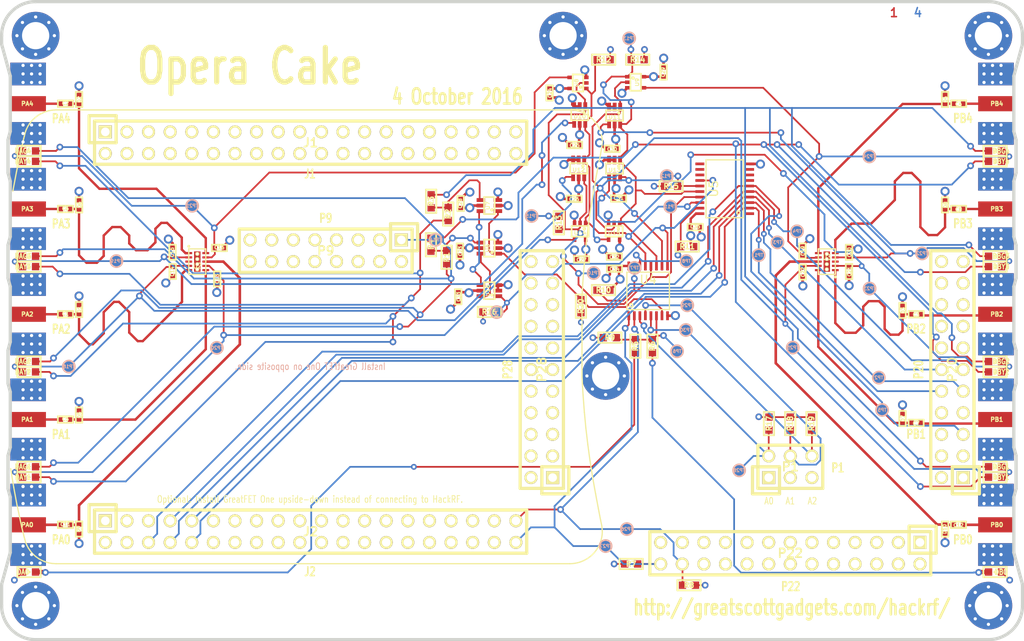
<source format=kicad_pcb>
(kicad_pcb (version 4) (host pcbnew 4.0.6+dfsg1-1)
  (layers (0 C1F signal) (1 C2 signal hide) (2 C3 signal hide) (31 C4B signal) (34 B.Paste user) (35 F.Paste user) (36 B.SilkS user) (37 F.SilkS user) (38 B.Mask user) (39 F.Mask user) (44 Edge.Cuts user))
  (net 0 "")
  (net 1 GND)
  (net 2 VCC)
  (net 3 "Net-(C1-Pad2)")
  (net 4 "Net-(C1-Pad1)")
  (net 5 "Net-(C2-Pad2)")
  (net 6 "Net-(C2-Pad1)")
  (net 7 "Net-(C3-Pad2)")
  (net 8 "Net-(C3-Pad1)")
  (net 9 "Net-(C4-Pad2)")
  (net 10 "Net-(C4-Pad1)")
  (net 11 "Net-(C5-Pad2)")
  (net 12 "Net-(C5-Pad1)")
  (net 13 "Net-(C6-Pad2)")
  (net 14 "Net-(C6-Pad1)")
  (net 15 "Net-(C7-Pad2)")
  (net 16 "Net-(C7-Pad1)")
  (net 17 "Net-(C8-Pad2)")
  (net 18 "Net-(C8-Pad1)")
  (net 19 "Net-(C11-Pad2)")
  (net 20 "Net-(C11-Pad1)")
  (net 21 "Net-(C12-Pad2)")
  (net 22 "Net-(C12-Pad1)")
  (net 23 "Net-(DA0-Pad1)")
  (net 24 /U2V3)
  (net 25 "Net-(DAG1-Pad1)")
  (net 26 /U2V1)
  (net 27 /U2V2)
  (net 28 /U2V4)
  (net 29 "Net-(DAY1-Pad1)")
  (net 30 "Net-(DB0-Pad1)")
  (net 31 /U3V3)
  (net 32 "Net-(DBG1-Pad1)")
  (net 33 /U3V1)
  (net 34 /U3V2)
  (net 35 /U3V4)
  (net 36 "Net-(DBY1-Pad1)")
  (net 37 /EXT_U3CTRL1)
  (net 38 /EXT_U2CTRL1)
  (net 39 /EXT_U3CTRL0)
  (net 40 /EXT_U2CTRL0)
  (net 41 /EXT_U1CTRL)
  (net 42 /SDA)
  (net 43 /SCL)
  (net 44 /A0)
  (net 45 /A1)
  (net 46 /A2)
  (net 47 "Net-(R1-Pad2)")
  (net 48 "Net-(R2-Pad2)")
  (net 49 /!LED_EN)
  (net 50 /!RESET)
  (net 51 /!OE)
  (net 52 /U2CTRL1)
  (net 53 /U2CTRL0)
  (net 54 /U3CTRL1)
  (net 55 /U3CTRL0)
  (net 56 /U1CTRL)
  (net 57 /LED_EN2)
  (net 58 /U1VC1)
  (net 59 /U1VC2)
  (net 60 "Net-(J1-Pad3)")
  (net 61 "Net-(J1-Pad4)")
  (net 62 "Net-(J1-Pad5)")
  (net 63 "Net-(J1-Pad6)")
  (net 64 "Net-(J1-Pad7)")
  (net 65 "Net-(J1-Pad8)")
  (net 66 "Net-(J1-Pad9)")
  (net 67 "Net-(J1-Pad10)")
  (net 68 "Net-(J1-Pad11)")
  (net 69 "Net-(J1-Pad12)")
  (net 70 "Net-(J1-Pad13)")
  (net 71 "Net-(J1-Pad14)")
  (net 72 "Net-(J1-Pad15)")
  (net 73 "Net-(J1-Pad16)")
  (net 74 "Net-(J1-Pad17)")
  (net 75 "Net-(J1-Pad18)")
  (net 76 "Net-(J1-Pad19)")
  (net 77 "Net-(J1-Pad20)")
  (net 78 "Net-(J1-Pad21)")
  (net 79 "Net-(J1-Pad22)")
  (net 80 "Net-(J1-Pad23)")
  (net 81 "Net-(J1-Pad24)")
  (net 82 "Net-(J1-Pad25)")
  (net 83 "Net-(J1-Pad26)")
  (net 84 "Net-(J1-Pad27)")
  (net 85 "Net-(J1-Pad28)")
  (net 86 "Net-(J1-Pad29)")
  (net 87 "Net-(J1-Pad30)")
  (net 88 "Net-(J1-Pad31)")
  (net 89 "Net-(J1-Pad32)")
  (net 90 "Net-(J1-Pad33)")
  (net 91 "Net-(J1-Pad34)")
  (net 92 "Net-(J1-Pad35)")
  (net 93 "Net-(J1-Pad36)")
  (net 94 "Net-(J1-Pad37)")
  (net 95 "Net-(J1-Pad38)")
  (net 96 "Net-(J1-Pad39)")
  (net 97 "Net-(J1-Pad40)")
  (net 98 "Net-(J2-Pad2)")
  (net 99 "Net-(J2-Pad3)")
  (net 100 "Net-(J2-Pad4)")
  (net 101 "Net-(J2-Pad5)")
  (net 102 "Net-(J2-Pad11)")
  (net 103 "Net-(J2-Pad12)")
  (net 104 "Net-(J2-Pad13)")
  (net 105 "Net-(J2-Pad14)")
  (net 106 "Net-(J2-Pad15)")
  (net 107 "Net-(J2-Pad16)")
  (net 108 "Net-(J2-Pad17)")
  (net 109 "Net-(J2-Pad18)")
  (net 110 "Net-(J2-Pad19)")
  (net 111 "Net-(J2-Pad20)")
  (net 112 "Net-(J2-Pad21)")
  (net 113 "Net-(J2-Pad22)")
  (net 114 "Net-(J2-Pad23)")
  (net 115 "Net-(J2-Pad24)")
  (net 116 "Net-(J2-Pad25)")
  (net 117 "Net-(J2-Pad26)")
  (net 118 "Net-(J2-Pad27)")
  (net 119 "Net-(J2-Pad28)")
  (net 120 "Net-(J2-Pad29)")
  (net 121 "Net-(J2-Pad30)")
  (net 122 "Net-(J2-Pad31)")
  (net 123 "Net-(J2-Pad32)")
  (net 124 "Net-(J2-Pad33)")
  (net 125 "Net-(J2-Pad34)")
  (net 126 "Net-(J2-Pad35)")
  (net 127 "Net-(J2-Pad36)")
  (net 128 "Net-(J2-Pad37)")
  (net 129 "Net-(J2-Pad38)")
  (net 130 "Net-(P9-Pad4)")
  (net 131 "Net-(P9-Pad5)")
  (net 132 "Net-(P9-Pad6)")
  (net 133 "Net-(P9-Pad7)")
  (net 134 "Net-(P9-Pad10)")
  (net 135 "Net-(P9-Pad11)")
  (net 136 "Net-(P9-Pad12)")
  (net 137 "Net-(P9-Pad13)")
  (net 138 "Net-(P20-Pad1)")
  (net 139 "Net-(P20-Pad2)")
  (net 140 "Net-(P20-Pad4)")
  (net 141 "Net-(P20-Pad6)")
  (net 142 "Net-(P20-Pad7)")
  (net 143 "Net-(P20-Pad8)")
  (net 144 "Net-(P20-Pad14)")
  (net 145 "Net-(P20-Pad16)")
  (net 146 "Net-(P20-Pad17)")
  (net 147 "Net-(P20-Pad18)")
  (net 148 "Net-(P20-Pad20)")
  (net 149 "Net-(P20-Pad21)")
  (net 150 "Net-(P20-Pad22)")
  (net 151 "Net-(P22-Pad1)")
  (net 152 "Net-(P22-Pad2)")
  (net 153 "Net-(P22-Pad3)")
  (net 154 "Net-(P22-Pad5)")
  (net 155 "Net-(P22-Pad6)")
  (net 156 "Net-(P22-Pad7)")
  (net 157 "Net-(P22-Pad8)")
  (net 158 "Net-(P22-Pad9)")
  (net 159 "Net-(P22-Pad12)")
  (net 160 "Net-(P22-Pad13)")
  (net 161 "Net-(P22-Pad14)")
  (net 162 "Net-(P22-Pad15)")
  (net 163 "Net-(P22-Pad16)")
  (net 164 "Net-(P22-Pad17)")
  (net 165 "Net-(P22-Pad19)")
  (net 166 "Net-(P22-Pad20)")
  (net 167 "Net-(P22-Pad21)")
  (net 168 "Net-(P22-Pad22)")
  (net 169 "Net-(P22-Pad23)")
  (net 170 "Net-(P22-Pad25)")
  (net 171 "Net-(P28-Pad3)")
  (net 172 "Net-(P28-Pad4)")
  (net 173 "Net-(P28-Pad5)")
  (net 174 "Net-(P28-Pad6)")
  (net 175 "Net-(P28-Pad7)")
  (net 176 "Net-(P28-Pad8)")
  (net 177 "Net-(P28-Pad9)")
  (net 178 "Net-(P28-Pad10)")
  (net 179 "Net-(P28-Pad11)")
  (net 180 "Net-(P28-Pad13)")
  (net 181 "Net-(P28-Pad14)")
  (net 182 "Net-(P28-Pad15)")
  (net 183 "Net-(P28-Pad16)")
  (net 184 "Net-(P28-Pad17)")
  (net 185 "Net-(P28-Pad18)")
  (net 186 "Net-(P28-Pad19)")
  (net 187 "Net-(P28-Pad20)")
  (net 188 "Net-(P28-Pad21)")
  (net 189 "Net-(P28-Pad22)")
  (net 190 "Net-(U2-Pad3)")
  (net 191 "Net-(U3-Pad3)")
  (net 192 "Net-(U5-Pad1)")
  (net 193 "Net-(U5-Pad7)")
  (net 194 "Net-(U5-Pad8)")
  (net 195 "Net-(U5-Pad9)")
  (net 196 "Net-(U5-Pad11)")
  (net 197 "Net-(U5-Pad12)")
  (net 198 "Net-(U5-Pad13)")
  (net 199 "Net-(P20-Pad13)")
  (net 200 "Net-(U16-Pad6)")
  (module gsg-modules:0603D (layer C1F) (at 176.775 154.675)
    (fp_text reference DBG1 (at 0.7112 0) (layer F.SilkS) (effects (font (size 0.6096 0.508) (thickness 0.127))))
    (fp_text value LED hide)
    (pad 2 smd rect (at 0.762 0) (size 0.8636 0.8636) (layers C1F F.Paste F.Mask) (net 35 /U3V4) (clearance 0.1778))
    (pad 1 smd rect (at -0.762 0) (size 0.8636 0.8636) (layers C1F F.Paste F.Mask) (net 32 "Net-(DBG1-Pad1)") (clearance 0.1778))
  )
  (module gsg-modules:0603D (layer C1F) (at 176.775 155.9)
    (fp_text reference DBY1 (at 0.7112 0) (layer F.SilkS) (effects (font (size 0.6096 0.508) (thickness 0.127))))
    (fp_text value LED hide)
    (pad 2 smd rect (at 0.762 0) (size 0.8636 0.8636) (layers C1F F.Paste F.Mask) (net 35 /U3V4) (clearance 0.1778))
    (pad 1 smd rect (at -0.762 0) (size 0.8636 0.8636) (layers C1F F.Paste F.Mask) (net 36 "Net-(DBY1-Pad1)") (clearance 0.1778))
  )
  (module gsg-modules:0603D (layer C1F) (at 176.775 117.55)
    (fp_text reference DBG4 (at 0.7112 0) (layer F.SilkS) (effects (font (size 0.6096 0.508) (thickness 0.127))))
    (fp_text value LED hide)
    (pad 2 smd rect (at 0.762 0) (size 0.8636 0.8636) (layers C1F F.Paste F.Mask) (net 31 /U3V3) (clearance 0.1778))
    (pad 1 smd rect (at -0.762 0) (size 0.8636 0.8636) (layers C1F F.Paste F.Mask) (net 32 "Net-(DBG1-Pad1)") (clearance 0.1778))
  )
  (module gsg-modules:0603D (layer C1F) (at 176.775 118.775)
    (fp_text reference DBY4 (at 0.7112 0) (layer F.SilkS) (effects (font (size 0.6096 0.508) (thickness 0.127))))
    (fp_text value LED hide)
    (pad 2 smd rect (at 0.762 0) (size 0.8636 0.8636) (layers C1F F.Paste F.Mask) (net 31 /U3V3) (clearance 0.1778))
    (pad 1 smd rect (at -0.762 0) (size 0.8636 0.8636) (layers C1F F.Paste F.Mask) (net 36 "Net-(DBY1-Pad1)") (clearance 0.1778))
  )
  (module gsg-modules:0603D (layer C1F) (at 176.775 129.925)
    (fp_text reference DBG3 (at 0.7112 0) (layer F.SilkS) (effects (font (size 0.6096 0.508) (thickness 0.127))))
    (fp_text value LED hide)
    (pad 2 smd rect (at 0.762 0) (size 0.8636 0.8636) (layers C1F F.Paste F.Mask) (net 33 /U3V1) (clearance 0.1778))
    (pad 1 smd rect (at -0.762 0) (size 0.8636 0.8636) (layers C1F F.Paste F.Mask) (net 32 "Net-(DBG1-Pad1)") (clearance 0.1778))
  )
  (module gsg-modules:0603D (layer C1F) (at 176.775 131.15)
    (fp_text reference DBY3 (at 0.7112 0) (layer F.SilkS) (effects (font (size 0.6096 0.508) (thickness 0.127))))
    (fp_text value LED hide)
    (pad 2 smd rect (at 0.762 0) (size 0.8636 0.8636) (layers C1F F.Paste F.Mask) (net 33 /U3V1) (clearance 0.1778))
    (pad 1 smd rect (at -0.762 0) (size 0.8636 0.8636) (layers C1F F.Paste F.Mask) (net 36 "Net-(DBY1-Pad1)") (clearance 0.1778))
  )
  (module gsg-modules:0603D (layer C1F) (at 63.225 118.775 180)
    (fp_text reference DAY4 (at 0.7112 0 180) (layer F.SilkS) (effects (font (size 0.6096 0.508) (thickness 0.127))))
    (fp_text value LED hide)
    (pad 2 smd rect (at 0.762 0 180) (size 0.8636 0.8636) (layers C1F F.Paste F.Mask) (net 28 /U2V4) (clearance 0.1778))
    (pad 1 smd rect (at -0.762 0 180) (size 0.8636 0.8636) (layers C1F F.Paste F.Mask) (net 29 "Net-(DAY1-Pad1)") (clearance 0.1778))
  )
  (module gsg-modules:0603D (layer C1F) (at 63.225 117.55 180)
    (fp_text reference DAG4 (at 0.7112 0 180) (layer F.SilkS) (effects (font (size 0.6096 0.508) (thickness 0.127))))
    (fp_text value LED hide)
    (pad 2 smd rect (at 0.762 0 180) (size 0.8636 0.8636) (layers C1F F.Paste F.Mask) (net 28 /U2V4) (clearance 0.1778))
    (pad 1 smd rect (at -0.762 0 180) (size 0.8636 0.8636) (layers C1F F.Paste F.Mask) (net 25 "Net-(DAG1-Pad1)") (clearance 0.1778))
  )
  (module gsg-modules:0402 (layer C1F) (at 67.5 136.75 180)
    (fp_text reference C1 (at 0 0.0508 180) (layer F.SilkS) (effects (font (size 0.4064 0.4064) (thickness 0.1016))))
    (fp_text value 100nF hide)
    (pad 2 smd rect (at 0.5334 0 180) (size 0.508 0.5588) (layers C1F F.Paste F.Mask) (net 3 "Net-(C1-Pad2)"))
    (pad 1 smd rect (at -0.5334 0 180) (size 0.508 0.5588) (layers C1F F.Paste F.Mask) (net 4 "Net-(C1-Pad1)"))
  )
  (module gsg-modules:0402 (layer C1F) (at 67.5 112 180)
    (fp_text reference C2 (at 0 0.0508 180) (layer F.SilkS) (effects (font (size 0.4064 0.4064) (thickness 0.1016))))
    (fp_text value 100nF hide)
    (pad 2 smd rect (at 0.5334 0 180) (size 0.508 0.5588) (layers C1F F.Paste F.Mask) (net 5 "Net-(C2-Pad2)"))
    (pad 1 smd rect (at -0.5334 0 180) (size 0.508 0.5588) (layers C1F F.Paste F.Mask) (net 6 "Net-(C2-Pad1)"))
  )
  (module gsg-modules:0402 (layer C1F) (at 167.5 136.75)
    (fp_text reference C3 (at 0 0.0508) (layer F.SilkS) (effects (font (size 0.4064 0.4064) (thickness 0.1016))))
    (fp_text value 100nF hide)
    (pad 2 smd rect (at 0.5334 0) (size 0.508 0.5588) (layers C1F F.Paste F.Mask) (net 7 "Net-(C3-Pad2)"))
    (pad 1 smd rect (at -0.5334 0) (size 0.508 0.5588) (layers C1F F.Paste F.Mask) (net 8 "Net-(C3-Pad1)"))
  )
  (module gsg-modules:0402 (layer C1F) (at 172.5 112)
    (fp_text reference C4 (at 0 0.0508) (layer F.SilkS) (effects (font (size 0.4064 0.4064) (thickness 0.1016))))
    (fp_text value 100nF hide)
    (pad 2 smd rect (at 0.5334 0) (size 0.508 0.5588) (layers C1F F.Paste F.Mask) (net 9 "Net-(C4-Pad2)"))
    (pad 1 smd rect (at -0.5334 0) (size 0.508 0.5588) (layers C1F F.Paste F.Mask) (net 10 "Net-(C4-Pad1)"))
  )
  (module gsg-modules:0402 (layer C1F) (at 67.5 149.125 180)
    (fp_text reference C5 (at 0 0.0508 180) (layer F.SilkS) (effects (font (size 0.4064 0.4064) (thickness 0.1016))))
    (fp_text value 100nF hide)
    (pad 2 smd rect (at 0.5334 0 180) (size 0.508 0.5588) (layers C1F F.Paste F.Mask) (net 11 "Net-(C5-Pad2)"))
    (pad 1 smd rect (at -0.5334 0 180) (size 0.508 0.5588) (layers C1F F.Paste F.Mask) (net 12 "Net-(C5-Pad1)"))
  )
  (module gsg-modules:0402 (layer C1F) (at 67.5 124.375 180)
    (fp_text reference C6 (at 0 0.0508 180) (layer F.SilkS) (effects (font (size 0.4064 0.4064) (thickness 0.1016))))
    (fp_text value 100nF hide)
    (pad 2 smd rect (at 0.5334 0 180) (size 0.508 0.5588) (layers C1F F.Paste F.Mask) (net 13 "Net-(C6-Pad2)"))
    (pad 1 smd rect (at -0.5334 0 180) (size 0.508 0.5588) (layers C1F F.Paste F.Mask) (net 14 "Net-(C6-Pad1)"))
  )
  (module gsg-modules:0402 (layer C1F) (at 167.5 149.525)
    (fp_text reference C7 (at 0 0.0508) (layer F.SilkS) (effects (font (size 0.4064 0.4064) (thickness 0.1016))))
    (fp_text value 100nF hide)
    (pad 2 smd rect (at 0.5334 0) (size 0.508 0.5588) (layers C1F F.Paste F.Mask) (net 15 "Net-(C7-Pad2)"))
    (pad 1 smd rect (at -0.5334 0) (size 0.508 0.5588) (layers C1F F.Paste F.Mask) (net 16 "Net-(C7-Pad1)"))
  )
  (module gsg-modules:0402 (layer C1F) (at 172.5 124.375)
    (fp_text reference C8 (at 0 0.0508) (layer F.SilkS) (effects (font (size 0.4064 0.4064) (thickness 0.1016))))
    (fp_text value 100nF hide)
    (pad 2 smd rect (at 0.5334 0) (size 0.508 0.5588) (layers C1F F.Paste F.Mask) (net 17 "Net-(C8-Pad2)"))
    (pad 1 smd rect (at -0.5334 0) (size 0.508 0.5588) (layers C1F F.Paste F.Mask) (net 18 "Net-(C8-Pad1)"))
  )
  (module gsg-modules:0402 (layer C1F) (at 67.5 161.5 180)
    (fp_text reference C11 (at 0 0.0508 180) (layer F.SilkS) (effects (font (size 0.4064 0.4064) (thickness 0.1016))))
    (fp_text value 100nF hide)
    (pad 2 smd rect (at 0.5334 0 180) (size 0.508 0.5588) (layers C1F F.Paste F.Mask) (net 19 "Net-(C11-Pad2)"))
    (pad 1 smd rect (at -0.5334 0 180) (size 0.508 0.5588) (layers C1F F.Paste F.Mask) (net 20 "Net-(C11-Pad1)"))
  )
  (module gsg-modules:0402 (layer C1F) (at 172.475 161.5)
    (fp_text reference C12 (at 0 0.0508) (layer F.SilkS) (effects (font (size 0.4064 0.4064) (thickness 0.1016))))
    (fp_text value 100nF hide)
    (pad 2 smd rect (at 0.5334 0) (size 0.508 0.5588) (layers C1F F.Paste F.Mask) (net 21 "Net-(C12-Pad2)"))
    (pad 1 smd rect (at -0.5334 0) (size 0.508 0.5588) (layers C1F F.Paste F.Mask) (net 22 "Net-(C12-Pad1)"))
  )
  (module gsg-modules:0402 (layer C1F) (at 69.1 136.2 90)
    (fp_text reference D1 (at 0 0.0508 90) (layer F.SilkS) (effects (font (size 0.4064 0.4064) (thickness 0.1016))))
    (fp_text value GSG-DIODE-TVS-BI hide)
    (pad 2 smd rect (at 0.5334 0 90) (size 0.508 0.5588) (layers C1F F.Paste F.Mask) (net 1 GND))
    (pad 1 smd rect (at -0.5334 0 90) (size 0.508 0.5588) (layers C1F F.Paste F.Mask) (net 4 "Net-(C1-Pad1)"))
  )
  (module gsg-modules:0402 (layer C1F) (at 69.1 111.5 90)
    (fp_text reference D2 (at 0 0.0508 90) (layer F.SilkS) (effects (font (size 0.4064 0.4064) (thickness 0.1016))))
    (fp_text value GSG-DIODE-TVS-BI hide)
    (pad 2 smd rect (at 0.5334 0 90) (size 0.508 0.5588) (layers C1F F.Paste F.Mask) (net 1 GND))
    (pad 1 smd rect (at -0.5334 0 90) (size 0.508 0.5588) (layers C1F F.Paste F.Mask) (net 6 "Net-(C2-Pad1)"))
  )
  (module gsg-modules:0402 (layer C1F) (at 165.9 136.3 90)
    (fp_text reference D3 (at 0 0.0508 90) (layer F.SilkS) (effects (font (size 0.4064 0.4064) (thickness 0.1016))))
    (fp_text value GSG-DIODE-TVS-BI hide)
    (pad 2 smd rect (at 0.5334 0 90) (size 0.508 0.5588) (layers C1F F.Paste F.Mask) (net 1 GND))
    (pad 1 smd rect (at -0.5334 0 90) (size 0.508 0.5588) (layers C1F F.Paste F.Mask) (net 8 "Net-(C3-Pad1)"))
  )
  (module gsg-modules:0402 (layer C1F) (at 170.9 111.5 90)
    (fp_text reference D4 (at 0 0.0508 90) (layer F.SilkS) (effects (font (size 0.4064 0.4064) (thickness 0.1016))))
    (fp_text value GSG-DIODE-TVS-BI hide)
    (pad 2 smd rect (at 0.5334 0 90) (size 0.508 0.5588) (layers C1F F.Paste F.Mask) (net 1 GND))
    (pad 1 smd rect (at -0.5334 0 90) (size 0.508 0.5588) (layers C1F F.Paste F.Mask) (net 10 "Net-(C4-Pad1)"))
  )
  (module gsg-modules:0402 (layer C1F) (at 69.1 148.6 90)
    (fp_text reference D5 (at 0 0.0508 90) (layer F.SilkS) (effects (font (size 0.4064 0.4064) (thickness 0.1016))))
    (fp_text value GSG-DIODE-TVS-BI hide)
    (pad 2 smd rect (at 0.5334 0 90) (size 0.508 0.5588) (layers C1F F.Paste F.Mask) (net 1 GND))
    (pad 1 smd rect (at -0.5334 0 90) (size 0.508 0.5588) (layers C1F F.Paste F.Mask) (net 12 "Net-(C5-Pad1)"))
  )
  (module gsg-modules:0402 (layer C1F) (at 69.1 123.9 90)
    (fp_text reference D6 (at 0 0.0508 90) (layer F.SilkS) (effects (font (size 0.4064 0.4064) (thickness 0.1016))))
    (fp_text value GSG-DIODE-TVS-BI hide)
    (pad 2 smd rect (at 0.5334 0 90) (size 0.508 0.5588) (layers C1F F.Paste F.Mask) (net 1 GND))
    (pad 1 smd rect (at -0.5334 0 90) (size 0.508 0.5588) (layers C1F F.Paste F.Mask) (net 14 "Net-(C6-Pad1)"))
  )
  (module gsg-modules:0402 (layer C1F) (at 165.9 149 90)
    (fp_text reference D7 (at 0 0.0508 90) (layer F.SilkS) (effects (font (size 0.4064 0.4064) (thickness 0.1016))))
    (fp_text value GSG-DIODE-TVS-BI hide)
    (pad 2 smd rect (at 0.5334 0 90) (size 0.508 0.5588) (layers C1F F.Paste F.Mask) (net 1 GND))
    (pad 1 smd rect (at -0.5334 0 90) (size 0.508 0.5588) (layers C1F F.Paste F.Mask) (net 16 "Net-(C7-Pad1)"))
  )
  (module gsg-modules:0402 (layer C1F) (at 170.9 123.9 90)
    (fp_text reference D8 (at 0 0.0508 90) (layer F.SilkS) (effects (font (size 0.4064 0.4064) (thickness 0.1016))))
    (fp_text value GSG-DIODE-TVS-BI hide)
    (pad 2 smd rect (at 0.5334 0 90) (size 0.508 0.5588) (layers C1F F.Paste F.Mask) (net 1 GND))
    (pad 1 smd rect (at -0.5334 0 90) (size 0.508 0.5588) (layers C1F F.Paste F.Mask) (net 18 "Net-(C8-Pad1)"))
  )
  (module gsg-modules:0402 (layer C1F) (at 69.1 162 270)
    (fp_text reference D9 (at 0 0.0508 270) (layer F.SilkS) (effects (font (size 0.4064 0.4064) (thickness 0.1016))))
    (fp_text value GSG-DIODE-TVS-BI hide)
    (pad 2 smd rect (at 0.5334 0 270) (size 0.508 0.5588) (layers C1F F.Paste F.Mask) (net 1 GND))
    (pad 1 smd rect (at -0.5334 0 270) (size 0.508 0.5588) (layers C1F F.Paste F.Mask) (net 20 "Net-(C11-Pad1)"))
  )
  (module gsg-modules:0402 (layer C1F) (at 170.9 162 270)
    (fp_text reference D10 (at 0 0.0508 270) (layer F.SilkS) (effects (font (size 0.4064 0.4064) (thickness 0.1016))))
    (fp_text value GSG-DIODE-TVS-BI hide)
    (pad 2 smd rect (at 0.5334 0 270) (size 0.508 0.5588) (layers C1F F.Paste F.Mask) (net 1 GND))
    (pad 1 smd rect (at -0.5334 0 270) (size 0.508 0.5588) (layers C1F F.Paste F.Mask) (net 22 "Net-(C12-Pad1)"))
  )
  (module gsg-modules:0603D (layer C1F) (at 63.225 167.05 180)
    (fp_text reference DA0 (at 0.7112 0 180) (layer F.SilkS) (effects (font (size 0.6096 0.508) (thickness 0.127))))
    (fp_text value LED hide)
    (pad 2 smd rect (at 0.762 0 180) (size 0.8636 0.8636) (layers C1F F.Paste F.Mask) (net 2 VCC) (clearance 0.1778))
    (pad 1 smd rect (at -0.762 0 180) (size 0.8636 0.8636) (layers C1F F.Paste F.Mask) (net 23 "Net-(DA0-Pad1)") (clearance 0.1778))
  )
  (module gsg-modules:0603D (layer C1F) (at 63.225 154.675 180)
    (fp_text reference DAG1 (at 0.7112 0 180) (layer F.SilkS) (effects (font (size 0.6096 0.508) (thickness 0.127))))
    (fp_text value LED hide)
    (pad 2 smd rect (at 0.762 0 180) (size 0.8636 0.8636) (layers C1F F.Paste F.Mask) (net 24 /U2V3) (clearance 0.1778))
    (pad 1 smd rect (at -0.762 0 180) (size 0.8636 0.8636) (layers C1F F.Paste F.Mask) (net 25 "Net-(DAG1-Pad1)") (clearance 0.1778))
  )
  (module gsg-modules:0603D (layer C1F) (at 63.225 142.3 180)
    (fp_text reference DAG2 (at 0.7112 0 180) (layer F.SilkS) (effects (font (size 0.6096 0.508) (thickness 0.127))))
    (fp_text value LED hide)
    (pad 2 smd rect (at 0.762 0 180) (size 0.8636 0.8636) (layers C1F F.Paste F.Mask) (net 26 /U2V1) (clearance 0.1778))
    (pad 1 smd rect (at -0.762 0 180) (size 0.8636 0.8636) (layers C1F F.Paste F.Mask) (net 25 "Net-(DAG1-Pad1)") (clearance 0.1778))
  )
  (module gsg-modules:0603D (layer C1F) (at 63.225 129.925 180)
    (fp_text reference DAG3 (at 0.7112 0 180) (layer F.SilkS) (effects (font (size 0.6096 0.508) (thickness 0.127))))
    (fp_text value LED hide)
    (pad 2 smd rect (at 0.762 0 180) (size 0.8636 0.8636) (layers C1F F.Paste F.Mask) (net 27 /U2V2) (clearance 0.1778))
    (pad 1 smd rect (at -0.762 0 180) (size 0.8636 0.8636) (layers C1F F.Paste F.Mask) (net 25 "Net-(DAG1-Pad1)") (clearance 0.1778))
  )
  (module gsg-modules:0603D (layer C1F) (at 63.225 155.9 180)
    (fp_text reference DAY1 (at 0.7112 0 180) (layer F.SilkS) (effects (font (size 0.6096 0.508) (thickness 0.127))))
    (fp_text value LED hide)
    (pad 2 smd rect (at 0.762 0 180) (size 0.8636 0.8636) (layers C1F F.Paste F.Mask) (net 24 /U2V3) (clearance 0.1778))
    (pad 1 smd rect (at -0.762 0 180) (size 0.8636 0.8636) (layers C1F F.Paste F.Mask) (net 29 "Net-(DAY1-Pad1)") (clearance 0.1778))
  )
  (module gsg-modules:0603D (layer C1F) (at 63.225 143.525 180)
    (fp_text reference DAY2 (at 0.7112 0 180) (layer F.SilkS) (effects (font (size 0.6096 0.508) (thickness 0.127))))
    (fp_text value LED hide)
    (pad 2 smd rect (at 0.762 0 180) (size 0.8636 0.8636) (layers C1F F.Paste F.Mask) (net 26 /U2V1) (clearance 0.1778))
    (pad 1 smd rect (at -0.762 0 180) (size 0.8636 0.8636) (layers C1F F.Paste F.Mask) (net 29 "Net-(DAY1-Pad1)") (clearance 0.1778))
  )
  (module gsg-modules:0603D (layer C1F) (at 63.225 131.15 180)
    (fp_text reference DAY3 (at 0.7112 0 180) (layer F.SilkS) (effects (font (size 0.6096 0.508) (thickness 0.127))))
    (fp_text value LED hide)
    (pad 2 smd rect (at 0.762 0 180) (size 0.8636 0.8636) (layers C1F F.Paste F.Mask) (net 27 /U2V2) (clearance 0.1778))
    (pad 1 smd rect (at -0.762 0 180) (size 0.8636 0.8636) (layers C1F F.Paste F.Mask) (net 29 "Net-(DAY1-Pad1)") (clearance 0.1778))
  )
  (module gsg-modules:0603D (layer C1F) (at 176.775 167.05)
    (fp_text reference DB0 (at 0.7112 0) (layer F.SilkS) (effects (font (size 0.6096 0.508) (thickness 0.127))))
    (fp_text value LED hide)
    (pad 2 smd rect (at 0.762 0) (size 0.8636 0.8636) (layers C1F F.Paste F.Mask) (net 2 VCC) (clearance 0.1778))
    (pad 1 smd rect (at -0.762 0) (size 0.8636 0.8636) (layers C1F F.Paste F.Mask) (net 30 "Net-(DB0-Pad1)") (clearance 0.1778))
  )
  (module gsg-modules:0603D (layer C1F) (at 176.775 142.3)
    (fp_text reference DBG2 (at 0.7112 0) (layer F.SilkS) (effects (font (size 0.6096 0.508) (thickness 0.127))))
    (fp_text value LED hide)
    (pad 2 smd rect (at 0.762 0) (size 0.8636 0.8636) (layers C1F F.Paste F.Mask) (net 34 /U3V2) (clearance 0.1778))
    (pad 1 smd rect (at -0.762 0) (size 0.8636 0.8636) (layers C1F F.Paste F.Mask) (net 32 "Net-(DBG1-Pad1)") (clearance 0.1778))
  )
  (module gsg-modules:0603D (layer C1F) (at 176.775 143.525)
    (fp_text reference DBY2 (at 0.7112 0) (layer F.SilkS) (effects (font (size 0.6096 0.508) (thickness 0.127))))
    (fp_text value LED hide)
    (pad 2 smd rect (at 0.762 0) (size 0.8636 0.8636) (layers C1F F.Paste F.Mask) (net 34 /U3V2) (clearance 0.1778))
    (pad 1 smd rect (at -0.762 0) (size 0.8636 0.8636) (layers C1F F.Paste F.Mask) (net 36 "Net-(DBY1-Pad1)") (clearance 0.1778))
  )
  (module gsg-modules:HOLE126MIL-COPPER (layer C1F) (at 64 104)
    (fp_text reference MH1 hide)
    (fp_text value MOUNTING_HOLE hide)
    (pad 1 thru_hole circle (at 0 0) (size 5.6 5.6) (drill 3.2004) (layers *.Cu *.Mask) (net 1 GND))
    (pad 1 thru_hole circle (at 0 -2.2) (size 0.6 0.6) (drill 0.381) (layers *.Cu *.Mask) (net 1 GND))
    (pad 1 thru_hole circle (at -2.2 0) (size 0.6 0.6) (drill 0.381) (layers *.Cu *.Mask) (net 1 GND))
    (pad 1 thru_hole circle (at 0 2.2) (size 0.6 0.6) (drill 0.381) (layers *.Cu *.Mask) (net 1 GND))
    (pad 1 thru_hole circle (at 2.2 0) (size 0.6 0.6) (drill 0.381) (layers *.Cu *.Mask) (net 1 GND))
    (pad 1 thru_hole circle (at 1.55 -1.55) (size 0.6 0.6) (drill 0.381) (layers *.Cu *.Mask) (net 1 GND))
    (pad 1 thru_hole circle (at -1.55 -1.55) (size 0.6 0.6) (drill 0.381) (layers *.Cu *.Mask) (net 1 GND))
    (pad 1 thru_hole circle (at -1.55 1.55) (size 0.6 0.6) (drill 0.381) (layers *.Cu *.Mask) (net 1 GND))
    (pad 1 thru_hole circle (at 1.55 1.55) (size 0.6 0.6) (drill 0.381) (layers *.Cu *.Mask) (net 1 GND))
  )
  (module gsg-modules:HOLE126MIL-COPPER (layer C1F) (at 64 171)
    (fp_text reference MH2 hide)
    (fp_text value MOUNTING_HOLE hide)
    (pad 1 thru_hole circle (at 0 0) (size 5.6 5.6) (drill 3.2004) (layers *.Cu *.Mask) (net 1 GND))
    (pad 1 thru_hole circle (at 0 -2.2) (size 0.6 0.6) (drill 0.381) (layers *.Cu *.Mask) (net 1 GND))
    (pad 1 thru_hole circle (at -2.2 0) (size 0.6 0.6) (drill 0.381) (layers *.Cu *.Mask) (net 1 GND))
    (pad 1 thru_hole circle (at 0 2.2) (size 0.6 0.6) (drill 0.381) (layers *.Cu *.Mask) (net 1 GND))
    (pad 1 thru_hole circle (at 2.2 0) (size 0.6 0.6) (drill 0.381) (layers *.Cu *.Mask) (net 1 GND))
    (pad 1 thru_hole circle (at 1.55 -1.55) (size 0.6 0.6) (drill 0.381) (layers *.Cu *.Mask) (net 1 GND))
    (pad 1 thru_hole circle (at -1.55 -1.55) (size 0.6 0.6) (drill 0.381) (layers *.Cu *.Mask) (net 1 GND))
    (pad 1 thru_hole circle (at -1.55 1.55) (size 0.6 0.6) (drill 0.381) (layers *.Cu *.Mask) (net 1 GND))
    (pad 1 thru_hole circle (at 1.55 1.55) (size 0.6 0.6) (drill 0.381) (layers *.Cu *.Mask) (net 1 GND))
  )
  (module gsg-modules:HOLE126MIL-COPPER (layer C1F) (at 176 171)
    (fp_text reference MH3 hide)
    (fp_text value MOUNTING_HOLE hide)
    (pad 1 thru_hole circle (at 0 0) (size 5.6 5.6) (drill 3.2004) (layers *.Cu *.Mask) (net 1 GND))
    (pad 1 thru_hole circle (at 0 -2.2) (size 0.6 0.6) (drill 0.381) (layers *.Cu *.Mask) (net 1 GND))
    (pad 1 thru_hole circle (at -2.2 0) (size 0.6 0.6) (drill 0.381) (layers *.Cu *.Mask) (net 1 GND))
    (pad 1 thru_hole circle (at 0 2.2) (size 0.6 0.6) (drill 0.381) (layers *.Cu *.Mask) (net 1 GND))
    (pad 1 thru_hole circle (at 2.2 0) (size 0.6 0.6) (drill 0.381) (layers *.Cu *.Mask) (net 1 GND))
    (pad 1 thru_hole circle (at 1.55 -1.55) (size 0.6 0.6) (drill 0.381) (layers *.Cu *.Mask) (net 1 GND))
    (pad 1 thru_hole circle (at -1.55 -1.55) (size 0.6 0.6) (drill 0.381) (layers *.Cu *.Mask) (net 1 GND))
    (pad 1 thru_hole circle (at -1.55 1.55) (size 0.6 0.6) (drill 0.381) (layers *.Cu *.Mask) (net 1 GND))
    (pad 1 thru_hole circle (at 1.55 1.55) (size 0.6 0.6) (drill 0.381) (layers *.Cu *.Mask) (net 1 GND))
  )
  (module gsg-modules:HOLE126MIL-COPPER (layer C1F) (at 176 104)
    (fp_text reference MH4 hide)
    (fp_text value MOUNTING_HOLE hide)
    (pad 1 thru_hole circle (at 0 0) (size 5.6 5.6) (drill 3.2004) (layers *.Cu *.Mask) (net 1 GND))
    (pad 1 thru_hole circle (at 0 -2.2) (size 0.6 0.6) (drill 0.381) (layers *.Cu *.Mask) (net 1 GND))
    (pad 1 thru_hole circle (at -2.2 0) (size 0.6 0.6) (drill 0.381) (layers *.Cu *.Mask) (net 1 GND))
    (pad 1 thru_hole circle (at 0 2.2) (size 0.6 0.6) (drill 0.381) (layers *.Cu *.Mask) (net 1 GND))
    (pad 1 thru_hole circle (at 2.2 0) (size 0.6 0.6) (drill 0.381) (layers *.Cu *.Mask) (net 1 GND))
    (pad 1 thru_hole circle (at 1.55 -1.55) (size 0.6 0.6) (drill 0.381) (layers *.Cu *.Mask) (net 1 GND))
    (pad 1 thru_hole circle (at -1.55 -1.55) (size 0.6 0.6) (drill 0.381) (layers *.Cu *.Mask) (net 1 GND))
    (pad 1 thru_hole circle (at -1.55 1.55) (size 0.6 0.6) (drill 0.381) (layers *.Cu *.Mask) (net 1 GND))
    (pad 1 thru_hole circle (at 1.55 1.55) (size 0.6 0.6) (drill 0.381) (layers *.Cu *.Mask) (net 1 GND))
  )
  (module gsg-modules:HOLE126MIL-COPPER (layer C1F) (at 126 104)
    (fp_text reference MH5 hide)
    (fp_text value MOUNTING_HOLE hide)
    (pad 1 thru_hole circle (at 0 0) (size 5.6 5.6) (drill 3.2004) (layers *.Cu *.Mask) (net 1 GND))
    (pad 1 thru_hole circle (at 0 -2.2) (size 0.6 0.6) (drill 0.381) (layers *.Cu *.Mask) (net 1 GND))
    (pad 1 thru_hole circle (at -2.2 0) (size 0.6 0.6) (drill 0.381) (layers *.Cu *.Mask) (net 1 GND))
    (pad 1 thru_hole circle (at 0 2.2) (size 0.6 0.6) (drill 0.381) (layers *.Cu *.Mask) (net 1 GND))
    (pad 1 thru_hole circle (at 2.2 0) (size 0.6 0.6) (drill 0.381) (layers *.Cu *.Mask) (net 1 GND))
    (pad 1 thru_hole circle (at 1.55 -1.55) (size 0.6 0.6) (drill 0.381) (layers *.Cu *.Mask) (net 1 GND))
    (pad 1 thru_hole circle (at -1.55 -1.55) (size 0.6 0.6) (drill 0.381) (layers *.Cu *.Mask) (net 1 GND))
    (pad 1 thru_hole circle (at -1.55 1.55) (size 0.6 0.6) (drill 0.381) (layers *.Cu *.Mask) (net 1 GND))
    (pad 1 thru_hole circle (at 1.55 1.55) (size 0.6 0.6) (drill 0.381) (layers *.Cu *.Mask) (net 1 GND))
  )
  (module gsg-modules:HOLE126MIL-COPPER (layer C1F) (at 131 144)
    (fp_text reference MH6 hide)
    (fp_text value MOUNTING_HOLE hide)
    (pad 1 thru_hole circle (at 0 0) (size 5.6 5.6) (drill 3.2004) (layers *.Cu *.Mask) (net 1 GND))
    (pad 1 thru_hole circle (at 0 -2.2) (size 0.6 0.6) (drill 0.381) (layers *.Cu *.Mask) (net 1 GND))
    (pad 1 thru_hole circle (at -2.2 0) (size 0.6 0.6) (drill 0.381) (layers *.Cu *.Mask) (net 1 GND))
    (pad 1 thru_hole circle (at 0 2.2) (size 0.6 0.6) (drill 0.381) (layers *.Cu *.Mask) (net 1 GND))
    (pad 1 thru_hole circle (at 2.2 0) (size 0.6 0.6) (drill 0.381) (layers *.Cu *.Mask) (net 1 GND))
    (pad 1 thru_hole circle (at 1.55 -1.55) (size 0.6 0.6) (drill 0.381) (layers *.Cu *.Mask) (net 1 GND))
    (pad 1 thru_hole circle (at -1.55 -1.55) (size 0.6 0.6) (drill 0.381) (layers *.Cu *.Mask) (net 1 GND))
    (pad 1 thru_hole circle (at -1.55 1.55) (size 0.6 0.6) (drill 0.381) (layers *.Cu *.Mask) (net 1 GND))
    (pad 1 thru_hole circle (at 1.55 1.55) (size 0.6 0.6) (drill 0.381) (layers *.Cu *.Mask) (net 1 GND))
  )
  (module gsg-modules:HEADER-2x3 (layer C1F) (at 152.71 154.68)
    (fp_text reference P1 (at 0 0) (layer F.SilkS) (effects (font (size 1.016 1.016) (thickness 0.2032))))
    (fp_text value ADDRESS hide)
    (pad 1 thru_hole rect (at -2.54 1.27) (size 1.524 1.524) (drill 1.016) (layers *.Cu *.Mask F.SilkS) (net 2 VCC))
    (pad 2 thru_hole circle (at -2.54 -1.27) (size 1.524 1.524) (drill 1.016) (layers *.Cu *.Mask F.SilkS) (net 44 /A0))
    (pad 3 thru_hole circle (at 0 1.27) (size 1.524 1.524) (drill 1.016) (layers *.Cu *.Mask F.SilkS) (net 2 VCC))
    (pad 4 thru_hole circle (at 0 -1.27) (size 1.524 1.524) (drill 1.016) (layers *.Cu *.Mask F.SilkS) (net 45 /A1))
    (pad 5 thru_hole circle (at 2.54 1.27) (size 1.524 1.524) (drill 1.016) (layers *.Cu *.Mask F.SilkS) (net 2 VCC))
    (pad 6 thru_hole circle (at 2.54 -1.27) (size 1.524 1.524) (drill 1.016) (layers *.Cu *.Mask F.SilkS) (net 46 /A2))
  )
  (module gsg-modules:HEADER-2x8 (layer C1F) (at 98.1 129.28 180)
    (fp_text reference P9 (at 0 0 180) (layer F.SilkS) (effects (font (size 1.016 1.016) (thickness 0.2032))))
    (fp_text value BASEBAND hide)
    (pad 1 thru_hole rect (at -8.89 1.27 180) (size 1.524 1.524) (drill 1.016) (layers *.Cu *.Mask F.SilkS) (net 1 GND))
    (pad 2 thru_hole circle (at -8.89 -1.27 180) (size 1.524 1.524) (drill 1.016) (layers *.Cu *.Mask F.SilkS) (net 1 GND))
    (pad 3 thru_hole circle (at -6.35 1.27 180) (size 1.524 1.524) (drill 1.016) (layers *.Cu *.Mask F.SilkS) (net 1 GND))
    (pad 4 thru_hole circle (at -6.35 -1.27 180) (size 1.524 1.524) (drill 1.016) (layers *.Cu *.Mask F.SilkS) (net 130 "Net-(P9-Pad4)"))
    (pad 5 thru_hole circle (at -3.81 1.27 180) (size 1.524 1.524) (drill 1.016) (layers *.Cu *.Mask F.SilkS) (net 131 "Net-(P9-Pad5)"))
    (pad 6 thru_hole circle (at -3.81 -1.27 180) (size 1.524 1.524) (drill 1.016) (layers *.Cu *.Mask F.SilkS) (net 132 "Net-(P9-Pad6)"))
    (pad 7 thru_hole circle (at -1.27 1.27 180) (size 1.524 1.524) (drill 1.016) (layers *.Cu *.Mask F.SilkS) (net 133 "Net-(P9-Pad7)"))
    (pad 8 thru_hole circle (at -1.27 -1.27 180) (size 1.524 1.524) (drill 1.016) (layers *.Cu *.Mask F.SilkS) (net 1 GND))
    (pad 9 thru_hole circle (at 1.27 1.27 180) (size 1.524 1.524) (drill 1.016) (layers *.Cu *.Mask F.SilkS) (net 1 GND))
    (pad 10 thru_hole circle (at 1.27 -1.27 180) (size 1.524 1.524) (drill 1.016) (layers *.Cu *.Mask F.SilkS) (net 134 "Net-(P9-Pad10)"))
    (pad 11 thru_hole circle (at 3.81 1.27 180) (size 1.524 1.524) (drill 1.016) (layers *.Cu *.Mask F.SilkS) (net 135 "Net-(P9-Pad11)"))
    (pad 12 thru_hole circle (at 3.81 -1.27 180) (size 1.524 1.524) (drill 1.016) (layers *.Cu *.Mask F.SilkS) (net 136 "Net-(P9-Pad12)"))
    (pad 13 thru_hole circle (at 6.35 1.27 180) (size 1.524 1.524) (drill 1.016) (layers *.Cu *.Mask F.SilkS) (net 137 "Net-(P9-Pad13)"))
    (pad 14 thru_hole circle (at 6.35 -1.27 180) (size 1.524 1.524) (drill 1.016) (layers *.Cu *.Mask F.SilkS) (net 1 GND))
    (pad 15 thru_hole circle (at 8.89 1.27 180) (size 1.524 1.524) (drill 1.016) (layers *.Cu *.Mask F.SilkS) (net 1 GND))
    (pad 16 thru_hole circle (at 8.89 -1.27 180) (size 1.524 1.524) (drill 1.016) (layers *.Cu *.Mask F.SilkS) (net 1 GND))
  )
  (module gsg-modules:HEADER-2x11 (layer C1F) (at 171.76 143.25 90)
    (fp_text reference P20 (at 0 0 90) (layer F.SilkS) (effects (font (size 1.016 1.016) (thickness 0.2032))))
    (fp_text value GPIO hide)
    (pad 1 thru_hole rect (at -12.7 1.27 90) (size 1.524 1.524) (drill 1.016) (layers *.Cu *.Mask F.SilkS) (net 138 "Net-(P20-Pad1)"))
    (pad 2 thru_hole circle (at -12.7 -1.27 90) (size 1.524 1.524) (drill 1.016) (layers *.Cu *.Mask F.SilkS) (net 139 "Net-(P20-Pad2)"))
    (pad 3 thru_hole circle (at -10.16 1.27 90) (size 1.524 1.524) (drill 1.016) (layers *.Cu *.Mask F.SilkS) (net 2 VCC))
    (pad 4 thru_hole circle (at -10.16 -1.27 90) (size 1.524 1.524) (drill 1.016) (layers *.Cu *.Mask F.SilkS) (net 140 "Net-(P20-Pad4)"))
    (pad 5 thru_hole circle (at -7.62 1.27 90) (size 1.524 1.524) (drill 1.016) (layers *.Cu *.Mask F.SilkS) (net 41 /EXT_U1CTRL))
    (pad 6 thru_hole circle (at -7.62 -1.27 90) (size 1.524 1.524) (drill 1.016) (layers *.Cu *.Mask F.SilkS) (net 141 "Net-(P20-Pad6)"))
    (pad 7 thru_hole circle (at -5.08 1.27 90) (size 1.524 1.524) (drill 1.016) (layers *.Cu *.Mask F.SilkS) (net 142 "Net-(P20-Pad7)"))
    (pad 8 thru_hole circle (at -5.08 -1.27 90) (size 1.524 1.524) (drill 1.016) (layers *.Cu *.Mask F.SilkS) (net 143 "Net-(P20-Pad8)"))
    (pad 9 thru_hole circle (at -2.54 1.27 90) (size 1.524 1.524) (drill 1.016) (layers *.Cu *.Mask F.SilkS) (net 40 /EXT_U2CTRL0))
    (pad 10 thru_hole circle (at -2.54 -1.27 90) (size 1.524 1.524) (drill 1.016) (layers *.Cu *.Mask F.SilkS) (net 38 /EXT_U2CTRL1))
    (pad 11 thru_hole circle (at 0 1.27 90) (size 1.524 1.524) (drill 1.016) (layers *.Cu *.Mask F.SilkS) (net 39 /EXT_U3CTRL0))
    (pad 12 thru_hole circle (at 0 -1.27 90) (size 1.524 1.524) (drill 1.016) (layers *.Cu *.Mask F.SilkS) (net 37 /EXT_U3CTRL1))
    (pad 13 thru_hole circle (at 2.54 1.27 90) (size 1.524 1.524) (drill 1.016) (layers *.Cu *.Mask F.SilkS) (net 199 "Net-(P20-Pad13)"))
    (pad 14 thru_hole circle (at 2.54 -1.27 90) (size 1.524 1.524) (drill 1.016) (layers *.Cu *.Mask F.SilkS) (net 144 "Net-(P20-Pad14)"))
    (pad 15 thru_hole circle (at 5.08 1.27 90) (size 1.524 1.524) (drill 1.016) (layers *.Cu *.Mask F.SilkS) (net 1 GND))
    (pad 16 thru_hole circle (at 5.08 -1.27 90) (size 1.524 1.524) (drill 1.016) (layers *.Cu *.Mask F.SilkS) (net 145 "Net-(P20-Pad16)"))
    (pad 17 thru_hole circle (at 7.62 1.27 90) (size 1.524 1.524) (drill 1.016) (layers *.Cu *.Mask F.SilkS) (net 146 "Net-(P20-Pad17)"))
    (pad 18 thru_hole circle (at 7.62 -1.27 90) (size 1.524 1.524) (drill 1.016) (layers *.Cu *.Mask F.SilkS) (net 147 "Net-(P20-Pad18)"))
    (pad 19 thru_hole circle (at 10.16 1.27 90) (size 1.524 1.524) (drill 1.016) (layers *.Cu *.Mask F.SilkS) (net 1 GND))
    (pad 20 thru_hole circle (at 10.16 -1.27 90) (size 1.524 1.524) (drill 1.016) (layers *.Cu *.Mask F.SilkS) (net 148 "Net-(P20-Pad20)"))
    (pad 21 thru_hole circle (at 12.7 1.27 90) (size 1.524 1.524) (drill 1.016) (layers *.Cu *.Mask F.SilkS) (net 149 "Net-(P20-Pad21)"))
    (pad 22 thru_hole circle (at 12.7 -1.27 90) (size 1.524 1.524) (drill 1.016) (layers *.Cu *.Mask F.SilkS) (net 150 "Net-(P20-Pad22)"))
  )
  (module gsg-modules:HEADER-2x13 (layer C1F) (at 152.71 164.84 180)
    (fp_text reference P22 (at 0 0 180) (layer F.SilkS) (effects (font (size 1.016 1.016) (thickness 0.2032))))
    (fp_text value I2S hide)
    (pad 1 thru_hole rect (at -15.24 1.27 180) (size 1.524 1.524) (drill 1.016) (layers *.Cu *.Mask F.SilkS) (net 151 "Net-(P22-Pad1)"))
    (pad 2 thru_hole circle (at -15.24 -1.27 180) (size 1.524 1.524) (drill 1.016) (layers *.Cu *.Mask F.SilkS) (net 152 "Net-(P22-Pad2)"))
    (pad 3 thru_hole circle (at -12.7 1.27 180) (size 1.524 1.524) (drill 1.016) (layers *.Cu *.Mask F.SilkS) (net 153 "Net-(P22-Pad3)"))
    (pad 4 thru_hole circle (at -12.7 -1.27 180) (size 1.524 1.524) (drill 1.016) (layers *.Cu *.Mask F.SilkS) (net 1 GND))
    (pad 5 thru_hole circle (at -10.16 1.27 180) (size 1.524 1.524) (drill 1.016) (layers *.Cu *.Mask F.SilkS) (net 154 "Net-(P22-Pad5)"))
    (pad 6 thru_hole circle (at -10.16 -1.27 180) (size 1.524 1.524) (drill 1.016) (layers *.Cu *.Mask F.SilkS) (net 155 "Net-(P22-Pad6)"))
    (pad 7 thru_hole circle (at -7.62 1.27 180) (size 1.524 1.524) (drill 1.016) (layers *.Cu *.Mask F.SilkS) (net 156 "Net-(P22-Pad7)"))
    (pad 8 thru_hole circle (at -7.62 -1.27 180) (size 1.524 1.524) (drill 1.016) (layers *.Cu *.Mask F.SilkS) (net 157 "Net-(P22-Pad8)"))
    (pad 9 thru_hole circle (at -5.08 1.27 180) (size 1.524 1.524) (drill 1.016) (layers *.Cu *.Mask F.SilkS) (net 158 "Net-(P22-Pad9)"))
    (pad 10 thru_hole circle (at -5.08 -1.27 180) (size 1.524 1.524) (drill 1.016) (layers *.Cu *.Mask F.SilkS) (net 1 GND))
    (pad 11 thru_hole circle (at -2.54 1.27 180) (size 1.524 1.524) (drill 1.016) (layers *.Cu *.Mask F.SilkS) (net 2 VCC))
    (pad 12 thru_hole circle (at -2.54 -1.27 180) (size 1.524 1.524) (drill 1.016) (layers *.Cu *.Mask F.SilkS) (net 159 "Net-(P22-Pad12)"))
    (pad 13 thru_hole circle (at 0 1.27 180) (size 1.524 1.524) (drill 1.016) (layers *.Cu *.Mask F.SilkS) (net 160 "Net-(P22-Pad13)"))
    (pad 14 thru_hole circle (at 0 -1.27 180) (size 1.524 1.524) (drill 1.016) (layers *.Cu *.Mask F.SilkS) (net 161 "Net-(P22-Pad14)"))
    (pad 15 thru_hole circle (at 2.54 1.27 180) (size 1.524 1.524) (drill 1.016) (layers *.Cu *.Mask F.SilkS) (net 162 "Net-(P22-Pad15)"))
    (pad 16 thru_hole circle (at 2.54 -1.27 180) (size 1.524 1.524) (drill 1.016) (layers *.Cu *.Mask F.SilkS) (net 163 "Net-(P22-Pad16)"))
    (pad 17 thru_hole circle (at 5.08 1.27 180) (size 1.524 1.524) (drill 1.016) (layers *.Cu *.Mask F.SilkS) (net 164 "Net-(P22-Pad17)"))
    (pad 18 thru_hole circle (at 5.08 -1.27 180) (size 1.524 1.524) (drill 1.016) (layers *.Cu *.Mask F.SilkS) (net 1 GND))
    (pad 19 thru_hole circle (at 7.62 1.27 180) (size 1.524 1.524) (drill 1.016) (layers *.Cu *.Mask F.SilkS) (net 165 "Net-(P22-Pad19)"))
    (pad 20 thru_hole circle (at 7.62 -1.27 180) (size 1.524 1.524) (drill 1.016) (layers *.Cu *.Mask F.SilkS) (net 166 "Net-(P22-Pad20)"))
    (pad 21 thru_hole circle (at 10.16 1.27 180) (size 1.524 1.524) (drill 1.016) (layers *.Cu *.Mask F.SilkS) (net 167 "Net-(P22-Pad21)"))
    (pad 22 thru_hole circle (at 10.16 -1.27 180) (size 1.524 1.524) (drill 1.016) (layers *.Cu *.Mask F.SilkS) (net 168 "Net-(P22-Pad22)"))
    (pad 23 thru_hole circle (at 12.7 1.27 180) (size 1.524 1.524) (drill 1.016) (layers *.Cu *.Mask F.SilkS) (net 169 "Net-(P22-Pad23)"))
    (pad 24 thru_hole circle (at 12.7 -1.27 180) (size 1.524 1.524) (drill 1.016) (layers *.Cu *.Mask F.SilkS) (net 42 /SDA))
    (pad 25 thru_hole circle (at 15.24 1.27 180) (size 1.524 1.524) (drill 1.016) (layers *.Cu *.Mask F.SilkS) (net 170 "Net-(P22-Pad25)"))
    (pad 26 thru_hole circle (at 15.24 -1.27 180) (size 1.524 1.524) (drill 1.016) (layers *.Cu *.Mask F.SilkS) (net 43 /SCL))
  )
  (module gsg-modules:HEADER-2x11 (layer C1F) (at 123.5 143.25 90)
    (fp_text reference P28 (at 0 0 90) (layer F.SilkS) (effects (font (size 1.016 1.016) (thickness 0.2032))))
    (fp_text value SD hide)
    (pad 1 thru_hole rect (at -12.7 1.27 90) (size 1.524 1.524) (drill 1.016) (layers *.Cu *.Mask F.SilkS) (net 2 VCC))
    (pad 2 thru_hole circle (at -12.7 -1.27 90) (size 1.524 1.524) (drill 1.016) (layers *.Cu *.Mask F.SilkS) (net 1 GND))
    (pad 3 thru_hole circle (at -10.16 1.27 90) (size 1.524 1.524) (drill 1.016) (layers *.Cu *.Mask F.SilkS) (net 171 "Net-(P28-Pad3)"))
    (pad 4 thru_hole circle (at -10.16 -1.27 90) (size 1.524 1.524) (drill 1.016) (layers *.Cu *.Mask F.SilkS) (net 172 "Net-(P28-Pad4)"))
    (pad 5 thru_hole circle (at -7.62 1.27 90) (size 1.524 1.524) (drill 1.016) (layers *.Cu *.Mask F.SilkS) (net 173 "Net-(P28-Pad5)"))
    (pad 6 thru_hole circle (at -7.62 -1.27 90) (size 1.524 1.524) (drill 1.016) (layers *.Cu *.Mask F.SilkS) (net 174 "Net-(P28-Pad6)"))
    (pad 7 thru_hole circle (at -5.08 1.27 90) (size 1.524 1.524) (drill 1.016) (layers *.Cu *.Mask F.SilkS) (net 175 "Net-(P28-Pad7)"))
    (pad 8 thru_hole circle (at -5.08 -1.27 90) (size 1.524 1.524) (drill 1.016) (layers *.Cu *.Mask F.SilkS) (net 176 "Net-(P28-Pad8)"))
    (pad 9 thru_hole circle (at -2.54 1.27 90) (size 1.524 1.524) (drill 1.016) (layers *.Cu *.Mask F.SilkS) (net 177 "Net-(P28-Pad9)"))
    (pad 10 thru_hole circle (at -2.54 -1.27 90) (size 1.524 1.524) (drill 1.016) (layers *.Cu *.Mask F.SilkS) (net 178 "Net-(P28-Pad10)"))
    (pad 11 thru_hole circle (at 0 1.27 90) (size 1.524 1.524) (drill 1.016) (layers *.Cu *.Mask F.SilkS) (net 179 "Net-(P28-Pad11)"))
    (pad 12 thru_hole circle (at 0 -1.27 90) (size 1.524 1.524) (drill 1.016) (layers *.Cu *.Mask F.SilkS) (net 1 GND))
    (pad 13 thru_hole circle (at 2.54 1.27 90) (size 1.524 1.524) (drill 1.016) (layers *.Cu *.Mask F.SilkS) (net 180 "Net-(P28-Pad13)"))
    (pad 14 thru_hole circle (at 2.54 -1.27 90) (size 1.524 1.524) (drill 1.016) (layers *.Cu *.Mask F.SilkS) (net 181 "Net-(P28-Pad14)"))
    (pad 15 thru_hole circle (at 5.08 1.27 90) (size 1.524 1.524) (drill 1.016) (layers *.Cu *.Mask F.SilkS) (net 182 "Net-(P28-Pad15)"))
    (pad 16 thru_hole circle (at 5.08 -1.27 90) (size 1.524 1.524) (drill 1.016) (layers *.Cu *.Mask F.SilkS) (net 183 "Net-(P28-Pad16)"))
    (pad 17 thru_hole circle (at 7.62 1.27 90) (size 1.524 1.524) (drill 1.016) (layers *.Cu *.Mask F.SilkS) (net 184 "Net-(P28-Pad17)"))
    (pad 18 thru_hole circle (at 7.62 -1.27 90) (size 1.524 1.524) (drill 1.016) (layers *.Cu *.Mask F.SilkS) (net 185 "Net-(P28-Pad18)"))
    (pad 19 thru_hole circle (at 10.16 1.27 90) (size 1.524 1.524) (drill 1.016) (layers *.Cu *.Mask F.SilkS) (net 186 "Net-(P28-Pad19)"))
    (pad 20 thru_hole circle (at 10.16 -1.27 90) (size 1.524 1.524) (drill 1.016) (layers *.Cu *.Mask F.SilkS) (net 187 "Net-(P28-Pad20)"))
    (pad 21 thru_hole circle (at 12.7 1.27 90) (size 1.524 1.524) (drill 1.016) (layers *.Cu *.Mask F.SilkS) (net 188 "Net-(P28-Pad21)"))
    (pad 22 thru_hole circle (at 12.7 -1.27 90) (size 1.524 1.524) (drill 1.016) (layers *.Cu *.Mask F.SilkS) (net 189 "Net-(P28-Pad22)"))
  )
  (module hackrf:GSG-SMA-73251-2120 (layer C1F) (at 61.02 161.5)
    (fp_text reference PA0 (at 1.99898 0) (layer F.SilkS) (effects (font (size 0.50038 0.50038) (thickness 0.12446))))
    (fp_text value GSG-RF-CONN hide)
    (pad 1 smd rect (at 2.095 0) (size 4.19 1.78) (layers C1F F.Mask) (net 19 "Net-(C11-Pad2)"))
    (pad 2 smd rect (at 2.095 -3.4925) (size 4.19 2.665) (layers C1F F.Mask) (net 1 GND))
    (pad 2 smd rect (at 2.095 3.4925) (size 4.19 2.665) (layers C1F F.Mask) (net 1 GND))
    (pad 2 smd rect (at 2.095 -3.4925) (size 4.19 2.665) (layers C4B B.Mask) (net 1 GND))
    (pad 2 smd rect (at 2.095 3.4925) (size 4.19 2.665) (layers C4B B.Mask) (net 1 GND))
    (pad 2 thru_hole circle (at 3.5 2.5) (size 0.6 0.6) (drill 0.381) (layers *.Cu) (net 1 GND))
    (pad 2 thru_hole circle (at 3.5 3.5) (size 0.6 0.6) (drill 0.381) (layers *.Cu) (net 1 GND))
    (pad 2 thru_hole circle (at 3.5 4.5) (size 0.6 0.6) (drill 0.381) (layers *.Cu) (net 1 GND))
    (pad 2 thru_hole circle (at 2.5 2.5) (size 0.6 0.6) (drill 0.381) (layers *.Cu) (net 1 GND))
    (pad 2 thru_hole circle (at 2.5 3.5) (size 0.6 0.6) (drill 0.381) (layers *.Cu) (net 1 GND))
    (pad 2 thru_hole circle (at 2.5 4.5) (size 0.6 0.6) (drill 0.381) (layers *.Cu) (net 1 GND))
    (pad 2 thru_hole circle (at 1.5 2.5) (size 0.6 0.6) (drill 0.381) (layers *.Cu) (net 1 GND))
    (pad 2 thru_hole circle (at 1.5 3.5) (size 0.6 0.6) (drill 0.381) (layers *.Cu) (net 1 GND))
    (pad 2 thru_hole circle (at 1.5 4.5) (size 0.6 0.6) (drill 0.381) (layers *.Cu) (net 1 GND))
    (pad 2 thru_hole circle (at 3.5 -2.5) (size 0.6 0.6) (drill 0.381) (layers *.Cu) (net 1 GND))
    (pad 2 thru_hole circle (at 3.5 -3.5) (size 0.6 0.6) (drill 0.381) (layers *.Cu) (net 1 GND))
    (pad 2 thru_hole circle (at 3.5 -4.5) (size 0.6 0.6) (drill 0.381) (layers *.Cu) (net 1 GND))
    (pad 2 thru_hole circle (at 2.5 -2.5) (size 0.6 0.6) (drill 0.381) (layers *.Cu) (net 1 GND))
    (pad 2 thru_hole circle (at 2.5 -3.5) (size 0.6 0.6) (drill 0.381) (layers *.Cu) (net 1 GND))
    (pad 2 thru_hole circle (at 2.5 -4.5) (size 0.6 0.6) (drill 0.381) (layers *.Cu) (net 1 GND))
    (pad 2 thru_hole circle (at 1.5 -2.5) (size 0.6 0.6) (drill 0.381) (layers *.Cu) (net 1 GND))
    (pad 2 thru_hole circle (at 1.5 -3.5) (size 0.6 0.6) (drill 0.381) (layers *.Cu) (net 1 GND))
    (pad 2 thru_hole circle (at 1.5 -4.5) (size 0.6 0.6) (drill 0.381) (layers *.Cu) (net 1 GND))
  )
  (module hackrf:GSG-SMA-73251-2120 (layer C1F) (at 61.02 149.125)
    (fp_text reference PA1 (at 1.99898 0) (layer F.SilkS) (effects (font (size 0.50038 0.50038) (thickness 0.12446))))
    (fp_text value GSG-RF-CONN hide)
    (pad 1 smd rect (at 2.095 0) (size 4.19 1.78) (layers C1F F.Mask) (net 11 "Net-(C5-Pad2)"))
    (pad 2 smd rect (at 2.095 -3.4925) (size 4.19 2.665) (layers C1F F.Mask) (net 1 GND))
    (pad 2 smd rect (at 2.095 3.4925) (size 4.19 2.665) (layers C1F F.Mask) (net 1 GND))
    (pad 2 smd rect (at 2.095 -3.4925) (size 4.19 2.665) (layers C4B B.Mask) (net 1 GND))
    (pad 2 smd rect (at 2.095 3.4925) (size 4.19 2.665) (layers C4B B.Mask) (net 1 GND))
    (pad 2 thru_hole circle (at 3.5 2.5) (size 0.6 0.6) (drill 0.381) (layers *.Cu) (net 1 GND))
    (pad 2 thru_hole circle (at 3.5 3.5) (size 0.6 0.6) (drill 0.381) (layers *.Cu) (net 1 GND))
    (pad 2 thru_hole circle (at 3.5 4.5) (size 0.6 0.6) (drill 0.381) (layers *.Cu) (net 1 GND))
    (pad 2 thru_hole circle (at 2.5 2.5) (size 0.6 0.6) (drill 0.381) (layers *.Cu) (net 1 GND))
    (pad 2 thru_hole circle (at 2.5 3.5) (size 0.6 0.6) (drill 0.381) (layers *.Cu) (net 1 GND))
    (pad 2 thru_hole circle (at 2.5 4.5) (size 0.6 0.6) (drill 0.381) (layers *.Cu) (net 1 GND))
    (pad 2 thru_hole circle (at 1.5 2.5) (size 0.6 0.6) (drill 0.381) (layers *.Cu) (net 1 GND))
    (pad 2 thru_hole circle (at 1.5 3.5) (size 0.6 0.6) (drill 0.381) (layers *.Cu) (net 1 GND))
    (pad 2 thru_hole circle (at 1.5 4.5) (size 0.6 0.6) (drill 0.381) (layers *.Cu) (net 1 GND))
    (pad 2 thru_hole circle (at 3.5 -2.5) (size 0.6 0.6) (drill 0.381) (layers *.Cu) (net 1 GND))
    (pad 2 thru_hole circle (at 3.5 -3.5) (size 0.6 0.6) (drill 0.381) (layers *.Cu) (net 1 GND))
    (pad 2 thru_hole circle (at 3.5 -4.5) (size 0.6 0.6) (drill 0.381) (layers *.Cu) (net 1 GND))
    (pad 2 thru_hole circle (at 2.5 -2.5) (size 0.6 0.6) (drill 0.381) (layers *.Cu) (net 1 GND))
    (pad 2 thru_hole circle (at 2.5 -3.5) (size 0.6 0.6) (drill 0.381) (layers *.Cu) (net 1 GND))
    (pad 2 thru_hole circle (at 2.5 -4.5) (size 0.6 0.6) (drill 0.381) (layers *.Cu) (net 1 GND))
    (pad 2 thru_hole circle (at 1.5 -2.5) (size 0.6 0.6) (drill 0.381) (layers *.Cu) (net 1 GND))
    (pad 2 thru_hole circle (at 1.5 -3.5) (size 0.6 0.6) (drill 0.381) (layers *.Cu) (net 1 GND))
    (pad 2 thru_hole circle (at 1.5 -4.5) (size 0.6 0.6) (drill 0.381) (layers *.Cu) (net 1 GND))
  )
  (module hackrf:GSG-SMA-73251-2120 (layer C1F) (at 61.02 136.75)
    (fp_text reference PA2 (at 1.99898 0) (layer F.SilkS) (effects (font (size 0.50038 0.50038) (thickness 0.12446))))
    (fp_text value GSG-RF-CONN hide)
    (pad 1 smd rect (at 2.095 0) (size 4.19 1.78) (layers C1F F.Mask) (net 3 "Net-(C1-Pad2)"))
    (pad 2 smd rect (at 2.095 -3.4925) (size 4.19 2.665) (layers C1F F.Mask) (net 1 GND))
    (pad 2 smd rect (at 2.095 3.4925) (size 4.19 2.665) (layers C1F F.Mask) (net 1 GND))
    (pad 2 smd rect (at 2.095 -3.4925) (size 4.19 2.665) (layers C4B B.Mask) (net 1 GND))
    (pad 2 smd rect (at 2.095 3.4925) (size 4.19 2.665) (layers C4B B.Mask) (net 1 GND))
    (pad 2 thru_hole circle (at 3.5 2.5) (size 0.6 0.6) (drill 0.381) (layers *.Cu) (net 1 GND))
    (pad 2 thru_hole circle (at 3.5 3.5) (size 0.6 0.6) (drill 0.381) (layers *.Cu) (net 1 GND))
    (pad 2 thru_hole circle (at 3.5 4.5) (size 0.6 0.6) (drill 0.381) (layers *.Cu) (net 1 GND))
    (pad 2 thru_hole circle (at 2.5 2.5) (size 0.6 0.6) (drill 0.381) (layers *.Cu) (net 1 GND))
    (pad 2 thru_hole circle (at 2.5 3.5) (size 0.6 0.6) (drill 0.381) (layers *.Cu) (net 1 GND))
    (pad 2 thru_hole circle (at 2.5 4.5) (size 0.6 0.6) (drill 0.381) (layers *.Cu) (net 1 GND))
    (pad 2 thru_hole circle (at 1.5 2.5) (size 0.6 0.6) (drill 0.381) (layers *.Cu) (net 1 GND))
    (pad 2 thru_hole circle (at 1.5 3.5) (size 0.6 0.6) (drill 0.381) (layers *.Cu) (net 1 GND))
    (pad 2 thru_hole circle (at 1.5 4.5) (size 0.6 0.6) (drill 0.381) (layers *.Cu) (net 1 GND))
    (pad 2 thru_hole circle (at 3.5 -2.5) (size 0.6 0.6) (drill 0.381) (layers *.Cu) (net 1 GND))
    (pad 2 thru_hole circle (at 3.5 -3.5) (size 0.6 0.6) (drill 0.381) (layers *.Cu) (net 1 GND))
    (pad 2 thru_hole circle (at 3.5 -4.5) (size 0.6 0.6) (drill 0.381) (layers *.Cu) (net 1 GND))
    (pad 2 thru_hole circle (at 2.5 -2.5) (size 0.6 0.6) (drill 0.381) (layers *.Cu) (net 1 GND))
    (pad 2 thru_hole circle (at 2.5 -3.5) (size 0.6 0.6) (drill 0.381) (layers *.Cu) (net 1 GND))
    (pad 2 thru_hole circle (at 2.5 -4.5) (size 0.6 0.6) (drill 0.381) (layers *.Cu) (net 1 GND))
    (pad 2 thru_hole circle (at 1.5 -2.5) (size 0.6 0.6) (drill 0.381) (layers *.Cu) (net 1 GND))
    (pad 2 thru_hole circle (at 1.5 -3.5) (size 0.6 0.6) (drill 0.381) (layers *.Cu) (net 1 GND))
    (pad 2 thru_hole circle (at 1.5 -4.5) (size 0.6 0.6) (drill 0.381) (layers *.Cu) (net 1 GND))
  )
  (module hackrf:GSG-SMA-73251-2120 (layer C1F) (at 61.02 124.375)
    (fp_text reference PA3 (at 1.99898 0) (layer F.SilkS) (effects (font (size 0.50038 0.50038) (thickness 0.12446))))
    (fp_text value GSG-RF-CONN hide)
    (pad 1 smd rect (at 2.095 0) (size 4.19 1.78) (layers C1F F.Mask) (net 13 "Net-(C6-Pad2)"))
    (pad 2 smd rect (at 2.095 -3.4925) (size 4.19 2.665) (layers C1F F.Mask) (net 1 GND))
    (pad 2 smd rect (at 2.095 3.4925) (size 4.19 2.665) (layers C1F F.Mask) (net 1 GND))
    (pad 2 smd rect (at 2.095 -3.4925) (size 4.19 2.665) (layers C4B B.Mask) (net 1 GND))
    (pad 2 smd rect (at 2.095 3.4925) (size 4.19 2.665) (layers C4B B.Mask) (net 1 GND))
    (pad 2 thru_hole circle (at 3.5 2.5) (size 0.6 0.6) (drill 0.381) (layers *.Cu) (net 1 GND))
    (pad 2 thru_hole circle (at 3.5 3.5) (size 0.6 0.6) (drill 0.381) (layers *.Cu) (net 1 GND))
    (pad 2 thru_hole circle (at 3.5 4.5) (size 0.6 0.6) (drill 0.381) (layers *.Cu) (net 1 GND))
    (pad 2 thru_hole circle (at 2.5 2.5) (size 0.6 0.6) (drill 0.381) (layers *.Cu) (net 1 GND))
    (pad 2 thru_hole circle (at 2.5 3.5) (size 0.6 0.6) (drill 0.381) (layers *.Cu) (net 1 GND))
    (pad 2 thru_hole circle (at 2.5 4.5) (size 0.6 0.6) (drill 0.381) (layers *.Cu) (net 1 GND))
    (pad 2 thru_hole circle (at 1.5 2.5) (size 0.6 0.6) (drill 0.381) (layers *.Cu) (net 1 GND))
    (pad 2 thru_hole circle (at 1.5 3.5) (size 0.6 0.6) (drill 0.381) (layers *.Cu) (net 1 GND))
    (pad 2 thru_hole circle (at 1.5 4.5) (size 0.6 0.6) (drill 0.381) (layers *.Cu) (net 1 GND))
    (pad 2 thru_hole circle (at 3.5 -2.5) (size 0.6 0.6) (drill 0.381) (layers *.Cu) (net 1 GND))
    (pad 2 thru_hole circle (at 3.5 -3.5) (size 0.6 0.6) (drill 0.381) (layers *.Cu) (net 1 GND))
    (pad 2 thru_hole circle (at 3.5 -4.5) (size 0.6 0.6) (drill 0.381) (layers *.Cu) (net 1 GND))
    (pad 2 thru_hole circle (at 2.5 -2.5) (size 0.6 0.6) (drill 0.381) (layers *.Cu) (net 1 GND))
    (pad 2 thru_hole circle (at 2.5 -3.5) (size 0.6 0.6) (drill 0.381) (layers *.Cu) (net 1 GND))
    (pad 2 thru_hole circle (at 2.5 -4.5) (size 0.6 0.6) (drill 0.381) (layers *.Cu) (net 1 GND))
    (pad 2 thru_hole circle (at 1.5 -2.5) (size 0.6 0.6) (drill 0.381) (layers *.Cu) (net 1 GND))
    (pad 2 thru_hole circle (at 1.5 -3.5) (size 0.6 0.6) (drill 0.381) (layers *.Cu) (net 1 GND))
    (pad 2 thru_hole circle (at 1.5 -4.5) (size 0.6 0.6) (drill 0.381) (layers *.Cu) (net 1 GND))
  )
  (module hackrf:GSG-SMA-73251-2120 (layer C1F) (at 61.02 112)
    (fp_text reference PA4 (at 1.99898 0) (layer F.SilkS) (effects (font (size 0.50038 0.50038) (thickness 0.12446))))
    (fp_text value GSG-RF-CONN hide)
    (pad 1 smd rect (at 2.095 0) (size 4.19 1.78) (layers C1F F.Mask) (net 5 "Net-(C2-Pad2)"))
    (pad 2 smd rect (at 2.095 -3.4925) (size 4.19 2.665) (layers C1F F.Mask) (net 1 GND))
    (pad 2 smd rect (at 2.095 3.4925) (size 4.19 2.665) (layers C1F F.Mask) (net 1 GND))
    (pad 2 smd rect (at 2.095 -3.4925) (size 4.19 2.665) (layers C4B B.Mask) (net 1 GND))
    (pad 2 smd rect (at 2.095 3.4925) (size 4.19 2.665) (layers C4B B.Mask) (net 1 GND))
    (pad 2 thru_hole circle (at 3.5 2.5) (size 0.6 0.6) (drill 0.381) (layers *.Cu) (net 1 GND))
    (pad 2 thru_hole circle (at 3.5 3.5) (size 0.6 0.6) (drill 0.381) (layers *.Cu) (net 1 GND))
    (pad 2 thru_hole circle (at 3.5 4.5) (size 0.6 0.6) (drill 0.381) (layers *.Cu) (net 1 GND))
    (pad 2 thru_hole circle (at 2.5 2.5) (size 0.6 0.6) (drill 0.381) (layers *.Cu) (net 1 GND))
    (pad 2 thru_hole circle (at 2.5 3.5) (size 0.6 0.6) (drill 0.381) (layers *.Cu) (net 1 GND))
    (pad 2 thru_hole circle (at 2.5 4.5) (size 0.6 0.6) (drill 0.381) (layers *.Cu) (net 1 GND))
    (pad 2 thru_hole circle (at 1.5 2.5) (size 0.6 0.6) (drill 0.381) (layers *.Cu) (net 1 GND))
    (pad 2 thru_hole circle (at 1.5 3.5) (size 0.6 0.6) (drill 0.381) (layers *.Cu) (net 1 GND))
    (pad 2 thru_hole circle (at 1.5 4.5) (size 0.6 0.6) (drill 0.381) (layers *.Cu) (net 1 GND))
    (pad 2 thru_hole circle (at 3.5 -2.5) (size 0.6 0.6) (drill 0.381) (layers *.Cu) (net 1 GND))
    (pad 2 thru_hole circle (at 3.5 -3.5) (size 0.6 0.6) (drill 0.381) (layers *.Cu) (net 1 GND))
    (pad 2 thru_hole circle (at 3.5 -4.5) (size 0.6 0.6) (drill 0.381) (layers *.Cu) (net 1 GND))
    (pad 2 thru_hole circle (at 2.5 -2.5) (size 0.6 0.6) (drill 0.381) (layers *.Cu) (net 1 GND))
    (pad 2 thru_hole circle (at 2.5 -3.5) (size 0.6 0.6) (drill 0.381) (layers *.Cu) (net 1 GND))
    (pad 2 thru_hole circle (at 2.5 -4.5) (size 0.6 0.6) (drill 0.381) (layers *.Cu) (net 1 GND))
    (pad 2 thru_hole circle (at 1.5 -2.5) (size 0.6 0.6) (drill 0.381) (layers *.Cu) (net 1 GND))
    (pad 2 thru_hole circle (at 1.5 -3.5) (size 0.6 0.6) (drill 0.381) (layers *.Cu) (net 1 GND))
    (pad 2 thru_hole circle (at 1.5 -4.5) (size 0.6 0.6) (drill 0.381) (layers *.Cu) (net 1 GND))
  )
  (module hackrf:GSG-SMA-73251-2120 (layer C1F) (at 178.98 161.5 180)
    (fp_text reference PB0 (at 1.99898 0 180) (layer F.SilkS) (effects (font (size 0.50038 0.50038) (thickness 0.12446))))
    (fp_text value GSG-RF-CONN hide)
    (pad 1 smd rect (at 2.095 0 180) (size 4.19 1.78) (layers C1F F.Mask) (net 21 "Net-(C12-Pad2)"))
    (pad 2 smd rect (at 2.095 -3.4925 180) (size 4.19 2.665) (layers C1F F.Mask) (net 1 GND))
    (pad 2 smd rect (at 2.095 3.4925 180) (size 4.19 2.665) (layers C1F F.Mask) (net 1 GND))
    (pad 2 smd rect (at 2.095 -3.4925 180) (size 4.19 2.665) (layers C4B B.Mask) (net 1 GND))
    (pad 2 smd rect (at 2.095 3.4925 180) (size 4.19 2.665) (layers C4B B.Mask) (net 1 GND))
    (pad 2 thru_hole circle (at 3.5 2.5 180) (size 0.6 0.6) (drill 0.381) (layers *.Cu) (net 1 GND))
    (pad 2 thru_hole circle (at 3.5 3.5 180) (size 0.6 0.6) (drill 0.381) (layers *.Cu) (net 1 GND))
    (pad 2 thru_hole circle (at 3.5 4.5 180) (size 0.6 0.6) (drill 0.381) (layers *.Cu) (net 1 GND))
    (pad 2 thru_hole circle (at 2.5 2.5 180) (size 0.6 0.6) (drill 0.381) (layers *.Cu) (net 1 GND))
    (pad 2 thru_hole circle (at 2.5 3.5 180) (size 0.6 0.6) (drill 0.381) (layers *.Cu) (net 1 GND))
    (pad 2 thru_hole circle (at 2.5 4.5 180) (size 0.6 0.6) (drill 0.381) (layers *.Cu) (net 1 GND))
    (pad 2 thru_hole circle (at 1.5 2.5 180) (size 0.6 0.6) (drill 0.381) (layers *.Cu) (net 1 GND))
    (pad 2 thru_hole circle (at 1.5 3.5 180) (size 0.6 0.6) (drill 0.381) (layers *.Cu) (net 1 GND))
    (pad 2 thru_hole circle (at 1.5 4.5 180) (size 0.6 0.6) (drill 0.381) (layers *.Cu) (net 1 GND))
    (pad 2 thru_hole circle (at 3.5 -2.5 180) (size 0.6 0.6) (drill 0.381) (layers *.Cu) (net 1 GND))
    (pad 2 thru_hole circle (at 3.5 -3.5 180) (size 0.6 0.6) (drill 0.381) (layers *.Cu) (net 1 GND))
    (pad 2 thru_hole circle (at 3.5 -4.5 180) (size 0.6 0.6) (drill 0.381) (layers *.Cu) (net 1 GND))
    (pad 2 thru_hole circle (at 2.5 -2.5 180) (size 0.6 0.6) (drill 0.381) (layers *.Cu) (net 1 GND))
    (pad 2 thru_hole circle (at 2.5 -3.5 180) (size 0.6 0.6) (drill 0.381) (layers *.Cu) (net 1 GND))
    (pad 2 thru_hole circle (at 2.5 -4.5 180) (size 0.6 0.6) (drill 0.381) (layers *.Cu) (net 1 GND))
    (pad 2 thru_hole circle (at 1.5 -2.5 180) (size 0.6 0.6) (drill 0.381) (layers *.Cu) (net 1 GND))
    (pad 2 thru_hole circle (at 1.5 -3.5 180) (size 0.6 0.6) (drill 0.381) (layers *.Cu) (net 1 GND))
    (pad 2 thru_hole circle (at 1.5 -4.5 180) (size 0.6 0.6) (drill 0.381) (layers *.Cu) (net 1 GND))
  )
  (module hackrf:GSG-SMA-73251-2120 (layer C1F) (at 178.98 149.125 180)
    (fp_text reference PB1 (at 1.99898 0 180) (layer F.SilkS) (effects (font (size 0.50038 0.50038) (thickness 0.12446))))
    (fp_text value GSG-RF-CONN hide)
    (pad 1 smd rect (at 2.095 0 180) (size 4.19 1.78) (layers C1F F.Mask) (net 15 "Net-(C7-Pad2)"))
    (pad 2 smd rect (at 2.095 -3.4925 180) (size 4.19 2.665) (layers C1F F.Mask) (net 1 GND))
    (pad 2 smd rect (at 2.095 3.4925 180) (size 4.19 2.665) (layers C1F F.Mask) (net 1 GND))
    (pad 2 smd rect (at 2.095 -3.4925 180) (size 4.19 2.665) (layers C4B B.Mask) (net 1 GND))
    (pad 2 smd rect (at 2.095 3.4925 180) (size 4.19 2.665) (layers C4B B.Mask) (net 1 GND))
    (pad 2 thru_hole circle (at 3.5 2.5 180) (size 0.6 0.6) (drill 0.381) (layers *.Cu) (net 1 GND))
    (pad 2 thru_hole circle (at 3.5 3.5 180) (size 0.6 0.6) (drill 0.381) (layers *.Cu) (net 1 GND))
    (pad 2 thru_hole circle (at 3.5 4.5 180) (size 0.6 0.6) (drill 0.381) (layers *.Cu) (net 1 GND))
    (pad 2 thru_hole circle (at 2.5 2.5 180) (size 0.6 0.6) (drill 0.381) (layers *.Cu) (net 1 GND))
    (pad 2 thru_hole circle (at 2.5 3.5 180) (size 0.6 0.6) (drill 0.381) (layers *.Cu) (net 1 GND))
    (pad 2 thru_hole circle (at 2.5 4.5 180) (size 0.6 0.6) (drill 0.381) (layers *.Cu) (net 1 GND))
    (pad 2 thru_hole circle (at 1.5 2.5 180) (size 0.6 0.6) (drill 0.381) (layers *.Cu) (net 1 GND))
    (pad 2 thru_hole circle (at 1.5 3.5 180) (size 0.6 0.6) (drill 0.381) (layers *.Cu) (net 1 GND))
    (pad 2 thru_hole circle (at 1.5 4.5 180) (size 0.6 0.6) (drill 0.381) (layers *.Cu) (net 1 GND))
    (pad 2 thru_hole circle (at 3.5 -2.5 180) (size 0.6 0.6) (drill 0.381) (layers *.Cu) (net 1 GND))
    (pad 2 thru_hole circle (at 3.5 -3.5 180) (size 0.6 0.6) (drill 0.381) (layers *.Cu) (net 1 GND))
    (pad 2 thru_hole circle (at 3.5 -4.5 180) (size 0.6 0.6) (drill 0.381) (layers *.Cu) (net 1 GND))
    (pad 2 thru_hole circle (at 2.5 -2.5 180) (size 0.6 0.6) (drill 0.381) (layers *.Cu) (net 1 GND))
    (pad 2 thru_hole circle (at 2.5 -3.5 180) (size 0.6 0.6) (drill 0.381) (layers *.Cu) (net 1 GND))
    (pad 2 thru_hole circle (at 2.5 -4.5 180) (size 0.6 0.6) (drill 0.381) (layers *.Cu) (net 1 GND))
    (pad 2 thru_hole circle (at 1.5 -2.5 180) (size 0.6 0.6) (drill 0.381) (layers *.Cu) (net 1 GND))
    (pad 2 thru_hole circle (at 1.5 -3.5 180) (size 0.6 0.6) (drill 0.381) (layers *.Cu) (net 1 GND))
    (pad 2 thru_hole circle (at 1.5 -4.5 180) (size 0.6 0.6) (drill 0.381) (layers *.Cu) (net 1 GND))
  )
  (module hackrf:GSG-SMA-73251-2120 (layer C1F) (at 178.98 136.75 180)
    (fp_text reference PB2 (at 1.99898 0 180) (layer F.SilkS) (effects (font (size 0.50038 0.50038) (thickness 0.12446))))
    (fp_text value GSG-RF-CONN hide)
    (pad 1 smd rect (at 2.095 0 180) (size 4.19 1.78) (layers C1F F.Mask) (net 7 "Net-(C3-Pad2)"))
    (pad 2 smd rect (at 2.095 -3.4925 180) (size 4.19 2.665) (layers C1F F.Mask) (net 1 GND))
    (pad 2 smd rect (at 2.095 3.4925 180) (size 4.19 2.665) (layers C1F F.Mask) (net 1 GND))
    (pad 2 smd rect (at 2.095 -3.4925 180) (size 4.19 2.665) (layers C4B B.Mask) (net 1 GND))
    (pad 2 smd rect (at 2.095 3.4925 180) (size 4.19 2.665) (layers C4B B.Mask) (net 1 GND))
    (pad 2 thru_hole circle (at 3.5 2.5 180) (size 0.6 0.6) (drill 0.381) (layers *.Cu) (net 1 GND))
    (pad 2 thru_hole circle (at 3.5 3.5 180) (size 0.6 0.6) (drill 0.381) (layers *.Cu) (net 1 GND))
    (pad 2 thru_hole circle (at 3.5 4.5 180) (size 0.6 0.6) (drill 0.381) (layers *.Cu) (net 1 GND))
    (pad 2 thru_hole circle (at 2.5 2.5 180) (size 0.6 0.6) (drill 0.381) (layers *.Cu) (net 1 GND))
    (pad 2 thru_hole circle (at 2.5 3.5 180) (size 0.6 0.6) (drill 0.381) (layers *.Cu) (net 1 GND))
    (pad 2 thru_hole circle (at 2.5 4.5 180) (size 0.6 0.6) (drill 0.381) (layers *.Cu) (net 1 GND))
    (pad 2 thru_hole circle (at 1.5 2.5 180) (size 0.6 0.6) (drill 0.381) (layers *.Cu) (net 1 GND))
    (pad 2 thru_hole circle (at 1.5 3.5 180) (size 0.6 0.6) (drill 0.381) (layers *.Cu) (net 1 GND))
    (pad 2 thru_hole circle (at 1.5 4.5 180) (size 0.6 0.6) (drill 0.381) (layers *.Cu) (net 1 GND))
    (pad 2 thru_hole circle (at 3.5 -2.5 180) (size 0.6 0.6) (drill 0.381) (layers *.Cu) (net 1 GND))
    (pad 2 thru_hole circle (at 3.5 -3.5 180) (size 0.6 0.6) (drill 0.381) (layers *.Cu) (net 1 GND))
    (pad 2 thru_hole circle (at 3.5 -4.5 180) (size 0.6 0.6) (drill 0.381) (layers *.Cu) (net 1 GND))
    (pad 2 thru_hole circle (at 2.5 -2.5 180) (size 0.6 0.6) (drill 0.381) (layers *.Cu) (net 1 GND))
    (pad 2 thru_hole circle (at 2.5 -3.5 180) (size 0.6 0.6) (drill 0.381) (layers *.Cu) (net 1 GND))
    (pad 2 thru_hole circle (at 2.5 -4.5 180) (size 0.6 0.6) (drill 0.381) (layers *.Cu) (net 1 GND))
    (pad 2 thru_hole circle (at 1.5 -2.5 180) (size 0.6 0.6) (drill 0.381) (layers *.Cu) (net 1 GND))
    (pad 2 thru_hole circle (at 1.5 -3.5 180) (size 0.6 0.6) (drill 0.381) (layers *.Cu) (net 1 GND))
    (pad 2 thru_hole circle (at 1.5 -4.5 180) (size 0.6 0.6) (drill 0.381) (layers *.Cu) (net 1 GND))
  )
  (module hackrf:GSG-SMA-73251-2120 (layer C1F) (at 178.98 124.375 180)
    (fp_text reference PB3 (at 1.99898 0 180) (layer F.SilkS) (effects (font (size 0.50038 0.50038) (thickness 0.12446))))
    (fp_text value GSG-RF-CONN hide)
    (pad 1 smd rect (at 2.095 0 180) (size 4.19 1.78) (layers C1F F.Mask) (net 17 "Net-(C8-Pad2)"))
    (pad 2 smd rect (at 2.095 -3.4925 180) (size 4.19 2.665) (layers C1F F.Mask) (net 1 GND))
    (pad 2 smd rect (at 2.095 3.4925 180) (size 4.19 2.665) (layers C1F F.Mask) (net 1 GND))
    (pad 2 smd rect (at 2.095 -3.4925 180) (size 4.19 2.665) (layers C4B B.Mask) (net 1 GND))
    (pad 2 smd rect (at 2.095 3.4925 180) (size 4.19 2.665) (layers C4B B.Mask) (net 1 GND))
    (pad 2 thru_hole circle (at 3.5 2.5 180) (size 0.6 0.6) (drill 0.381) (layers *.Cu) (net 1 GND))
    (pad 2 thru_hole circle (at 3.5 3.5 180) (size 0.6 0.6) (drill 0.381) (layers *.Cu) (net 1 GND))
    (pad 2 thru_hole circle (at 3.5 4.5 180) (size 0.6 0.6) (drill 0.381) (layers *.Cu) (net 1 GND))
    (pad 2 thru_hole circle (at 2.5 2.5 180) (size 0.6 0.6) (drill 0.381) (layers *.Cu) (net 1 GND))
    (pad 2 thru_hole circle (at 2.5 3.5 180) (size 0.6 0.6) (drill 0.381) (layers *.Cu) (net 1 GND))
    (pad 2 thru_hole circle (at 2.5 4.5 180) (size 0.6 0.6) (drill 0.381) (layers *.Cu) (net 1 GND))
    (pad 2 thru_hole circle (at 1.5 2.5 180) (size 0.6 0.6) (drill 0.381) (layers *.Cu) (net 1 GND))
    (pad 2 thru_hole circle (at 1.5 3.5 180) (size 0.6 0.6) (drill 0.381) (layers *.Cu) (net 1 GND))
    (pad 2 thru_hole circle (at 1.5 4.5 180) (size 0.6 0.6) (drill 0.381) (layers *.Cu) (net 1 GND))
    (pad 2 thru_hole circle (at 3.5 -2.5 180) (size 0.6 0.6) (drill 0.381) (layers *.Cu) (net 1 GND))
    (pad 2 thru_hole circle (at 3.5 -3.5 180) (size 0.6 0.6) (drill 0.381) (layers *.Cu) (net 1 GND))
    (pad 2 thru_hole circle (at 3.5 -4.5 180) (size 0.6 0.6) (drill 0.381) (layers *.Cu) (net 1 GND))
    (pad 2 thru_hole circle (at 2.5 -2.5 180) (size 0.6 0.6) (drill 0.381) (layers *.Cu) (net 1 GND))
    (pad 2 thru_hole circle (at 2.5 -3.5 180) (size 0.6 0.6) (drill 0.381) (layers *.Cu) (net 1 GND))
    (pad 2 thru_hole circle (at 2.5 -4.5 180) (size 0.6 0.6) (drill 0.381) (layers *.Cu) (net 1 GND))
    (pad 2 thru_hole circle (at 1.5 -2.5 180) (size 0.6 0.6) (drill 0.381) (layers *.Cu) (net 1 GND))
    (pad 2 thru_hole circle (at 1.5 -3.5 180) (size 0.6 0.6) (drill 0.381) (layers *.Cu) (net 1 GND))
    (pad 2 thru_hole circle (at 1.5 -4.5 180) (size 0.6 0.6) (drill 0.381) (layers *.Cu) (net 1 GND))
  )
  (module hackrf:GSG-SMA-73251-2120 (layer C1F) (at 178.98 112 180)
    (fp_text reference PB4 (at 1.99898 0 180) (layer F.SilkS) (effects (font (size 0.50038 0.50038) (thickness 0.12446))))
    (fp_text value GSG-RF-CONN hide)
    (pad 1 smd rect (at 2.095 0 180) (size 4.19 1.78) (layers C1F F.Mask) (net 9 "Net-(C4-Pad2)"))
    (pad 2 smd rect (at 2.095 -3.4925 180) (size 4.19 2.665) (layers C1F F.Mask) (net 1 GND))
    (pad 2 smd rect (at 2.095 3.4925 180) (size 4.19 2.665) (layers C1F F.Mask) (net 1 GND))
    (pad 2 smd rect (at 2.095 -3.4925 180) (size 4.19 2.665) (layers C4B B.Mask) (net 1 GND))
    (pad 2 smd rect (at 2.095 3.4925 180) (size 4.19 2.665) (layers C4B B.Mask) (net 1 GND))
    (pad 2 thru_hole circle (at 3.5 2.5 180) (size 0.6 0.6) (drill 0.381) (layers *.Cu) (net 1 GND))
    (pad 2 thru_hole circle (at 3.5 3.5 180) (size 0.6 0.6) (drill 0.381) (layers *.Cu) (net 1 GND))
    (pad 2 thru_hole circle (at 3.5 4.5 180) (size 0.6 0.6) (drill 0.381) (layers *.Cu) (net 1 GND))
    (pad 2 thru_hole circle (at 2.5 2.5 180) (size 0.6 0.6) (drill 0.381) (layers *.Cu) (net 1 GND))
    (pad 2 thru_hole circle (at 2.5 3.5 180) (size 0.6 0.6) (drill 0.381) (layers *.Cu) (net 1 GND))
    (pad 2 thru_hole circle (at 2.5 4.5 180) (size 0.6 0.6) (drill 0.381) (layers *.Cu) (net 1 GND))
    (pad 2 thru_hole circle (at 1.5 2.5 180) (size 0.6 0.6) (drill 0.381) (layers *.Cu) (net 1 GND))
    (pad 2 thru_hole circle (at 1.5 3.5 180) (size 0.6 0.6) (drill 0.381) (layers *.Cu) (net 1 GND))
    (pad 2 thru_hole circle (at 1.5 4.5 180) (size 0.6 0.6) (drill 0.381) (layers *.Cu) (net 1 GND))
    (pad 2 thru_hole circle (at 3.5 -2.5 180) (size 0.6 0.6) (drill 0.381) (layers *.Cu) (net 1 GND))
    (pad 2 thru_hole circle (at 3.5 -3.5 180) (size 0.6 0.6) (drill 0.381) (layers *.Cu) (net 1 GND))
    (pad 2 thru_hole circle (at 3.5 -4.5 180) (size 0.6 0.6) (drill 0.381) (layers *.Cu) (net 1 GND))
    (pad 2 thru_hole circle (at 2.5 -2.5 180) (size 0.6 0.6) (drill 0.381) (layers *.Cu) (net 1 GND))
    (pad 2 thru_hole circle (at 2.5 -3.5 180) (size 0.6 0.6) (drill 0.381) (layers *.Cu) (net 1 GND))
    (pad 2 thru_hole circle (at 2.5 -4.5 180) (size 0.6 0.6) (drill 0.381) (layers *.Cu) (net 1 GND))
    (pad 2 thru_hole circle (at 1.5 -2.5 180) (size 0.6 0.6) (drill 0.381) (layers *.Cu) (net 1 GND))
    (pad 2 thru_hole circle (at 1.5 -3.5 180) (size 0.6 0.6) (drill 0.381) (layers *.Cu) (net 1 GND))
    (pad 2 thru_hole circle (at 1.5 -4.5 180) (size 0.6 0.6) (drill 0.381) (layers *.Cu) (net 1 GND))
  )
  (module gsg-modules:0603 (layer C1F) (at 112.3188 130.048 90)
    (fp_text reference R1 (at 0 0 90) (layer F.SilkS) (effects (font (size 0.6096 0.6096) (thickness 0.1524))))
    (fp_text value 330 hide)
    (pad 2 smd rect (at 0.762 0 90) (size 0.8636 0.8636) (layers C1F F.Paste F.Mask) (net 47 "Net-(R1-Pad2)") (clearance 0.1778))
    (pad 1 smd rect (at -0.762 0 90) (size 0.8636 0.8636) (layers C1F F.Paste F.Mask) (net 25 "Net-(DAG1-Pad1)") (clearance 0.1778))
  )
  (module gsg-modules:0603 (layer C1F) (at 112.4966 124.968 90)
    (fp_text reference R2 (at 0 0 90) (layer F.SilkS) (effects (font (size 0.6096 0.6096) (thickness 0.1524))))
    (fp_text value 330 hide)
    (pad 2 smd rect (at 0.762 0 90) (size 0.8636 0.8636) (layers C1F F.Paste F.Mask) (net 48 "Net-(R2-Pad2)") (clearance 0.1778))
    (pad 1 smd rect (at -0.762 0 90) (size 0.8636 0.8636) (layers C1F F.Paste F.Mask) (net 29 "Net-(DAY1-Pad1)") (clearance 0.1778))
  )
  (module gsg-modules:0603 (layer C1F) (at 110.49 123.4694 270)
    (fp_text reference R3 (at 0 0 270) (layer F.SilkS) (effects (font (size 0.6096 0.6096) (thickness 0.1524))))
    (fp_text value 330 hide)
    (pad 2 smd rect (at 0.762 0 270) (size 0.8636 0.8636) (layers C1F F.Paste F.Mask) (net 48 "Net-(R2-Pad2)") (clearance 0.1778))
    (pad 1 smd rect (at -0.762 0 270) (size 0.8636 0.8636) (layers C1F F.Paste F.Mask) (net 32 "Net-(DBG1-Pad1)") (clearance 0.1778))
  )
  (module gsg-modules:0603 (layer C1F) (at 110.4646 128.5748 270)
    (fp_text reference R4 (at 0 0 270) (layer F.SilkS) (effects (font (size 0.6096 0.6096) (thickness 0.1524))))
    (fp_text value 330 hide)
    (pad 2 smd rect (at 0.762 0 270) (size 0.8636 0.8636) (layers C1F F.Paste F.Mask) (net 47 "Net-(R1-Pad2)") (clearance 0.1778))
    (pad 1 smd rect (at -0.762 0 270) (size 0.8636 0.8636) (layers C1F F.Paste F.Mask) (net 36 "Net-(DBY1-Pad1)") (clearance 0.1778))
  )
  (module gsg-modules:0603 (layer C1F) (at 134.5 140.5 90)
    (fp_text reference R5 (at 0 0 90) (layer F.SilkS) (effects (font (size 0.6096 0.6096) (thickness 0.1524))))
    (fp_text value 330 hide)
    (pad 2 smd rect (at 0.762 0 90) (size 0.8636 0.8636) (layers C1F F.Paste F.Mask) (net 49 /!LED_EN) (clearance 0.1778))
    (pad 1 smd rect (at -0.762 0 90) (size 0.8636 0.8636) (layers C1F F.Paste F.Mask) (net 23 "Net-(DA0-Pad1)") (clearance 0.1778))
  )
  (module gsg-modules:0603 (layer C1F) (at 136.5 140.5 90)
    (fp_text reference R6 (at 0 0 90) (layer F.SilkS) (effects (font (size 0.6096 0.6096) (thickness 0.1524))))
    (fp_text value 330 hide)
    (pad 2 smd rect (at 0.762 0 90) (size 0.8636 0.8636) (layers C1F F.Paste F.Mask) (net 49 /!LED_EN) (clearance 0.1778))
    (pad 1 smd rect (at -0.762 0 90) (size 0.8636 0.8636) (layers C1F F.Paste F.Mask) (net 30 "Net-(DB0-Pad1)") (clearance 0.1778))
  )
  (module gsg-modules:0603 (layer C1F) (at 134 166.1)
    (fp_text reference R7 (at 0 0) (layer F.SilkS) (effects (font (size 0.6096 0.6096) (thickness 0.1524))))
    (fp_text value 1k8 hide)
    (pad 2 smd rect (at 0.762 0) (size 0.8636 0.8636) (layers C1F F.Paste F.Mask) (net 43 /SCL) (clearance 0.1778))
    (pad 1 smd rect (at -0.762 0) (size 0.8636 0.8636) (layers C1F F.Paste F.Mask) (net 2 VCC) (clearance 0.1778))
  )
  (module gsg-modules:0603 (layer C1F) (at 140.8 168.6 180)
    (fp_text reference R8 (at 0 0 180) (layer F.SilkS) (effects (font (size 0.6096 0.6096) (thickness 0.1524))))
    (fp_text value 1k8 hide)
    (pad 2 smd rect (at 0.762 0 180) (size 0.8636 0.8636) (layers C1F F.Paste F.Mask) (net 42 /SDA) (clearance 0.1778))
    (pad 1 smd rect (at -0.762 0 180) (size 0.8636 0.8636) (layers C1F F.Paste F.Mask) (net 2 VCC) (clearance 0.1778))
  )
  (module gsg-modules:0603 (layer C1F) (at 131.5 139.5)
    (fp_text reference R9 (at 0 0) (layer F.SilkS) (effects (font (size 0.6096 0.6096) (thickness 0.1524))))
    (fp_text value 10k hide)
    (pad 2 smd rect (at 0.762 0) (size 0.8636 0.8636) (layers C1F F.Paste F.Mask) (net 49 /!LED_EN) (clearance 0.1778))
    (pad 1 smd rect (at -0.762 0) (size 0.8636 0.8636) (layers C1F F.Paste F.Mask) (net 2 VCC) (clearance 0.1778))
  )
  (module gsg-modules:0603 (layer C1F) (at 130.74396 133.91388)
    (fp_text reference R10 (at 0 0) (layer F.SilkS) (effects (font (size 0.6096 0.6096) (thickness 0.1524))))
    (fp_text value 10k hide)
    (pad 2 smd rect (at 0.762 0) (size 0.8636 0.8636) (layers C1F F.Paste F.Mask) (net 2 VCC) (clearance 0.1778))
    (pad 1 smd rect (at -0.762 0) (size 0.8636 0.8636) (layers C1F F.Paste F.Mask) (net 50 /!RESET) (clearance 0.1778))
  )
  (module gsg-modules:0603 (layer C1F) (at 140.589 128.79324)
    (fp_text reference R11 (at 0 0) (layer F.SilkS) (effects (font (size 0.6096 0.6096) (thickness 0.1524))))
    (fp_text value 10k hide)
    (pad 2 smd rect (at 0.762 0) (size 0.8636 0.8636) (layers C1F F.Paste F.Mask) (net 2 VCC) (clearance 0.1778))
    (pad 1 smd rect (at -0.762 0) (size 0.8636 0.8636) (layers C1F F.Paste F.Mask) (net 51 /!OE) (clearance 0.1778))
  )
  (module gsg-modules:0603 (layer C1F) (at 130.77 106.8236)
    (fp_text reference R12 (at 0 0) (layer F.SilkS) (effects (font (size 0.6096 0.6096) (thickness 0.1524))))
    (fp_text value 10k hide)
    (pad 2 smd rect (at 0.762 0) (size 0.8636 0.8636) (layers C1F F.Paste F.Mask) (net 2 VCC) (clearance 0.1778))
    (pad 1 smd rect (at -0.762 0) (size 0.8636 0.8636) (layers C1F F.Paste F.Mask) (net 52 /U2CTRL1) (clearance 0.1778))
  )
  (module gsg-modules:0603 (layer C1F) (at 125.5 126 90)
    (fp_text reference R13 (at 0 0 90) (layer F.SilkS) (effects (font (size 0.6096 0.6096) (thickness 0.1524))))
    (fp_text value 10k hide)
    (pad 2 smd rect (at 0.762 0 90) (size 0.8636 0.8636) (layers C1F F.Paste F.Mask) (net 2 VCC) (clearance 0.1778))
    (pad 1 smd rect (at -0.762 0 90) (size 0.8636 0.8636) (layers C1F F.Paste F.Mask) (net 53 /U2CTRL0) (clearance 0.1778))
  )
  (module gsg-modules:0603 (layer C1F) (at 134.77 106.8236)
    (fp_text reference R14 (at 0 0) (layer F.SilkS) (effects (font (size 0.6096 0.6096) (thickness 0.1524))))
    (fp_text value 10k hide)
    (pad 2 smd rect (at 0.762 0) (size 0.8636 0.8636) (layers C1F F.Paste F.Mask) (net 2 VCC) (clearance 0.1778))
    (pad 1 smd rect (at -0.762 0) (size 0.8636 0.8636) (layers C1F F.Paste F.Mask) (net 54 /U3CTRL1) (clearance 0.1778))
  )
  (module gsg-modules:0603 (layer C1F) (at 138.7 121.7 180)
    (fp_text reference R15 (at 0 0 180) (layer F.SilkS) (effects (font (size 0.6096 0.6096) (thickness 0.1524))))
    (fp_text value 10k hide)
    (pad 2 smd rect (at 0.762 0 180) (size 0.8636 0.8636) (layers C1F F.Paste F.Mask) (net 2 VCC) (clearance 0.1778))
    (pad 1 smd rect (at -0.762 0 180) (size 0.8636 0.8636) (layers C1F F.Paste F.Mask) (net 55 /U3CTRL0) (clearance 0.1778))
  )
  (module gsg-modules:0603 (layer C1F) (at 117.336777 136.475619 180)
    (fp_text reference R16 (at 0 0 180) (layer F.SilkS) (effects (font (size 0.6096 0.6096) (thickness 0.1524))))
    (fp_text value 10k hide)
    (pad 2 smd rect (at 0.762 0 180) (size 0.8636 0.8636) (layers C1F F.Paste F.Mask) (net 2 VCC) (clearance 0.1778))
    (pad 1 smd rect (at -0.762 0 180) (size 0.8636 0.8636) (layers C1F F.Paste F.Mask) (net 56 /U1CTRL) (clearance 0.1778))
  )
  (module gsg-modules:0603 (layer C1F) (at 150.2 149.6 90)
    (fp_text reference R17 (at 0 0 90) (layer F.SilkS) (effects (font (size 0.6096 0.6096) (thickness 0.1524))))
    (fp_text value 10k hide)
    (pad 2 smd rect (at 0.762 0 90) (size 0.8636 0.8636) (layers C1F F.Paste F.Mask) (net 1 GND) (clearance 0.1778))
    (pad 1 smd rect (at -0.762 0 90) (size 0.8636 0.8636) (layers C1F F.Paste F.Mask) (net 44 /A0) (clearance 0.1778))
  )
  (module gsg-modules:0603 (layer C1F) (at 152.7 149.6 90)
    (fp_text reference R18 (at 0 0 90) (layer F.SilkS) (effects (font (size 0.6096 0.6096) (thickness 0.1524))))
    (fp_text value 10k hide)
    (pad 2 smd rect (at 0.762 0 90) (size 0.8636 0.8636) (layers C1F F.Paste F.Mask) (net 1 GND) (clearance 0.1778))
    (pad 1 smd rect (at -0.762 0 90) (size 0.8636 0.8636) (layers C1F F.Paste F.Mask) (net 45 /A1) (clearance 0.1778))
  )
  (module gsg-modules:0603 (layer C1F) (at 155.2 149.6 90)
    (fp_text reference R19 (at 0 0 90) (layer F.SilkS) (effects (font (size 0.6096 0.6096) (thickness 0.1524))))
    (fp_text value 10k hide)
    (pad 2 smd rect (at 0.762 0 90) (size 0.8636 0.8636) (layers C1F F.Paste F.Mask) (net 1 GND) (clearance 0.1778))
    (pad 1 smd rect (at -0.762 0 90) (size 0.8636 0.8636) (layers C1F F.Paste F.Mask) (net 46 /A2) (clearance 0.1778))
  )
  (module gsg-modules:0603 (layer C1F) (at 128.1 135.8 270)
    (fp_text reference R20 (at 0 0 270) (layer F.SilkS) (effects (font (size 0.6096 0.6096) (thickness 0.1524))))
    (fp_text value 10k hide)
    (pad 2 smd rect (at 0.762 0 270) (size 0.8636 0.8636) (layers C1F F.Paste F.Mask) (net 1 GND) (clearance 0.1778))
    (pad 1 smd rect (at -0.762 0 270) (size 0.8636 0.8636) (layers C1F F.Paste F.Mask) (net 57 /LED_EN2) (clearance 0.1778))
  )
  (module gsg-modules:TESTPOINT-50MIL (layer C4B) (at 149 129.8)
    (fp_text reference TP1 (at 0 0) (layer B.SilkS) (effects (font (size 0.381 0.381) (thickness 0.09652)) (justify mirror)))
    (fp_text value CONN_1 hide)
    (pad 1 smd circle (at 0 0) (size 1.27 1.27) (layers C4B B.Mask) (net 38 /EXT_U2CTRL1))
  )
  (module gsg-modules:TESTPOINT-50MIL (layer C4B) (at 163.11372 144.19834)
    (fp_text reference TP2 (at 0 0) (layer B.SilkS) (effects (font (size 0.381 0.381) (thickness 0.09652)) (justify mirror)))
    (fp_text value CONN_1 hide)
    (pad 1 smd circle (at 0 0) (size 1.27 1.27) (layers C4B B.Mask) (net 40 /EXT_U2CTRL0))
  )
  (module gsg-modules:TESTPOINT-50MIL (layer C4B) (at 151.2 128.3)
    (fp_text reference TP3 (at 0 0) (layer B.SilkS) (effects (font (size 0.381 0.381) (thickness 0.09652)) (justify mirror)))
    (fp_text value CONN_1 hide)
    (pad 1 smd circle (at 0 0) (size 1.27 1.27) (layers C4B B.Mask) (net 37 /EXT_U3CTRL1))
  )
  (module gsg-modules:TESTPOINT-50MIL (layer C4B) (at 153.5 127)
    (fp_text reference TP4 (at 0 0) (layer B.SilkS) (effects (font (size 0.381 0.381) (thickness 0.09652)) (justify mirror)))
    (fp_text value CONN_1 hide)
    (pad 1 smd circle (at 0 0) (size 1.27 1.27) (layers C4B B.Mask) (net 39 /EXT_U3CTRL0))
  )
  (module gsg-modules:TESTPOINT-50MIL (layer C4B) (at 163.5 148)
    (fp_text reference TP5 (at 0 0) (layer B.SilkS) (effects (font (size 0.381 0.381) (thickness 0.09652)) (justify mirror)))
    (fp_text value CONN_1 hide)
    (pad 1 smd circle (at 0 0) (size 1.27 1.27) (layers C4B B.Mask) (net 41 /EXT_U1CTRL))
  )
  (module gsg-modules:TESTPOINT-50MIL (layer C4B) (at 139.4 141.1)
    (fp_text reference TP6 (at 0 0) (layer B.SilkS) (effects (font (size 0.381 0.381) (thickness 0.09652)) (justify mirror)))
    (fp_text value CONN_1 hide)
    (pad 1 smd circle (at 0 0) (size 1.27 1.27) (layers C4B B.Mask) (net 49 /!LED_EN))
  )
  (module gsg-modules:TESTPOINT-50MIL (layer C4B) (at 134.4 131.3)
    (fp_text reference TP7 (at 0 0) (layer B.SilkS) (effects (font (size 0.381 0.381) (thickness 0.09652)) (justify mirror)))
    (fp_text value CONN_1 hide)
    (pad 1 smd circle (at 0 0) (size 1.27 1.27) (layers C4B B.Mask) (net 50 /!RESET))
  )
  (module gsg-modules:TESTPOINT-50MIL (layer C4B) (at 140.5 130.5)
    (fp_text reference TP8 (at 0 0) (layer B.SilkS) (effects (font (size 0.381 0.381) (thickness 0.09652)) (justify mirror)))
    (fp_text value CONN_1 hide)
    (pad 1 smd circle (at 0 0) (size 1.27 1.27) (layers C4B B.Mask) (net 51 /!OE))
  )
  (module gsg-modules:TESTPOINT-50MIL (layer C4B) (at 118.2 136.5 90)
    (fp_text reference TP9 (at 0 0 90) (layer B.SilkS) (effects (font (size 0.381 0.381) (thickness 0.09652)) (justify mirror)))
    (fp_text value CONN_1 hide)
    (pad 1 smd circle (at 0 0 90) (size 1.27 1.27) (layers C4B B.Mask) (net 56 /U1CTRL))
  )
  (module gsg-modules:TESTPOINT-50MIL (layer C4B) (at 129.6 131.9)
    (fp_text reference TP10 (at 0 0) (layer B.SilkS) (effects (font (size 0.381 0.381) (thickness 0.09652)) (justify mirror)))
    (fp_text value CONN_1 hide)
    (pad 1 smd circle (at 0 0) (size 1.27 1.27) (layers C4B B.Mask) (net 53 /U2CTRL0))
  )
  (module gsg-modules:TESTPOINT-50MIL (layer C4B) (at 138.6 124.1)
    (fp_text reference TP11 (at 0 0) (layer B.SilkS) (effects (font (size 0.381 0.381) (thickness 0.09652)) (justify mirror)))
    (fp_text value CONN_1 hide)
    (pad 1 smd circle (at 0 0) (size 1.27 1.27) (layers C4B B.Mask) (net 52 /U2CTRL1))
  )
  (module gsg-modules:TESTPOINT-50MIL (layer C4B) (at 138.2 120.5)
    (fp_text reference TP12 (at 0 0) (layer B.SilkS) (effects (font (size 0.381 0.381) (thickness 0.09652)) (justify mirror)))
    (fp_text value CONN_1 hide)
    (pad 1 smd circle (at 0 0) (size 1.27 1.27) (layers C4B B.Mask) (net 55 /U3CTRL0))
  )
  (module gsg-modules:TESTPOINT-50MIL (layer C4B) (at 133.77 104.3236)
    (fp_text reference TP13 (at 0 0) (layer B.SilkS) (effects (font (size 0.381 0.381) (thickness 0.09652)) (justify mirror)))
    (fp_text value CONN_1 hide)
    (pad 1 smd circle (at 0 0) (size 1.27 1.27) (layers C4B B.Mask) (net 54 /U3CTRL1))
  )
  (module gsg-modules:TESTPOINT-50MIL (layer C4B) (at 111 128)
    (fp_text reference TP14 (at 0 0) (layer B.SilkS) (effects (font (size 0.381 0.381) (thickness 0.09652)) (justify mirror)))
    (fp_text value CONN_1 hide)
    (pad 1 smd circle (at 0 0) (size 1.27 1.27) (layers C4B B.Mask) (net 1 GND))
  )
  (module gsg-modules:TESTPOINT-50MIL (layer C4B) (at 122.3 125.2)
    (fp_text reference TP15 (at 0 0) (layer B.SilkS) (effects (font (size 0.381 0.381) (thickness 0.09652)) (justify mirror)))
    (fp_text value CONN_1 hide)
    (pad 1 smd circle (at 0 0) (size 1.27 1.27) (layers C4B B.Mask) (net 2 VCC))
  )
  (module gsg-modules:TESTPOINT-50MIL (layer C4B) (at 67.9 142.9)
    (fp_text reference TP18 (at 0 0) (layer B.SilkS) (effects (font (size 0.381 0.381) (thickness 0.09652)) (justify mirror)))
    (fp_text value CONN_1 hide)
    (pad 1 smd circle (at 0 0) (size 1.27 1.27) (layers C4B B.Mask) (net 26 /U2V1))
  )
  (module gsg-modules:TESTPOINT-50MIL (layer C4B) (at 73.5 130.5)
    (fp_text reference TP19 (at 0 0) (layer B.SilkS) (effects (font (size 0.381 0.381) (thickness 0.09652)) (justify mirror)))
    (fp_text value CONN_1 hide)
    (pad 1 smd circle (at 0 0) (size 1.27 1.27) (layers C4B B.Mask) (net 27 /U2V2))
  )
  (module gsg-modules:TESTPOINT-50MIL (layer C4B) (at 85.3 140.7)
    (fp_text reference TP20 (at 0 0) (layer B.SilkS) (effects (font (size 0.381 0.381) (thickness 0.09652)) (justify mirror)))
    (fp_text value CONN_1 hide)
    (pad 1 smd circle (at 0 0) (size 1.27 1.27) (layers C4B B.Mask) (net 24 /U2V3))
  )
  (module gsg-modules:TESTPOINT-50MIL (layer C4B) (at 82.4 124)
    (fp_text reference TP21 (at 0 0) (layer B.SilkS) (effects (font (size 0.381 0.381) (thickness 0.09652)) (justify mirror)))
    (fp_text value CONN_1 hide)
    (pad 1 smd circle (at 0 0) (size 1.27 1.27) (layers C4B B.Mask) (net 28 /U2V4))
  )
  (module gsg-modules:TESTPOINT-50MIL (layer C4B) (at 168.2 129.6)
    (fp_text reference TP22 (at 0 0) (layer B.SilkS) (effects (font (size 0.381 0.381) (thickness 0.09652)) (justify mirror)))
    (fp_text value CONN_1 hide)
    (pad 1 smd circle (at 0 0) (size 1.27 1.27) (layers C4B B.Mask) (net 33 /U3V1))
  )
  (module gsg-modules:TESTPOINT-50MIL (layer C4B) (at 162.03168 133.72592)
    (fp_text reference TP23 (at 0 0) (layer B.SilkS) (effects (font (size 0.381 0.381) (thickness 0.09652)) (justify mirror)))
    (fp_text value CONN_1 hide)
    (pad 1 smd circle (at 0 0) (size 1.27 1.27) (layers C4B B.Mask) (net 34 /U3V2))
  )
  (module gsg-modules:TESTPOINT-50MIL (layer C4B) (at 162 118.2)
    (fp_text reference TP24 (at 0 0) (layer B.SilkS) (effects (font (size 0.381 0.381) (thickness 0.09652)) (justify mirror)))
    (fp_text value CONN_1 hide)
    (pad 1 smd circle (at 0 0) (size 1.27 1.27) (layers C4B B.Mask) (net 31 /U3V3))
  )
  (module gsg-modules:TESTPOINT-50MIL (layer C4B) (at 153 140.667998)
    (fp_text reference TP25 (at 0 0) (layer B.SilkS) (effects (font (size 0.381 0.381) (thickness 0.09652)) (justify mirror)))
    (fp_text value CONN_1 hide)
    (pad 1 smd circle (at 0 0) (size 1.27 1.27) (layers C4B B.Mask) (net 35 /U3V4))
  )
  (module gsg-modules:TESTPOINT-50MIL (layer C4B) (at 133.5 162)
    (fp_text reference TP26 (at 0 0) (layer B.SilkS) (effects (font (size 0.381 0.381) (thickness 0.09652)) (justify mirror)))
    (fp_text value CONN_1 hide)
    (pad 1 smd circle (at 0 0) (size 1.27 1.27) (layers C4B B.Mask) (net 42 /SDA))
  )
  (module gsg-modules:TESTPOINT-50MIL (layer C4B) (at 131 164)
    (fp_text reference TP27 (at 0 0) (layer B.SilkS) (effects (font (size 0.381 0.381) (thickness 0.09652)) (justify mirror)))
    (fp_text value CONN_1 hide)
    (pad 1 smd circle (at 0 0) (size 1.27 1.27) (layers C4B B.Mask) (net 43 /SCL))
  )
  (module gsg-modules:TESTPOINT-50MIL (layer C4B) (at 146.7 155.1)
    (fp_text reference TP28 (at 0 0) (layer B.SilkS) (effects (font (size 0.381 0.381) (thickness 0.09652)) (justify mirror)))
    (fp_text value CONN_1 hide)
    (pad 1 smd circle (at 0 0) (size 1.27 1.27) (layers C4B B.Mask) (net 44 /A0))
  )
  (module gsg-modules:TESTPOINT-50MIL (layer C4B) (at 140.6 135.7)
    (fp_text reference TP29 (at 0 0) (layer B.SilkS) (effects (font (size 0.381 0.381) (thickness 0.09652)) (justify mirror)))
    (fp_text value CONN_1 hide)
    (pad 1 smd circle (at 0 0) (size 1.27 1.27) (layers C4B B.Mask) (net 45 /A1))
  )
  (module gsg-modules:TESTPOINT-50MIL (layer C4B) (at 140.44 138.6)
    (fp_text reference TP30 (at 0 0) (layer B.SilkS) (effects (font (size 0.381 0.381) (thickness 0.09652)) (justify mirror)))
    (fp_text value CONN_1 hide)
    (pad 1 smd circle (at 0 0) (size 1.27 1.27) (layers C4B B.Mask) (net 46 /A2))
  )
  (module gsg-modules:SKY13322-375LF (layer C1F) (at 83 130.5625)
    (fp_text reference U2 (at 0 0.5) (layer F.SilkS) (effects (font (size 0.6 0.5) (thickness 0.1))))
    (fp_text value SKY13322 hide)
    (pad 0 smd rect (at 0 0) (size 0.76 2.4) (layers C1F F.Paste F.Mask) (net 1 GND))
    (pad 1 smd rect (at -1 -1) (size 0.8 0.25) (layers C1F F.Paste F.Mask) (net 14 "Net-(C6-Pad1)"))
    (pad 2 smd rect (at -1 -0.5) (size 0.8 0.25) (layers C1F F.Paste F.Mask) (net 27 /U2V2))
    (pad 3 smd rect (at -1 0) (size 0.8 0.25) (layers C1F F.Paste F.Mask) (net 190 "Net-(U2-Pad3)"))
    (pad 4 smd rect (at -1 0.5) (size 0.8 0.25) (layers C1F F.Paste F.Mask) (net 26 /U2V1))
    (pad 5 smd rect (at -1 1) (size 0.8 0.25) (layers C1F F.Paste F.Mask) (net 4 "Net-(C1-Pad1)"))
    (pad 6 smd rect (at 1 1) (size 0.8 0.25) (layers C1F F.Paste F.Mask) (net 12 "Net-(C5-Pad1)"))
    (pad 7 smd rect (at 1 0.5) (size 0.8 0.25) (layers C1F F.Paste F.Mask) (net 24 /U2V3))
    (pad 8 smd rect (at 1 0) (size 0.8 0.25) (layers C1F F.Paste F.Mask) (net 20 "Net-(C11-Pad1)"))
    (pad 9 smd rect (at 1 -0.5) (size 0.8 0.25) (layers C1F F.Paste F.Mask) (net 28 /U2V4))
    (pad 10 smd rect (at 1 -1) (size 0.8 0.25) (layers C1F F.Paste F.Mask) (net 6 "Net-(C2-Pad1)"))
    (pad 0 thru_hole circle (at 0 -0.3) (size 0.4572 0.4572) (drill 0.254) (layers *.Cu *.Mask F.SilkS) (net 1 GND))
    (pad 0 thru_hole circle (at 0 -0.9) (size 0.4572 0.4572) (drill 0.254) (layers *.Cu *.Mask F.SilkS) (net 1 GND))
    (pad 0 thru_hole circle (at 0 0.3) (size 0.4572 0.4572) (drill 0.254) (layers *.Cu *.Mask F.SilkS) (net 1 GND))
    (pad 0 thru_hole circle (at 0 0.9) (size 0.4572 0.4572) (drill 0.254) (layers *.Cu *.Mask F.SilkS) (net 1 GND))
  )
  (module gsg-modules:SKY13322-375LF (layer C1F) (at 157 130.5625 180)
    (fp_text reference U3 (at 0 0.5 180) (layer F.SilkS) (effects (font (size 0.6 0.5) (thickness 0.1))))
    (fp_text value SKY13322 hide)
    (pad 0 smd rect (at 0 0 180) (size 0.76 2.4) (layers C1F F.Paste F.Mask) (net 1 GND))
    (pad 1 smd rect (at -1 -1 180) (size 0.8 0.25) (layers C1F F.Paste F.Mask) (net 8 "Net-(C3-Pad1)"))
    (pad 2 smd rect (at -1 -0.5 180) (size 0.8 0.25) (layers C1F F.Paste F.Mask) (net 34 /U3V2))
    (pad 3 smd rect (at -1 0 180) (size 0.8 0.25) (layers C1F F.Paste F.Mask) (net 191 "Net-(U3-Pad3)"))
    (pad 4 smd rect (at -1 0.5 180) (size 0.8 0.25) (layers C1F F.Paste F.Mask) (net 33 /U3V1))
    (pad 5 smd rect (at -1 1 180) (size 0.8 0.25) (layers C1F F.Paste F.Mask) (net 18 "Net-(C8-Pad1)"))
    (pad 6 smd rect (at 1 1 180) (size 0.8 0.25) (layers C1F F.Paste F.Mask) (net 10 "Net-(C4-Pad1)"))
    (pad 7 smd rect (at 1 0.5 180) (size 0.8 0.25) (layers C1F F.Paste F.Mask) (net 31 /U3V3))
    (pad 8 smd rect (at 1 0 180) (size 0.8 0.25) (layers C1F F.Paste F.Mask) (net 22 "Net-(C12-Pad1)"))
    (pad 9 smd rect (at 1 -0.5 180) (size 0.8 0.25) (layers C1F F.Paste F.Mask) (net 35 /U3V4))
    (pad 10 smd rect (at 1 -1 180) (size 0.8 0.25) (layers C1F F.Paste F.Mask) (net 16 "Net-(C7-Pad1)"))
    (pad 0 thru_hole circle (at 0 -0.3 180) (size 0.4572 0.4572) (drill 0.254) (layers *.Cu *.Mask F.SilkS) (net 1 GND))
    (pad 0 thru_hole circle (at 0 -0.9 180) (size 0.4572 0.4572) (drill 0.254) (layers *.Cu *.Mask F.SilkS) (net 1 GND))
    (pad 0 thru_hole circle (at 0 0.3 180) (size 0.4572 0.4572) (drill 0.254) (layers *.Cu *.Mask F.SilkS) (net 1 GND))
    (pad 0 thru_hole circle (at 0 0.9 180) (size 0.4572 0.4572) (drill 0.254) (layers *.Cu *.Mask F.SilkS) (net 1 GND))
  )
  (module gsg-modules:TSSOP16 (layer C1F) (at 136 134 90)
    (fp_text reference U4 (at 1.3 0 180) (layer F.SilkS))
    (fp_text value PCA9557 hide)
    (pad 1 smd rect (at -2.925 -2.275 90) (size 1.05 0.32) (layers C1F F.Paste F.Mask) (net 43 /SCL))
    (pad 2 smd rect (at -2.925 -1.625 90) (size 1.05 0.32) (layers C1F F.Paste F.Mask) (net 42 /SDA))
    (pad 3 smd rect (at -2.925 -0.975 90) (size 1.05 0.32) (layers C1F F.Paste F.Mask) (net 44 /A0))
    (pad 4 smd rect (at -2.925 -0.325 90) (size 1.05 0.32) (layers C1F F.Paste F.Mask) (net 45 /A1))
    (pad 5 smd rect (at -2.925 0.325 90) (size 1.05 0.32) (layers C1F F.Paste F.Mask) (net 46 /A2))
    (pad 6 smd rect (at -2.925 0.975 90) (size 1.05 0.32) (layers C1F F.Paste F.Mask) (net 49 /!LED_EN))
    (pad 7 smd rect (at -2.925 1.625 90) (size 1.05 0.32) (layers C1F F.Paste F.Mask) (net 57 /LED_EN2))
    (pad 8 smd rect (at -2.925 2.275 90) (size 1.05 0.32) (layers C1F F.Paste F.Mask) (net 1 GND))
    (pad 9 smd rect (at 2.925 2.275 90) (size 1.05 0.32) (layers C1F F.Paste F.Mask) (net 56 /U1CTRL))
    (pad 10 smd rect (at 2.925 1.625 90) (size 1.05 0.32) (layers C1F F.Paste F.Mask) (net 55 /U3CTRL0))
    (pad 11 smd rect (at 2.925 0.975 90) (size 1.05 0.32) (layers C1F F.Paste F.Mask) (net 54 /U3CTRL1))
    (pad 12 smd rect (at 2.925 0.325 90) (size 1.05 0.32) (layers C1F F.Paste F.Mask) (net 53 /U2CTRL0))
    (pad 13 smd rect (at 2.925 -0.325 90) (size 1.05 0.32) (layers C1F F.Paste F.Mask) (net 52 /U2CTRL1))
    (pad 14 smd rect (at 2.925 -0.975 90) (size 1.05 0.32) (layers C1F F.Paste F.Mask) (net 51 /!OE))
    (pad 15 smd rect (at 2.925 -1.625 90) (size 1.05 0.32) (layers C1F F.Paste F.Mask) (net 50 /!RESET))
    (pad 16 smd rect (at 2.925 -2.275 90) (size 1.05 0.32) (layers C1F F.Paste F.Mask) (net 2 VCC))
  )
  (module gsg-modules:TSSOP20 (layer C1F) (at 145 122 180)
    (fp_text reference U5 (at 1.3 0 270) (layer F.SilkS))
    (fp_text value TC7MBL3245CFT hide)
    (pad 1 smd rect (at -2.925 -2.925 180) (size 1.05 0.32) (layers C1F F.Paste F.Mask) (net 192 "Net-(U5-Pad1)"))
    (pad 2 smd rect (at -2.925 -2.275 180) (size 1.05 0.32) (layers C1F F.Paste F.Mask) (net 38 /EXT_U2CTRL1))
    (pad 3 smd rect (at -2.925 -1.625 180) (size 1.05 0.32) (layers C1F F.Paste F.Mask) (net 40 /EXT_U2CTRL0))
    (pad 4 smd rect (at -2.925 -0.975 180) (size 1.05 0.32) (layers C1F F.Paste F.Mask) (net 37 /EXT_U3CTRL1))
    (pad 5 smd rect (at -2.925 -0.325 180) (size 1.05 0.32) (layers C1F F.Paste F.Mask) (net 39 /EXT_U3CTRL0))
    (pad 6 smd rect (at -2.925 0.325 180) (size 1.05 0.32) (layers C1F F.Paste F.Mask) (net 41 /EXT_U1CTRL))
    (pad 7 smd rect (at -2.925 0.975 180) (size 1.05 0.32) (layers C1F F.Paste F.Mask) (net 193 "Net-(U5-Pad7)"))
    (pad 8 smd rect (at -2.925 1.625 180) (size 1.05 0.32) (layers C1F F.Paste F.Mask) (net 194 "Net-(U5-Pad8)"))
    (pad 9 smd rect (at -2.925 2.275 180) (size 1.05 0.32) (layers C1F F.Paste F.Mask) (net 195 "Net-(U5-Pad9)"))
    (pad 10 smd rect (at -2.925 2.925 180) (size 1.05 0.32) (layers C1F F.Paste F.Mask) (net 1 GND))
    (pad 11 smd rect (at 2.925 2.925 180) (size 1.05 0.32) (layers C1F F.Paste F.Mask) (net 196 "Net-(U5-Pad11)"))
    (pad 12 smd rect (at 2.925 2.275 180) (size 1.05 0.32) (layers C1F F.Paste F.Mask) (net 197 "Net-(U5-Pad12)"))
    (pad 13 smd rect (at 2.925 1.625 180) (size 1.05 0.32) (layers C1F F.Paste F.Mask) (net 198 "Net-(U5-Pad13)"))
    (pad 14 smd rect (at 2.925 0.975 180) (size 1.05 0.32) (layers C1F F.Paste F.Mask) (net 56 /U1CTRL))
    (pad 15 smd rect (at 2.925 0.325 180) (size 1.05 0.32) (layers C1F F.Paste F.Mask) (net 55 /U3CTRL0))
    (pad 16 smd rect (at 2.925 -0.325 180) (size 1.05 0.32) (layers C1F F.Paste F.Mask) (net 54 /U3CTRL1))
    (pad 17 smd rect (at 2.925 -0.975 180) (size 1.05 0.32) (layers C1F F.Paste F.Mask) (net 53 /U2CTRL0))
    (pad 18 smd rect (at 2.925 -1.625 180) (size 1.05 0.32) (layers C1F F.Paste F.Mask) (net 52 /U2CTRL1))
    (pad 19 smd rect (at 2.925 -2.275 180) (size 1.05 0.32) (layers C1F F.Paste F.Mask) (net 51 /!OE))
    (pad 20 smd rect (at 2.925 -2.925 180) (size 1.05 0.32) (layers C1F F.Paste F.Mask) (net 2 VCC))
  )
  (module gsg-modules:SOT363 (layer C1F) (at 117.336777 128.975619 90)
    (fp_text reference U6 (at 0 -0.18 90) (layer F.SilkS) (effects (font (size 0.4 0.5) (thickness 0.12))))
    (fp_text value 74LVC1G58 hide)
    (pad 1 smd rect (at -0.65 1 90) (size 0.45 1) (layers C1F F.Paste F.Mask) (net 57 /LED_EN2))
    (pad 2 smd rect (at 0 1 90) (size 0.45 1) (layers C1F F.Paste F.Mask) (net 1 GND))
    (pad 3 smd rect (at 0.65 1 90) (size 0.45 1) (layers C1F F.Paste F.Mask) (net 2 VCC))
    (pad 4 smd rect (at 0.65 -1 90) (size 0.45 1) (layers C1F F.Paste F.Mask) (net 47 "Net-(R1-Pad2)"))
    (pad 5 smd rect (at 0 -1 90) (size 0.45 1) (layers C1F F.Paste F.Mask) (net 2 VCC))
    (pad 6 smd rect (at -0.65 -1 90) (size 0.45 1) (layers C1F F.Paste F.Mask) (net 59 /U1VC2))
  )
  (module gsg-modules:SOT363 (layer C1F) (at 117.336777 123.975619 90)
    (fp_text reference U7 (at 0 -0.18 90) (layer F.SilkS) (effects (font (size 0.4 0.5) (thickness 0.12))))
    (fp_text value 74LVC1G58 hide)
    (pad 1 smd rect (at -0.65 1 90) (size 0.45 1) (layers C1F F.Paste F.Mask) (net 57 /LED_EN2))
    (pad 2 smd rect (at 0 1 90) (size 0.45 1) (layers C1F F.Paste F.Mask) (net 1 GND))
    (pad 3 smd rect (at 0.65 1 90) (size 0.45 1) (layers C1F F.Paste F.Mask) (net 2 VCC))
    (pad 4 smd rect (at 0.65 -1 90) (size 0.45 1) (layers C1F F.Paste F.Mask) (net 48 "Net-(R2-Pad2)"))
    (pad 5 smd rect (at 0 -1 90) (size 0.45 1) (layers C1F F.Paste F.Mask) (net 2 VCC))
    (pad 6 smd rect (at -0.65 -1 90) (size 0.45 1) (layers C1F F.Paste F.Mask) (net 58 /U1VC1))
  )
  (module gsg-modules:SOT353-1 (layer C1F) (at 127.7506 109.5596 90)
    (fp_text reference U8 (at 0 -0.18 90) (layer F.SilkS) (effects (font (size 0.4 0.5) (thickness 0.1))))
    (fp_text value 74AHC1G08 hide)
    (pad 1 smd rect (at -0.65 0.95 90) (size 0.42 0.6) (layers C1F F.Paste F.Mask) (net 52 /U2CTRL1))
    (pad 2 smd rect (at 0 0.95 90) (size 0.42 0.6) (layers C1F F.Paste F.Mask) (net 53 /U2CTRL0))
    (pad 3 smd rect (at 0.65 0.95 90) (size 0.42 0.6) (layers C1F F.Paste F.Mask) (net 1 GND))
    (pad 4 smd rect (at 0.65 -0.95 90) (size 0.42 0.6) (layers C1F F.Paste F.Mask) (net 28 /U2V4))
    (pad 5 smd rect (at -0.65 -0.95 90) (size 0.42 0.6) (layers C1F F.Paste F.Mask) (net 2 VCC))
  )
  (module gsg-modules:SOT353-1 (layer C1F) (at 134.5298 109.4778 270)
    (fp_text reference U9 (at 0 -0.18 270) (layer F.SilkS) (effects (font (size 0.4 0.5) (thickness 0.1))))
    (fp_text value 74AHC1G08 hide)
    (pad 1 smd rect (at -0.65 0.95 270) (size 0.42 0.6) (layers C1F F.Paste F.Mask) (net 54 /U3CTRL1))
    (pad 2 smd rect (at 0 0.95 270) (size 0.42 0.6) (layers C1F F.Paste F.Mask) (net 55 /U3CTRL0))
    (pad 3 smd rect (at 0.65 0.95 270) (size 0.42 0.6) (layers C1F F.Paste F.Mask) (net 1 GND))
    (pad 4 smd rect (at 0.65 -0.95 270) (size 0.42 0.6) (layers C1F F.Paste F.Mask) (net 31 /U3V3))
    (pad 5 smd rect (at -0.65 -0.95 270) (size 0.42 0.6) (layers C1F F.Paste F.Mask) (net 2 VCC))
  )
  (module gsg-modules:SOT363 (layer C1F) (at 127.95504 113.32464 180)
    (fp_text reference U10 (at 0 -0.18 180) (layer F.SilkS) (effects (font (size 0.4 0.5) (thickness 0.12))))
    (fp_text value 74LVC1G58 hide)
    (pad 1 smd rect (at -0.65 1 180) (size 0.45 1) (layers C1F F.Paste F.Mask) (net 53 /U2CTRL0))
    (pad 2 smd rect (at 0 1 180) (size 0.45 1) (layers C1F F.Paste F.Mask) (net 1 GND))
    (pad 3 smd rect (at 0.65 1 180) (size 0.45 1) (layers C1F F.Paste F.Mask) (net 1 GND))
    (pad 4 smd rect (at 0.65 -1 180) (size 0.45 1) (layers C1F F.Paste F.Mask) (net 27 /U2V2))
    (pad 5 smd rect (at 0 -1 180) (size 0.45 1) (layers C1F F.Paste F.Mask) (net 2 VCC))
    (pad 6 smd rect (at -0.65 -1 180) (size 0.45 1) (layers C1F F.Paste F.Mask) (net 52 /U2CTRL1))
  )
  (module gsg-modules:SOT363 (layer C1F) (at 132.05968 113.3856 180)
    (fp_text reference U11 (at 0 -0.18 180) (layer F.SilkS) (effects (font (size 0.4 0.5) (thickness 0.12))))
    (fp_text value 74LVC1G58 hide)
    (pad 1 smd rect (at -0.65 1 180) (size 0.45 1) (layers C1F F.Paste F.Mask) (net 55 /U3CTRL0))
    (pad 2 smd rect (at 0 1 180) (size 0.45 1) (layers C1F F.Paste F.Mask) (net 1 GND))
    (pad 3 smd rect (at 0.65 1 180) (size 0.45 1) (layers C1F F.Paste F.Mask) (net 1 GND))
    (pad 4 smd rect (at 0.65 -1 180) (size 0.45 1) (layers C1F F.Paste F.Mask) (net 33 /U3V1))
    (pad 5 smd rect (at 0 -1 180) (size 0.45 1) (layers C1F F.Paste F.Mask) (net 2 VCC))
    (pad 6 smd rect (at -0.65 -1 180) (size 0.45 1) (layers C1F F.Paste F.Mask) (net 54 /U3CTRL1))
  )
  (module gsg-modules:SOT363 (layer C1F) (at 127.83312 119.60352 180)
    (fp_text reference U12 (at 0 -0.18 180) (layer F.SilkS) (effects (font (size 0.4 0.5) (thickness 0.12))))
    (fp_text value 74LVC1G58 hide)
    (pad 1 smd rect (at -0.65 1 180) (size 0.45 1) (layers C1F F.Paste F.Mask) (net 52 /U2CTRL1))
    (pad 2 smd rect (at 0 1 180) (size 0.45 1) (layers C1F F.Paste F.Mask) (net 1 GND))
    (pad 3 smd rect (at 0.65 1 180) (size 0.45 1) (layers C1F F.Paste F.Mask) (net 1 GND))
    (pad 4 smd rect (at 0.65 -1 180) (size 0.45 1) (layers C1F F.Paste F.Mask) (net 26 /U2V1))
    (pad 5 smd rect (at 0 -1 180) (size 0.45 1) (layers C1F F.Paste F.Mask) (net 2 VCC))
    (pad 6 smd rect (at -0.65 -1 180) (size 0.45 1) (layers C1F F.Paste F.Mask) (net 53 /U2CTRL0))
  )
  (module gsg-modules:SOT363 (layer C1F) (at 132.0546 119.61876 180)
    (fp_text reference U13 (at 0 -0.18 180) (layer F.SilkS) (effects (font (size 0.4 0.5) (thickness 0.12))))
    (fp_text value 74LVC1G58 hide)
    (pad 1 smd rect (at -0.65 1 180) (size 0.45 1) (layers C1F F.Paste F.Mask) (net 54 /U3CTRL1))
    (pad 2 smd rect (at 0 1 180) (size 0.45 1) (layers C1F F.Paste F.Mask) (net 1 GND))
    (pad 3 smd rect (at 0.65 1 180) (size 0.45 1) (layers C1F F.Paste F.Mask) (net 1 GND))
    (pad 4 smd rect (at 0.65 -1 180) (size 0.45 1) (layers C1F F.Paste F.Mask) (net 34 /U3V2))
    (pad 5 smd rect (at 0 -1 180) (size 0.45 1) (layers C1F F.Paste F.Mask) (net 2 VCC))
    (pad 6 smd rect (at -0.65 -1 180) (size 0.45 1) (layers C1F F.Paste F.Mask) (net 55 /U3CTRL0))
  )
  (module gsg-modules:SOT353-1 (layer C1F) (at 128 127 180)
    (fp_text reference U14 (at 0 -0.18 180) (layer F.SilkS) (effects (font (size 0.4 0.5) (thickness 0.1))))
    (fp_text value 74AHC1G02 hide)
    (pad 1 smd rect (at -0.65 0.95 180) (size 0.42 0.6) (layers C1F F.Paste F.Mask) (net 52 /U2CTRL1))
    (pad 2 smd rect (at 0 0.95 180) (size 0.42 0.6) (layers C1F F.Paste F.Mask) (net 53 /U2CTRL0))
    (pad 3 smd rect (at 0.65 0.95 180) (size 0.42 0.6) (layers C1F F.Paste F.Mask) (net 1 GND))
    (pad 4 smd rect (at 0.65 -0.95 180) (size 0.42 0.6) (layers C1F F.Paste F.Mask) (net 24 /U2V3))
    (pad 5 smd rect (at -0.65 -0.95 180) (size 0.42 0.6) (layers C1F F.Paste F.Mask) (net 2 VCC))
  )
  (module gsg-modules:SOT353-1 (layer C1F) (at 132 127 180)
    (fp_text reference U15 (at 0 -0.18 180) (layer F.SilkS) (effects (font (size 0.4 0.5) (thickness 0.1))))
    (fp_text value 74AHC1G02 hide)
    (pad 1 smd rect (at -0.65 0.95 180) (size 0.42 0.6) (layers C1F F.Paste F.Mask) (net 54 /U3CTRL1))
    (pad 2 smd rect (at 0 0.95 180) (size 0.42 0.6) (layers C1F F.Paste F.Mask) (net 55 /U3CTRL0))
    (pad 3 smd rect (at 0.65 0.95 180) (size 0.42 0.6) (layers C1F F.Paste F.Mask) (net 1 GND))
    (pad 4 smd rect (at 0.65 -0.95 180) (size 0.42 0.6) (layers C1F F.Paste F.Mask) (net 35 /U3V4))
    (pad 5 smd rect (at -0.65 -0.95 180) (size 0.42 0.6) (layers C1F F.Paste F.Mask) (net 2 VCC))
  )
  (module gsg-modules:SOT363 (layer C1F) (at 117.336777 133.975619 90)
    (fp_text reference U16 (at 0 -0.18 90) (layer F.SilkS) (effects (font (size 0.4 0.5) (thickness 0.12))))
    (fp_text value 74LVC1G19 hide)
    (pad 1 smd rect (at -0.65 1 90) (size 0.45 1) (layers C1F F.Paste F.Mask) (net 56 /U1CTRL))
    (pad 2 smd rect (at 0 1 90) (size 0.45 1) (layers C1F F.Paste F.Mask) (net 1 GND))
    (pad 3 smd rect (at 0.65 1 90) (size 0.45 1) (layers C1F F.Paste F.Mask) (net 1 GND))
    (pad 4 smd rect (at 0.65 -1 90) (size 0.45 1) (layers C1F F.Paste F.Mask) (net 58 /U1VC1))
    (pad 5 smd rect (at 0 -1 90) (size 0.45 1) (layers C1F F.Paste F.Mask) (net 2 VCC))
    (pad 6 smd rect (at -0.65 -1 90) (size 0.45 1) (layers C1F F.Paste F.Mask) (net 200 "Net-(U16-Pad6)"))
  )
  (module gsg-modules:HEADER-2x20-REVERSE (layer C1F) (at 96.322 116.58)
    (fp_text reference J1 (at 0 0) (layer F.SilkS) (effects (font (size 1.016 1.016) (thickness 0.2032))))
    (fp_text value CONN_02X20 hide)
    (pad 1 thru_hole rect (at -24.13 -1.27) (size 1.524 1.524) (drill 1.016) (layers *.Cu *.Mask F.SilkS) (net 1 GND))
    (pad 2 thru_hole circle (at -24.13 1.27) (size 1.524 1.524) (drill 1.016) (layers *.Cu *.Mask F.SilkS) (net 2 VCC))
    (pad 3 thru_hole circle (at -21.59 -1.27) (size 1.524 1.524) (drill 1.016) (layers *.Cu *.Mask F.SilkS) (net 60 "Net-(J1-Pad3)"))
    (pad 4 thru_hole circle (at -21.59 1.27) (size 1.524 1.524) (drill 1.016) (layers *.Cu *.Mask F.SilkS) (net 61 "Net-(J1-Pad4)"))
    (pad 5 thru_hole circle (at -19.05 -1.27) (size 1.524 1.524) (drill 1.016) (layers *.Cu *.Mask F.SilkS) (net 62 "Net-(J1-Pad5)"))
    (pad 6 thru_hole circle (at -19.05 1.27) (size 1.524 1.524) (drill 1.016) (layers *.Cu *.Mask F.SilkS) (net 63 "Net-(J1-Pad6)"))
    (pad 7 thru_hole circle (at -16.51 -1.27) (size 1.524 1.524) (drill 1.016) (layers *.Cu *.Mask F.SilkS) (net 64 "Net-(J1-Pad7)"))
    (pad 8 thru_hole circle (at -16.51 1.27) (size 1.524 1.524) (drill 1.016) (layers *.Cu *.Mask F.SilkS) (net 65 "Net-(J1-Pad8)"))
    (pad 9 thru_hole circle (at -13.97 -1.27) (size 1.524 1.524) (drill 1.016) (layers *.Cu *.Mask F.SilkS) (net 66 "Net-(J1-Pad9)"))
    (pad 10 thru_hole circle (at -13.97 1.27) (size 1.524 1.524) (drill 1.016) (layers *.Cu *.Mask F.SilkS) (net 67 "Net-(J1-Pad10)"))
    (pad 11 thru_hole circle (at -11.43 -1.27) (size 1.524 1.524) (drill 1.016) (layers *.Cu *.Mask F.SilkS) (net 68 "Net-(J1-Pad11)"))
    (pad 12 thru_hole circle (at -11.43 1.27) (size 1.524 1.524) (drill 1.016) (layers *.Cu *.Mask F.SilkS) (net 69 "Net-(J1-Pad12)"))
    (pad 13 thru_hole circle (at -8.89 -1.27) (size 1.524 1.524) (drill 1.016) (layers *.Cu *.Mask F.SilkS) (net 70 "Net-(J1-Pad13)"))
    (pad 14 thru_hole circle (at -8.89 1.27) (size 1.524 1.524) (drill 1.016) (layers *.Cu *.Mask F.SilkS) (net 71 "Net-(J1-Pad14)"))
    (pad 15 thru_hole circle (at -6.35 -1.27) (size 1.524 1.524) (drill 1.016) (layers *.Cu *.Mask F.SilkS) (net 72 "Net-(J1-Pad15)"))
    (pad 16 thru_hole circle (at -6.35 1.27) (size 1.524 1.524) (drill 1.016) (layers *.Cu *.Mask F.SilkS) (net 73 "Net-(J1-Pad16)"))
    (pad 17 thru_hole circle (at -3.81 -1.27) (size 1.524 1.524) (drill 1.016) (layers *.Cu *.Mask F.SilkS) (net 74 "Net-(J1-Pad17)"))
    (pad 18 thru_hole circle (at -3.81 1.27) (size 1.524 1.524) (drill 1.016) (layers *.Cu *.Mask F.SilkS) (net 75 "Net-(J1-Pad18)"))
    (pad 19 thru_hole circle (at -1.27 -1.27) (size 1.524 1.524) (drill 1.016) (layers *.Cu *.Mask F.SilkS) (net 76 "Net-(J1-Pad19)"))
    (pad 20 thru_hole circle (at -1.27 1.27) (size 1.524 1.524) (drill 1.016) (layers *.Cu *.Mask F.SilkS) (net 77 "Net-(J1-Pad20)"))
    (pad 21 thru_hole circle (at 1.27 -1.27) (size 1.524 1.524) (drill 1.016) (layers *.Cu *.Mask F.SilkS) (net 78 "Net-(J1-Pad21)"))
    (pad 22 thru_hole circle (at 1.27 1.27) (size 1.524 1.524) (drill 1.016) (layers *.Cu *.Mask F.SilkS) (net 79 "Net-(J1-Pad22)"))
    (pad 23 thru_hole circle (at 3.81 -1.27) (size 1.524 1.524) (drill 1.016) (layers *.Cu *.Mask F.SilkS) (net 80 "Net-(J1-Pad23)"))
    (pad 24 thru_hole circle (at 3.81 1.27) (size 1.524 1.524) (drill 1.016) (layers *.Cu *.Mask F.SilkS) (net 81 "Net-(J1-Pad24)"))
    (pad 25 thru_hole circle (at 6.35 -1.27) (size 1.524 1.524) (drill 1.016) (layers *.Cu *.Mask F.SilkS) (net 82 "Net-(J1-Pad25)"))
    (pad 26 thru_hole circle (at 6.35 1.27) (size 1.524 1.524) (drill 1.016) (layers *.Cu *.Mask F.SilkS) (net 83 "Net-(J1-Pad26)"))
    (pad 27 thru_hole circle (at 8.89 -1.27) (size 1.524 1.524) (drill 1.016) (layers *.Cu *.Mask F.SilkS) (net 84 "Net-(J1-Pad27)"))
    (pad 28 thru_hole circle (at 8.89 1.27) (size 1.524 1.524) (drill 1.016) (layers *.Cu *.Mask F.SilkS) (net 85 "Net-(J1-Pad28)"))
    (pad 29 thru_hole circle (at 11.43 -1.27) (size 1.524 1.524) (drill 1.016) (layers *.Cu *.Mask F.SilkS) (net 86 "Net-(J1-Pad29)"))
    (pad 30 thru_hole circle (at 11.43 1.27) (size 1.524 1.524) (drill 1.016) (layers *.Cu *.Mask F.SilkS) (net 87 "Net-(J1-Pad30)"))
    (pad 31 thru_hole circle (at 13.97 -1.27) (size 1.524 1.524) (drill 1.016) (layers *.Cu *.Mask F.SilkS) (net 88 "Net-(J1-Pad31)"))
    (pad 32 thru_hole circle (at 13.97 1.27) (size 1.524 1.524) (drill 1.016) (layers *.Cu *.Mask F.SilkS) (net 89 "Net-(J1-Pad32)"))
    (pad 33 thru_hole circle (at 16.51 -1.27) (size 1.524 1.524) (drill 1.016) (layers *.Cu *.Mask F.SilkS) (net 90 "Net-(J1-Pad33)"))
    (pad 34 thru_hole circle (at 16.51 1.27) (size 1.524 1.524) (drill 1.016) (layers *.Cu *.Mask F.SilkS) (net 91 "Net-(J1-Pad34)"))
    (pad 35 thru_hole circle (at 19.05 -1.27) (size 1.524 1.524) (drill 1.016) (layers *.Cu *.Mask F.SilkS) (net 92 "Net-(J1-Pad35)"))
    (pad 36 thru_hole circle (at 19.05 1.27) (size 1.524 1.524) (drill 1.016) (layers *.Cu *.Mask F.SilkS) (net 93 "Net-(J1-Pad36)"))
    (pad 37 thru_hole circle (at 21.59 -1.27) (size 1.524 1.524) (drill 1.016) (layers *.Cu *.Mask F.SilkS) (net 94 "Net-(J1-Pad37)"))
    (pad 38 thru_hole circle (at 21.59 1.27) (size 1.524 1.524) (drill 1.016) (layers *.Cu *.Mask F.SilkS) (net 95 "Net-(J1-Pad38)"))
    (pad 39 thru_hole circle (at 24.13 -1.27) (size 1.524 1.524) (drill 1.016) (layers *.Cu *.Mask F.SilkS) (net 96 "Net-(J1-Pad39)"))
    (pad 40 thru_hole circle (at 24.13 1.27) (size 1.524 1.524) (drill 1.016) (layers *.Cu *.Mask F.SilkS) (net 97 "Net-(J1-Pad40)"))
  )
  (module gsg-modules:HEADER-2x20-REVERSE (layer C1F) (at 96.322 162.3)
    (fp_text reference J2 (at 0 0) (layer F.SilkS) (effects (font (size 1.016 1.016) (thickness 0.2032))))
    (fp_text value CONN_02X20 hide)
    (pad 1 thru_hole rect (at -24.13 -1.27) (size 1.524 1.524) (drill 1.016) (layers *.Cu *.Mask F.SilkS) (net 1 GND))
    (pad 2 thru_hole circle (at -24.13 1.27) (size 1.524 1.524) (drill 1.016) (layers *.Cu *.Mask F.SilkS) (net 98 "Net-(J2-Pad2)"))
    (pad 3 thru_hole circle (at -21.59 -1.27) (size 1.524 1.524) (drill 1.016) (layers *.Cu *.Mask F.SilkS) (net 99 "Net-(J2-Pad3)"))
    (pad 4 thru_hole circle (at -21.59 1.27) (size 1.524 1.524) (drill 1.016) (layers *.Cu *.Mask F.SilkS) (net 100 "Net-(J2-Pad4)"))
    (pad 5 thru_hole circle (at -19.05 -1.27) (size 1.524 1.524) (drill 1.016) (layers *.Cu *.Mask F.SilkS) (net 101 "Net-(J2-Pad5)"))
    (pad 6 thru_hole circle (at -19.05 1.27) (size 1.524 1.524) (drill 1.016) (layers *.Cu *.Mask F.SilkS) (net 41 /EXT_U1CTRL))
    (pad 7 thru_hole circle (at -16.51 -1.27) (size 1.524 1.524) (drill 1.016) (layers *.Cu *.Mask F.SilkS) (net 39 /EXT_U3CTRL0))
    (pad 8 thru_hole circle (at -16.51 1.27) (size 1.524 1.524) (drill 1.016) (layers *.Cu *.Mask F.SilkS) (net 37 /EXT_U3CTRL1))
    (pad 9 thru_hole circle (at -13.97 -1.27) (size 1.524 1.524) (drill 1.016) (layers *.Cu *.Mask F.SilkS) (net 40 /EXT_U2CTRL0))
    (pad 10 thru_hole circle (at -13.97 1.27) (size 1.524 1.524) (drill 1.016) (layers *.Cu *.Mask F.SilkS) (net 38 /EXT_U2CTRL1))
    (pad 11 thru_hole circle (at -11.43 -1.27) (size 1.524 1.524) (drill 1.016) (layers *.Cu *.Mask F.SilkS) (net 102 "Net-(J2-Pad11)"))
    (pad 12 thru_hole circle (at -11.43 1.27) (size 1.524 1.524) (drill 1.016) (layers *.Cu *.Mask F.SilkS) (net 103 "Net-(J2-Pad12)"))
    (pad 13 thru_hole circle (at -8.89 -1.27) (size 1.524 1.524) (drill 1.016) (layers *.Cu *.Mask F.SilkS) (net 104 "Net-(J2-Pad13)"))
    (pad 14 thru_hole circle (at -8.89 1.27) (size 1.524 1.524) (drill 1.016) (layers *.Cu *.Mask F.SilkS) (net 105 "Net-(J2-Pad14)"))
    (pad 15 thru_hole circle (at -6.35 -1.27) (size 1.524 1.524) (drill 1.016) (layers *.Cu *.Mask F.SilkS) (net 106 "Net-(J2-Pad15)"))
    (pad 16 thru_hole circle (at -6.35 1.27) (size 1.524 1.524) (drill 1.016) (layers *.Cu *.Mask F.SilkS) (net 107 "Net-(J2-Pad16)"))
    (pad 17 thru_hole circle (at -3.81 -1.27) (size 1.524 1.524) (drill 1.016) (layers *.Cu *.Mask F.SilkS) (net 108 "Net-(J2-Pad17)"))
    (pad 18 thru_hole circle (at -3.81 1.27) (size 1.524 1.524) (drill 1.016) (layers *.Cu *.Mask F.SilkS) (net 109 "Net-(J2-Pad18)"))
    (pad 19 thru_hole circle (at -1.27 -1.27) (size 1.524 1.524) (drill 1.016) (layers *.Cu *.Mask F.SilkS) (net 110 "Net-(J2-Pad19)"))
    (pad 20 thru_hole circle (at -1.27 1.27) (size 1.524 1.524) (drill 1.016) (layers *.Cu *.Mask F.SilkS) (net 111 "Net-(J2-Pad20)"))
    (pad 21 thru_hole circle (at 1.27 -1.27) (size 1.524 1.524) (drill 1.016) (layers *.Cu *.Mask F.SilkS) (net 112 "Net-(J2-Pad21)"))
    (pad 22 thru_hole circle (at 1.27 1.27) (size 1.524 1.524) (drill 1.016) (layers *.Cu *.Mask F.SilkS) (net 113 "Net-(J2-Pad22)"))
    (pad 23 thru_hole circle (at 3.81 -1.27) (size 1.524 1.524) (drill 1.016) (layers *.Cu *.Mask F.SilkS) (net 114 "Net-(J2-Pad23)"))
    (pad 24 thru_hole circle (at 3.81 1.27) (size 1.524 1.524) (drill 1.016) (layers *.Cu *.Mask F.SilkS) (net 115 "Net-(J2-Pad24)"))
    (pad 25 thru_hole circle (at 6.35 -1.27) (size 1.524 1.524) (drill 1.016) (layers *.Cu *.Mask F.SilkS) (net 116 "Net-(J2-Pad25)"))
    (pad 26 thru_hole circle (at 6.35 1.27) (size 1.524 1.524) (drill 1.016) (layers *.Cu *.Mask F.SilkS) (net 117 "Net-(J2-Pad26)"))
    (pad 27 thru_hole circle (at 8.89 -1.27) (size 1.524 1.524) (drill 1.016) (layers *.Cu *.Mask F.SilkS) (net 118 "Net-(J2-Pad27)"))
    (pad 28 thru_hole circle (at 8.89 1.27) (size 1.524 1.524) (drill 1.016) (layers *.Cu *.Mask F.SilkS) (net 119 "Net-(J2-Pad28)"))
    (pad 29 thru_hole circle (at 11.43 -1.27) (size 1.524 1.524) (drill 1.016) (layers *.Cu *.Mask F.SilkS) (net 120 "Net-(J2-Pad29)"))
    (pad 30 thru_hole circle (at 11.43 1.27) (size 1.524 1.524) (drill 1.016) (layers *.Cu *.Mask F.SilkS) (net 121 "Net-(J2-Pad30)"))
    (pad 31 thru_hole circle (at 13.97 -1.27) (size 1.524 1.524) (drill 1.016) (layers *.Cu *.Mask F.SilkS) (net 122 "Net-(J2-Pad31)"))
    (pad 32 thru_hole circle (at 13.97 1.27) (size 1.524 1.524) (drill 1.016) (layers *.Cu *.Mask F.SilkS) (net 123 "Net-(J2-Pad32)"))
    (pad 33 thru_hole circle (at 16.51 -1.27) (size 1.524 1.524) (drill 1.016) (layers *.Cu *.Mask F.SilkS) (net 124 "Net-(J2-Pad33)"))
    (pad 34 thru_hole circle (at 16.51 1.27) (size 1.524 1.524) (drill 1.016) (layers *.Cu *.Mask F.SilkS) (net 125 "Net-(J2-Pad34)"))
    (pad 35 thru_hole circle (at 19.05 -1.27) (size 1.524 1.524) (drill 1.016) (layers *.Cu *.Mask F.SilkS) (net 126 "Net-(J2-Pad35)"))
    (pad 36 thru_hole circle (at 19.05 1.27) (size 1.524 1.524) (drill 1.016) (layers *.Cu *.Mask F.SilkS) (net 127 "Net-(J2-Pad36)"))
    (pad 37 thru_hole circle (at 21.59 -1.27) (size 1.524 1.524) (drill 1.016) (layers *.Cu *.Mask F.SilkS) (net 128 "Net-(J2-Pad37)"))
    (pad 38 thru_hole circle (at 21.59 1.27) (size 1.524 1.524) (drill 1.016) (layers *.Cu *.Mask F.SilkS) (net 129 "Net-(J2-Pad38)"))
    (pad 39 thru_hole circle (at 24.13 -1.27) (size 1.524 1.524) (drill 1.016) (layers *.Cu *.Mask F.SilkS) (net 42 /SDA))
    (pad 40 thru_hole circle (at 24.13 1.27) (size 1.524 1.524) (drill 1.016) (layers *.Cu *.Mask F.SilkS) (net 43 /SCL))
  )
  (module gsg-modules:0402 (layer C1F) (at 85.344 132.588 270)
    (fp_text reference C13 (at 0 0 270) (layer F.SilkS) (effects (font (size 0.4064 0.4064) (thickness 0.1016))))
    (fp_text value 33pF hide)
    (pad 2 smd rect (at 0.5334 0 270) (size 0.508 0.5588) (layers C1F F.Paste F.Mask) (net 1 GND))
    (pad 1 smd rect (at -0.5334 0 270) (size 0.508 0.5588) (layers C1F F.Paste F.Mask) (net 24 /U2V3))
  )
  (module gsg-modules:0402 (layer C1F) (at 80.1116 131.7244 270)
    (fp_text reference C14 (at 0 0.0508 270) (layer F.SilkS) (effects (font (size 0.4064 0.4064) (thickness 0.1016))))
    (fp_text value 33pF hide)
    (pad 2 smd rect (at 0.5334 0 270) (size 0.508 0.5588) (layers C1F F.Paste F.Mask) (net 1 GND))
    (pad 1 smd rect (at -0.5334 0 270) (size 0.508 0.5588) (layers C1F F.Paste F.Mask) (net 26 /U2V1))
  )
  (module gsg-modules:0402 (layer C1F) (at 80.0862 129.4638 270)
    (fp_text reference C15 (at 0 0.0508 270) (layer F.SilkS) (effects (font (size 0.4064 0.4064) (thickness 0.1016))))
    (fp_text value 33pF hide)
    (pad 2 smd rect (at 0.5334 0 270) (size 0.508 0.5588) (layers C1F F.Paste F.Mask) (net 27 /U2V2))
    (pad 1 smd rect (at -0.5334 0 270) (size 0.508 0.5588) (layers C1F F.Paste F.Mask) (net 1 GND))
  )
  (module gsg-modules:0402 (layer C1F) (at 85.598 128.9558 180)
    (fp_text reference C16 (at 0 0.0508 180) (layer F.SilkS) (effects (font (size 0.4064 0.4064) (thickness 0.1016))))
    (fp_text value 33pF hide)
    (pad 2 smd rect (at 0.5334 0 180) (size 0.508 0.5588) (layers C1F F.Paste F.Mask) (net 28 /U2V4))
    (pad 1 smd rect (at -0.5334 0 180) (size 0.508 0.5588) (layers C1F F.Paste F.Mask) (net 1 GND))
  )
  (module gsg-modules:0402 (layer C1F) (at 154.13736 129.3114 90)
    (fp_text reference C19 (at 0 0.0508 90) (layer F.SilkS) (effects (font (size 0.4064 0.4064) (thickness 0.1016))))
    (fp_text value 33pF hide)
    (pad 2 smd rect (at 0.5334 0 90) (size 0.508 0.5588) (layers C1F F.Paste F.Mask) (net 1 GND))
    (pad 1 smd rect (at -0.5334 0 90) (size 0.508 0.5588) (layers C1F F.Paste F.Mask) (net 31 /U3V3))
  )
  (module gsg-modules:0402 (layer C1F) (at 159.6136 129.4638 90)
    (fp_text reference C20 (at 0 0.0508 90) (layer F.SilkS) (effects (font (size 0.4064 0.4064) (thickness 0.1016))))
    (fp_text value 33pF hide)
    (pad 2 smd rect (at 0.5334 0 90) (size 0.508 0.5588) (layers C1F F.Paste F.Mask) (net 1 GND))
    (pad 1 smd rect (at -0.5334 0 90) (size 0.508 0.5588) (layers C1F F.Paste F.Mask) (net 33 /U3V1))
  )
  (module gsg-modules:0402 (layer C1F) (at 159.6136 131.7244 90)
    (fp_text reference C21 (at 0 0.0508 90) (layer F.SilkS) (effects (font (size 0.4064 0.4064) (thickness 0.1016))))
    (fp_text value 33pF hide)
    (pad 2 smd rect (at 0.5334 0 90) (size 0.508 0.5588) (layers C1F F.Paste F.Mask) (net 34 /U3V2))
    (pad 1 smd rect (at -0.5334 0 90) (size 0.508 0.5588) (layers C1F F.Paste F.Mask) (net 1 GND))
  )
  (module gsg-modules:0402 (layer C1F) (at 154.1526 131.79552 90)
    (fp_text reference C22 (at 0 0.0508 90) (layer F.SilkS) (effects (font (size 0.4064 0.4064) (thickness 0.1016))))
    (fp_text value 33pF hide)
    (pad 2 smd rect (at 0.5334 0 90) (size 0.508 0.5588) (layers C1F F.Paste F.Mask) (net 35 /U3V4))
    (pad 1 smd rect (at -0.5334 0 90) (size 0.508 0.5588) (layers C1F F.Paste F.Mask) (net 1 GND))
  )
  (module gsg-modules:0402 (layer C1F) (at 113.87328 129.32664 90)
    (fp_text reference C23 (at 0 0.0508 90) (layer F.SilkS) (effects (font (size 0.4064 0.4064) (thickness 0.1016))))
    (fp_text value 100nF hide)
    (pad 2 smd rect (at 0.5334 0 90) (size 0.508 0.5588) (layers C1F F.Paste F.Mask) (net 2 VCC))
    (pad 1 smd rect (at -0.5334 0 90) (size 0.508 0.5588) (layers C1F F.Paste F.Mask) (net 1 GND))
  )
  (module gsg-modules:0402 (layer C1F) (at 124.41174 110.74146 90)
    (fp_text reference C24 (at 0 0.0508 90) (layer F.SilkS) (effects (font (size 0.4064 0.4064) (thickness 0.1016))))
    (fp_text value 100nF hide)
    (pad 2 smd rect (at 0.5334 0 90) (size 0.508 0.5588) (layers C1F F.Paste F.Mask) (net 2 VCC))
    (pad 1 smd rect (at -0.5334 0 90) (size 0.508 0.5588) (layers C1F F.Paste F.Mask) (net 1 GND))
  )
  (module gsg-modules:0402 (layer C1F) (at 127.3556 116.8527)
    (fp_text reference C25 (at 0 0.0508) (layer F.SilkS) (effects (font (size 0.4064 0.4064) (thickness 0.1016))))
    (fp_text value 100nF hide)
    (pad 2 smd rect (at 0.5334 0) (size 0.508 0.5588) (layers C1F F.Paste F.Mask) (net 2 VCC))
    (pad 1 smd rect (at -0.5334 0) (size 0.508 0.5588) (layers C1F F.Paste F.Mask) (net 1 GND))
  )
  (module gsg-modules:0402 (layer C1F) (at 127.29972 123.18492)
    (fp_text reference C26 (at 0 0.0508) (layer F.SilkS) (effects (font (size 0.4064 0.4064) (thickness 0.1016))))
    (fp_text value 100nF hide)
    (pad 2 smd rect (at 0.5334 0) (size 0.508 0.5588) (layers C1F F.Paste F.Mask) (net 2 VCC))
    (pad 1 smd rect (at -0.5334 0) (size 0.508 0.5588) (layers C1F F.Paste F.Mask) (net 1 GND))
  )
  (module gsg-modules:0402 (layer C1F) (at 128.1684 130.302)
    (fp_text reference C27 (at 0 0.0508) (layer F.SilkS) (effects (font (size 0.4064 0.4064) (thickness 0.1016))))
    (fp_text value 100nF hide)
    (pad 2 smd rect (at 0.5334 0) (size 0.508 0.5588) (layers C1F F.Paste F.Mask) (net 2 VCC))
    (pad 1 smd rect (at -0.5334 0) (size 0.508 0.5588) (layers C1F F.Paste F.Mask) (net 1 GND))
  )
  (module gsg-modules:0402 (layer C1F) (at 113.9571 123.72594 270)
    (fp_text reference C28 (at 0 0.0508 270) (layer F.SilkS) (effects (font (size 0.4064 0.4064) (thickness 0.1016))))
    (fp_text value 100nF hide)
    (pad 2 smd rect (at 0.5334 0 270) (size 0.508 0.5588) (layers C1F F.Paste F.Mask) (net 2 VCC))
    (pad 1 smd rect (at -0.5334 0 270) (size 0.508 0.5588) (layers C1F F.Paste F.Mask) (net 1 GND))
  )
  (module gsg-modules:0402 (layer C1F) (at 137.8077 108.28782 270)
    (fp_text reference C29 (at 0 0.0508 270) (layer F.SilkS) (effects (font (size 0.4064 0.4064) (thickness 0.1016))))
    (fp_text value 100nF hide)
    (pad 2 smd rect (at 0.5334 0 270) (size 0.508 0.5588) (layers C1F F.Paste F.Mask) (net 2 VCC))
    (pad 1 smd rect (at -0.5334 0 270) (size 0.508 0.5588) (layers C1F F.Paste F.Mask) (net 1 GND))
  )
  (module gsg-modules:0402 (layer C1F) (at 131.76504 117.30228)
    (fp_text reference C30 (at 0 0.0508) (layer F.SilkS) (effects (font (size 0.4064 0.4064) (thickness 0.1016))))
    (fp_text value 100nF hide)
    (pad 2 smd rect (at 0.5334 0) (size 0.508 0.5588) (layers C1F F.Paste F.Mask) (net 2 VCC))
    (pad 1 smd rect (at -0.5334 0) (size 0.508 0.5588) (layers C1F F.Paste F.Mask) (net 1 GND))
  )
  (module gsg-modules:0402 (layer C1F) (at 132.52704 123.14428 180)
    (fp_text reference C31 (at 0 0.0508 180) (layer F.SilkS) (effects (font (size 0.4064 0.4064) (thickness 0.1016))))
    (fp_text value 100nF hide)
    (pad 2 smd rect (at 0.5334 0 180) (size 0.508 0.5588) (layers C1F F.Paste F.Mask) (net 2 VCC))
    (pad 1 smd rect (at -0.5334 0 180) (size 0.508 0.5588) (layers C1F F.Paste F.Mask) (net 1 GND))
  )
  (module gsg-modules:0402 (layer C1F) (at 132.02412 129.98196)
    (fp_text reference C32 (at 0 0.0508) (layer F.SilkS) (effects (font (size 0.4064 0.4064) (thickness 0.1016))))
    (fp_text value 100nF hide)
    (pad 2 smd rect (at 0.5334 0) (size 0.508 0.5588) (layers C1F F.Paste F.Mask) (net 2 VCC))
    (pad 1 smd rect (at -0.5334 0) (size 0.508 0.5588) (layers C1F F.Paste F.Mask) (net 1 GND))
  )
  (module gsg-modules:0402 (layer C1F) (at 113.67262 134.69112 90)
    (fp_text reference C33 (at 0 0.0508 90) (layer F.SilkS) (effects (font (size 0.4064 0.4064) (thickness 0.1016))))
    (fp_text value 100nF hide)
    (pad 2 smd rect (at 0.5334 0 90) (size 0.508 0.5588) (layers C1F F.Paste F.Mask) (net 2 VCC))
    (pad 1 smd rect (at -0.5334 0 90) (size 0.508 0.5588) (layers C1F F.Paste F.Mask) (net 1 GND))
  )
  (module gsg-modules:0402 (layer C1F) (at 132.03936 131.38912)
    (fp_text reference C34 (at 0 0.0508) (layer F.SilkS) (effects (font (size 0.4064 0.4064) (thickness 0.1016))))
    (fp_text value 100nF hide)
    (pad 2 smd rect (at 0.5334 0) (size 0.508 0.5588) (layers C1F F.Paste F.Mask) (net 2 VCC))
    (pad 1 smd rect (at -0.5334 0) (size 0.508 0.5588) (layers C1F F.Paste F.Mask) (net 1 GND))
  )
  (module gsg-modules:0402 (layer C1F) (at 141.53388 126.49962 180)
    (fp_text reference C35 (at 0 0.0508 180) (layer F.SilkS) (effects (font (size 0.4064 0.4064) (thickness 0.1016))))
    (fp_text value 100nF hide)
    (pad 2 smd rect (at 0.5334 0 180) (size 0.508 0.5588) (layers C1F F.Paste F.Mask) (net 2 VCC))
    (pad 1 smd rect (at -0.5334 0 180) (size 0.508 0.5588) (layers C1F F.Paste F.Mask) (net 1 GND))
  )
  (gr_text P1 (at 158.3 154.8) (layer F.SilkS) (effects (font (size 1.016 0.762) (thickness 0.1905))))
  (gr_text A2 (at 155.3 158.7) (layer F.SilkS) (effects (font (size 0.8 0.6) (thickness 0.1))))
  (gr_text A1 (at 152.7 158.7) (layer F.SilkS) (effects (font (size 0.8 0.6) (thickness 0.1))))
  (gr_text A0 (at 150.2 158.7) (layer F.SilkS) (effects (font (size 0.8 0.6) (thickness 0.1))))
  (gr_text PB4 (at 173 113.725) (layer F.SilkS) (effects (font (size 1.016 0.762) (thickness 0.1905))))
  (gr_text PB3 (at 173 126.1) (layer F.SilkS) (effects (font (size 1.016 0.762) (thickness 0.1905))))
  (gr_text PB2 (at 167.5 138.475) (layer F.SilkS) (effects (font (size 1.016 0.762) (thickness 0.1905))))
  (gr_text PB1 (at 167.5 150.85) (layer F.SilkS) (effects (font (size 1.016 0.762) (thickness 0.1905))))
  (gr_text PB0 (at 173 163.25) (layer F.SilkS) (effects (font (size 1.016 0.762) (thickness 0.1905))))
  (gr_text PA4 (at 67 113.75) (layer F.SilkS) (effects (font (size 1.016 0.762) (thickness 0.1905))))
  (gr_text PA3 (at 67 126.125) (layer F.SilkS) (effects (font (size 1.016 0.762) (thickness 0.1905))))
  (gr_text PA2 (at 67 138.5) (layer F.SilkS) (effects (font (size 1.016 0.762) (thickness 0.1905))))
  (gr_text PA1 (at 67 150.875) (layer F.SilkS) (effects (font (size 1.016 0.762) (thickness 0.1905))))
  (gr_text PA0 (at 67 163.25) (layer F.SilkS) (effects (font (size 1.016 0.762) (thickness 0.1905))))
  (gr_text J2 (at 96.25 167) (layer F.SilkS) (effects (font (size 1.016 0.762) (thickness 0.1905))))
  (gr_text J1 (at 96.25 120.25) (layer F.SilkS) (effects (font (size 1.016 0.762) (thickness 0.1905))))
  (gr_line (start 60 104) (end 60 105) (angle 90) (layer Edge.Cuts) (width 0.381))
  (gr_line (start 60 105) (end 61.02 108.75) (angle 90) (layer Edge.Cuts) (width 0.381))
  (gr_line (start 61.02 108.75) (end 61.02 115.25) (angle 90) (layer Edge.Cuts) (width 0.381))
  (gr_line (start 61.02 115.25) (end 60.75 116.25) (angle 90) (layer Edge.Cuts) (width 0.381))
  (gr_line (start 60.75 116.25) (end 60.75 120.125) (angle 90) (layer Edge.Cuts) (width 0.381))
  (gr_line (start 60.75 120.125) (end 61.02 121.125) (angle 90) (layer Edge.Cuts) (width 0.381))
  (gr_line (start 61.02 121.125) (end 61.02 127.625) (angle 90) (layer Edge.Cuts) (width 0.381))
  (gr_line (start 61.02 127.625) (end 60.75 128.625) (angle 90) (layer Edge.Cuts) (width 0.381))
  (gr_line (start 60.75 128.625) (end 60.75 132.5) (angle 90) (layer Edge.Cuts) (width 0.381))
  (gr_line (start 60.75 132.5) (end 61.02 133.5) (angle 90) (layer Edge.Cuts) (width 0.381))
  (gr_line (start 61.02 133.5) (end 61.02 140) (angle 90) (layer Edge.Cuts) (width 0.381))
  (gr_line (start 61.02 140) (end 60.75 141) (angle 90) (layer Edge.Cuts) (width 0.381))
  (gr_line (start 60.75 141) (end 60.75 144.875) (angle 90) (layer Edge.Cuts) (width 0.381))
  (gr_line (start 60.75 144.875) (end 61.02 145.875) (angle 90) (layer Edge.Cuts) (width 0.381))
  (gr_line (start 61.02 145.875) (end 61.02 152.375) (angle 90) (layer Edge.Cuts) (width 0.381))
  (gr_line (start 61.02 152.375) (end 60.75 153.375) (angle 90) (layer Edge.Cuts) (width 0.381))
  (gr_line (start 60.75 153.375) (end 60.75 157.25) (angle 90) (layer Edge.Cuts) (width 0.381))
  (gr_line (start 60.75 157.25) (end 61.02 158.25) (angle 90) (layer Edge.Cuts) (width 0.381))
  (gr_line (start 61.02 158.25) (end 61.02 164.75) (angle 90) (layer Edge.Cuts) (width 0.381))
  (gr_line (start 61.02 164.75) (end 60 168.5) (angle 90) (layer Edge.Cuts) (width 0.381))
  (gr_line (start 60 168.5) (end 60 171) (angle 90) (layer Edge.Cuts) (width 0.381))
  (gr_line (start 180 104) (end 180 105) (angle 90) (layer Edge.Cuts) (width 0.381))
  (gr_line (start 180 105) (end 178.98 108.75) (angle 90) (layer Edge.Cuts) (width 0.381))
  (gr_line (start 178.98 108.75) (end 178.98 115.25) (angle 90) (layer Edge.Cuts) (width 0.381))
  (gr_line (start 178.98 115.25) (end 179.25 116.25) (angle 90) (layer Edge.Cuts) (width 0.381))
  (gr_line (start 179.25 116.25) (end 179.25 120.125) (angle 90) (layer Edge.Cuts) (width 0.381))
  (gr_line (start 179.25 120.125) (end 178.98 121.125) (angle 90) (layer Edge.Cuts) (width 0.381))
  (gr_line (start 178.98 121.125) (end 178.98 127.625) (angle 90) (layer Edge.Cuts) (width 0.381))
  (gr_line (start 178.98 127.625) (end 179.25 128.625) (angle 90) (layer Edge.Cuts) (width 0.381))
  (gr_line (start 179.25 128.625) (end 179.25 132.5) (angle 90) (layer Edge.Cuts) (width 0.381))
  (gr_line (start 179.25 132.5) (end 178.98 133.5) (angle 90) (layer Edge.Cuts) (width 0.381))
  (gr_line (start 178.98 133.5) (end 178.98 140) (angle 90) (layer Edge.Cuts) (width 0.381))
  (gr_line (start 178.98 140) (end 179.25 141) (angle 90) (layer Edge.Cuts) (width 0.381))
  (gr_line (start 179.25 141) (end 179.25 144.875) (angle 90) (layer Edge.Cuts) (width 0.381))
  (gr_line (start 179.25 144.875) (end 178.98 145.875) (angle 90) (layer Edge.Cuts) (width 0.381))
  (gr_line (start 178.98 145.875) (end 178.98 152.375) (angle 90) (layer Edge.Cuts) (width 0.381))
  (gr_line (start 178.98 152.375) (end 179.25 153.375) (angle 90) (layer Edge.Cuts) (width 0.381))
  (gr_line (start 179.25 153.375) (end 179.25 157.25) (angle 90) (layer Edge.Cuts) (width 0.381))
  (gr_line (start 179.25 157.25) (end 178.98 158.25) (angle 90) (layer Edge.Cuts) (width 0.381))
  (gr_line (start 178.98 158.25) (end 178.98 164.75) (angle 90) (layer Edge.Cuts) (width 0.381))
  (gr_line (start 178.98 164.75) (end 180 168.5) (angle 90) (layer Edge.Cuts) (width 0.381))
  (gr_line (start 180 168.5) (end 180 171) (angle 90) (layer Edge.Cuts) (width 0.381))
  (gr_text "Install GreatFET One on opposite side." (at 96.28 142.89) (layer B.SilkS) (effects (font (size 0.8 0.6) (thickness 0.1)) (justify mirror)))
  (gr_text "Optional: Install GreatFET One upside-down instead of connecting to HackRF." (at 96.25 158.5) (layer F.SilkS) (effects (font (size 0.8 0.6) (thickness 0.1))))
  (gr_line (start 130.5338 117.2258) (end 130.61 116.4892) (angle 90) (layer F.SilkS) (width 0.15))
  (gr_line (start 61.4204 157.0784) (end 61.0648 154.894) (angle 90) (layer F.SilkS) (width 0.15))
  (gr_line (start 61.8014 159.1358) (end 61.4204 157.0784) (angle 90) (layer F.SilkS) (width 0.15))
  (gr_line (start 62.3602 161.752) (end 61.8014 159.1358) (angle 90) (layer F.SilkS) (width 0.15))
  (gr_line (start 62.6142 162.7934) (end 62.3602 161.752) (angle 90) (layer F.SilkS) (width 0.15))
  (gr_line (start 62.7158 163.1744) (end 62.6142 162.7934) (angle 90) (layer F.SilkS) (width 0.15))
  (gr_line (start 62.8174 163.5554) (end 62.7158 163.1744) (angle 90) (layer F.SilkS) (width 0.15))
  (gr_line (start 62.9698 163.911) (end 62.8174 163.5554) (angle 90) (layer F.SilkS) (width 0.15))
  (gr_line (start 63.1476 164.2412) (end 62.9698 163.911) (angle 90) (layer F.SilkS) (width 0.15))
  (gr_line (start 63.3 164.4698) (end 63.1476 164.2412) (angle 90) (layer F.SilkS) (width 0.15))
  (gr_line (start 63.5286 164.7746) (end 63.3 164.4698) (angle 90) (layer F.SilkS) (width 0.15))
  (gr_line (start 63.7572 165.0032) (end 63.5286 164.7746) (angle 90) (layer F.SilkS) (width 0.15))
  (gr_line (start 64.0112 165.2318) (end 63.7572 165.0032) (angle 90) (layer F.SilkS) (width 0.15))
  (gr_line (start 64.3668 165.4858) (end 64.0112 165.2318) (angle 90) (layer F.SilkS) (width 0.15))
  (gr_line (start 64.6462 165.6382) (end 64.3668 165.4858) (angle 90) (layer F.SilkS) (width 0.15))
  (gr_line (start 65.0272 165.816) (end 64.6462 165.6382) (angle 90) (layer F.SilkS) (width 0.15))
  (gr_line (start 65.5098 165.9684) (end 65.0272 165.816) (angle 90) (layer F.SilkS) (width 0.15))
  (gr_line (start 65.9162 166.0446) (end 65.5098 165.9684) (angle 90) (layer F.SilkS) (width 0.15))
  (gr_line (start 66.3988 166.07) (end 65.9162 166.0446) (angle 90) (layer F.SilkS) (width 0.15))
  (gr_line (start 61.7506 119.9944) (end 61.3188 122.2804) (angle 90) (layer F.SilkS) (width 0.15))
  (gr_line (start 62.284 117.4798) (end 61.7506 119.9944) (angle 90) (layer F.SilkS) (width 0.15))
  (gr_line (start 62.5888 116.1082) (end 62.284 117.4798) (angle 90) (layer F.SilkS) (width 0.15))
  (gr_line (start 62.665 115.8288) (end 62.5888 116.1082) (angle 90) (layer F.SilkS) (width 0.15))
  (gr_line (start 62.7412 115.524) (end 62.665 115.8288) (angle 90) (layer F.SilkS) (width 0.15))
  (gr_line (start 62.8174 115.2446) (end 62.7412 115.524) (angle 90) (layer F.SilkS) (width 0.15))
  (gr_line (start 62.919 114.9906) (end 62.8174 115.2446) (angle 90) (layer F.SilkS) (width 0.15))
  (gr_line (start 63.0968 114.635) (end 62.919 114.9906) (angle 90) (layer F.SilkS) (width 0.15))
  (gr_line (start 63.2746 114.3556) (end 63.0968 114.635) (angle 90) (layer F.SilkS) (width 0.15))
  (gr_line (start 63.4524 114.127) (end 63.2746 114.3556) (angle 90) (layer F.SilkS) (width 0.15))
  (gr_line (start 63.6556 113.8984) (end 63.4524 114.127) (angle 90) (layer F.SilkS) (width 0.15))
  (gr_line (start 63.9604 113.619) (end 63.6556 113.8984) (angle 90) (layer F.SilkS) (width 0.15))
  (gr_line (start 64.2906 113.365) (end 63.9604 113.619) (angle 90) (layer F.SilkS) (width 0.15))
  (gr_line (start 64.6462 113.1618) (end 64.2906 113.365) (angle 90) (layer F.SilkS) (width 0.15))
  (gr_line (start 65.1034 112.9586) (end 64.6462 113.1618) (angle 90) (layer F.SilkS) (width 0.15))
  (gr_line (start 65.5098 112.8316) (end 65.1034 112.9586) (angle 90) (layer F.SilkS) (width 0.15))
  (gr_line (start 65.967 112.7554) (end 65.5098 112.8316) (angle 90) (layer F.SilkS) (width 0.15))
  (gr_line (start 66.3988 112.73) (end 65.967 112.7554) (angle 90) (layer F.SilkS) (width 0.15))
  (gr_line (start 130.5592 161.6504) (end 130.61 162.26) (angle 90) (layer F.SilkS) (width 0.15))
  (gr_line (start 130.4068 160.9392) (end 130.5592 161.6504) (angle 90) (layer F.SilkS) (width 0.15))
  (gr_line (start 130.1528 159.6184) (end 130.4068 160.9392) (angle 90) (layer F.SilkS) (width 0.15))
  (gr_line (start 129.8226 157.8658) (end 130.1528 159.6184) (angle 90) (layer F.SilkS) (width 0.15))
  (gr_line (start 129.4924 156.037) (end 129.8226 157.8658) (angle 90) (layer F.SilkS) (width 0.15))
  (gr_line (start 129.1622 153.9542) (end 129.4924 156.037) (angle 90) (layer F.SilkS) (width 0.15))
  (gr_line (start 128.9082 152.0746) (end 129.1622 153.9542) (angle 90) (layer F.SilkS) (width 0.15))
  (gr_line (start 128.6796 150.1442) (end 128.9082 152.0746) (angle 90) (layer F.SilkS) (width 0.15))
  (gr_line (start 128.5018 148.2646) (end 128.6796 150.1442) (angle 90) (layer F.SilkS) (width 0.15))
  (gr_line (start 128.3494 146.258) (end 128.5018 148.2646) (angle 90) (layer F.SilkS) (width 0.15))
  (gr_line (start 128.2224 144.1498) (end 128.3494 146.258) (angle 90) (layer F.SilkS) (width 0.15))
  (gr_line (start 130.4068 117.9116) (end 130.5338 117.2258) (angle 90) (layer F.SilkS) (width 0.15))
  (gr_line (start 130.0766 119.5626) (end 130.4068 117.937) (angle 90) (layer F.SilkS) (width 0.15))
  (gr_line (start 129.7718 121.2136) (end 130.0766 119.588) (angle 90) (layer F.SilkS) (width 0.15))
  (gr_line (start 129.467 122.9662) (end 129.7718 121.2136) (angle 90) (layer F.SilkS) (width 0.15))
  (gr_line (start 129.1876 124.7188) (end 129.467 122.9662) (angle 90) (layer F.SilkS) (width 0.15))
  (gr_line (start 128.9336 126.5984) (end 129.1876 124.7188) (angle 90) (layer F.SilkS) (width 0.15))
  (gr_line (start 128.7304 128.3764) (end 128.9336 126.5984) (angle 90) (layer F.SilkS) (width 0.15))
  (gr_line (start 128.5272 130.383) (end 128.7304 128.3764) (angle 90) (layer F.SilkS) (width 0.15))
  (gr_line (start 128.3494 132.6182) (end 128.5272 130.383) (angle 90) (layer F.SilkS) (width 0.15))
  (gr_line (start 128.2224 134.6502) (end 128.3494 132.6182) (angle 90) (layer F.SilkS) (width 0.15))
  (gr_line (start 128.2224 134.6502) (end 128.2224 144.1498) (angle 90) (layer F.SilkS) (width 0.15))
  (gr_arc (start 126.8 162.26) (end 130.61 162.26) (angle 90) (layer F.SilkS) (width 0.15))
  (gr_arc (start 126.8 116.54) (end 126.8 112.73) (angle 90) (layer F.SilkS) (width 0.15))
  (gr_line (start 126.8 166.07) (end 66.3988 166.07) (angle 90) (layer F.SilkS) (width 0.15))
  (gr_line (start 66.3988 112.73) (end 126.8 112.73) (angle 90) (layer F.SilkS) (width 0.15))
  (gr_text 4 (at 167.7 101.3) (layer C4B) (effects (font (size 1.016 1.016) (thickness 0.1778))))
  (gr_text 1 (at 164.9 101.3) (layer C1F) (effects (font (size 1.016 1.016) (thickness 0.1778))))
  (gr_text "4 October 2016" (at 113.58 111.17) (layer F.SilkS) (effects (font (size 1.778 1.27) (thickness 0.3048))))
  (gr_text P9 (at 98.1 125.47) (layer F.SilkS) (effects (font (size 1.016 0.762) (thickness 0.1905))))
  (gr_text "Opera Cake" (at 89.2 107.6) (layer F.SilkS) (effects (font (size 4.064 3.048) (thickness 0.6096))))
  (gr_line (start 176 100) (end 64 100) (angle 90) (layer Edge.Cuts) (width 0.381))
  (gr_line (start 64 175) (end 176 175) (angle 90) (layer Edge.Cuts) (width 0.381))
  (gr_arc (start 176 171) (end 180 171) (angle 90) (layer Edge.Cuts) (width 0.381))
  (gr_arc (start 176 104) (end 176 100) (angle 90) (layer Edge.Cuts) (width 0.381))
  (gr_arc (start 64 171) (end 64 175) (angle 90) (layer Edge.Cuts) (width 0.381))
  (gr_arc (start 64 104) (end 60 104) (angle 90) (layer Edge.Cuts) (width 0.381))
  (gr_text P20 (at 167.8 143.25 90) (layer F.SilkS) (effects (font (size 1.016 0.762) (thickness 0.1905))))
  (gr_text P22 (at 152.7608 168.7516) (layer F.SilkS) (effects (font (size 1.016 0.762) (thickness 0.1905))))
  (gr_text P28 (at 119.5 143.25 90) (layer F.SilkS) (effects (font (size 1.016 0.762) (thickness 0.1905))))
  (gr_text http://greatscottgadgets.com/hackrf/ (at 152.8878 171.2154) (layer F.SilkS) (effects (font (size 1.778 1.27) (thickness 0.3048))))
  (segment (start 170.9 162.5334) (end 170.9 163.6) (width 0.3048) (layer C1F) (net 1))
  (via (at 170.9 163.6) (size 1.0668) (drill 0.635) (layers C1F C4B) (net 1))
  (segment (start 69.1 162.5334) (end 69.1 163.7) (width 0.3048) (layer C1F) (net 1))
  (via (at 69.1 163.7) (size 1.0668) (drill 0.635) (layers C1F C4B) (net 1))
  (segment (start 142.06728 126.49962) (end 142.06728 127.4953) (width 0.2794) (layer C1F) (net 1))
  (segment (start 131.49072 129.98196) (end 131.49072 129.95148) (width 0.3048) (layer C1F) (net 1))
  (segment (start 131.49072 129.95148) (end 130.65252 129.11328) (width 0.3048) (layer C1F) (net 1))
  (via (at 130.65252 129.11328) (size 1.0668) (drill 0.635) (layers C1F C4B) (net 1))
  (segment (start 159.6136 132.2578) (end 159.6136 133.37032) (width 0.3048) (layer C1F) (net 1))
  (via (at 159.62376 133.38048) (size 1.0668) (drill 0.635) (layers C1F C4B) (net 1))
  (segment (start 154.13736 128.778) (end 154.13736 128.73228) (width 0.3048) (layer C1F) (net 1))
  (segment (start 154.13736 128.73228) (end 155.00604 127.8636) (width 0.3048) (layer C1F) (net 1))
  (via (at 155.00604 127.8636) (size 1.0668) (drill 0.635) (layers C1F C4B) (net 1))
  (segment (start 154.1526 132.32892) (end 154.1526 133.39572) (width 0.3048) (layer C1F) (net 1))
  (via (at 154.18308 133.4262) (size 1.0668) (drill 0.635) (layers C1F C4B) (net 1))
  (segment (start 113.67262 135.22452) (end 113.67262 135.24992) (width 0.3048) (layer C1F) (net 1))
  (segment (start 113.67262 135.24992) (end 112.76838 136.15416) (width 0.3048) (layer C1F) (net 1))
  (via (at 112.76838 136.15416) (size 1.0668) (drill 0.635) (layers C1F C4B) (net 1))
  (segment (start 113.87328 129.86004) (end 113.87836 129.86512) (width 0.3048) (layer C1F) (net 1))
  (segment (start 113.87836 129.86512) (end 113.87836 130.9624) (width 0.3048) (layer C1F) (net 1))
  (via (at 113.87836 130.9624) (size 1.0668) (drill 0.635) (layers C1F C4B) (net 1))
  (segment (start 113.9571 123.19254) (end 114.7572 122.39244) (width 0.3048) (layer C1F) (net 1))
  (via (at 115.04676 122.39244) (size 1.0668) (drill 0.635) (layers C1F C4B) (net 1))
  (segment (start 114.7572 122.39244) (end 115.04676 122.39244) (width 0.3048) (layer C1F) (net 1))
  (segment (start 127.3429 130.0099) (end 127.3429 129.20472) (width 0.3048) (layer C1F) (net 1))
  (segment (start 127.635 130.302) (end 127.3429 130.0099) (width 0.3048) (layer C1F) (net 1))
  (via (at 127.3429 129.20472) (size 1.0668) (drill 0.635) (layers C1F C4B) (net 1))
  (segment (start 126.76632 123.18492) (end 125.94336 123.18492) (width 0.3048) (layer C1F) (net 1))
  (via (at 125.67412 122.91568) (size 1.0668) (drill 0.635) (layers C1F C4B) (net 1))
  (segment (start 125.94336 123.18492) (end 125.67412 122.91568) (width 0.3048) (layer C1F) (net 1))
  (segment (start 133.06044 122.809) (end 133.74116 122.12828) (width 0.3048) (layer C1F) (net 1))
  (segment (start 133.06044 123.14428) (end 133.06044 122.809) (width 0.3048) (layer C1F) (net 1))
  (via (at 133.74116 122.12828) (size 1.0668) (drill 0.635) (layers C1F C4B) (net 1))
  (segment (start 131.23164 117.30228) (end 130.99542 117.30228) (width 0.3048) (layer C1F) (net 1))
  (segment (start 130.99542 117.30228) (end 130.28676 116.59362) (width 0.3048) (layer C1F) (net 1))
  (via (at 130.28676 116.59362) (size 1.0668) (drill 0.635) (layers C1F C4B) (net 1))
  (segment (start 131.4046 118.61876) (end 130.82956 118.61876) (width 0.3048) (layer C1F) (net 1))
  (via (at 130.2766 119.17172) (size 1.0668) (drill 0.635) (layers C1F C4B) (net 1))
  (segment (start 130.82956 118.61876) (end 130.2766 119.17172) (width 0.3048) (layer C1F) (net 1))
  (segment (start 124.41174 111.27486) (end 125.24232 111.27486) (width 0.3048) (layer C1F) (net 1))
  (via (at 125.54712 111.57966) (size 1.0668) (drill 0.635) (layers C1F C4B) (net 1))
  (segment (start 125.24232 111.27486) (end 125.54712 111.57966) (width 0.3048) (layer C1F) (net 1))
  (segment (start 137.8077 107.75442) (end 137.8077 106.66476) (width 0.3048) (layer C1F) (net 1))
  (via (at 137.82294 106.64952) (size 1.0668) (drill 0.635) (layers C1F C4B) (net 1))
  (segment (start 126.8222 116.8527) (end 126.8095 116.8527) (width 0.3048) (layer C1F) (net 1))
  (segment (start 126.8095 116.8527) (end 125.92558 115.96878) (width 0.3048) (layer C1F) (net 1))
  (via (at 125.92558 115.96878) (size 1.0668) (drill 0.635) (layers C1F C4B) (net 1))
  (segment (start 127.18312 118.60352) (end 126.63856 118.60352) (width 0.3048) (layer C1F) (net 1))
  (via (at 126.10084 119.14124) (size 1.0668) (drill 0.635) (layers C1F C4B) (net 1))
  (segment (start 126.63856 118.60352) (end 126.10084 119.14124) (width 0.3048) (layer C1F) (net 1))
  (via (at 160.6804 129.0828) (size 1.0668) (drill 0.635) (layers C1F C4B) (net 1))
  (segment (start 160.528 128.9304) (end 160.6804 129.0828) (width 0.3048) (layer C1F) (net 1))
  (segment (start 159.6136 128.9304) (end 160.528 128.9304) (width 0.3048) (layer C1F) (net 1))
  (via (at 142.23492 127.66294) (size 1.0668) (drill 0.635) (layers C1F C4B) (net 1))
  (segment (start 132.0546 118.61876) (end 131.4046 118.61876) (width 0.3048) (layer C1F) (net 1))
  (segment (start 127.83312 118.60352) (end 127.18312 118.60352) (width 0.3048) (layer C1F) (net 1))
  (segment (start 132.05968 112.3856) (end 131.40968 112.3856) (width 0.3048) (layer C1F) (net 1))
  (segment (start 131.40968 112.3856) (end 130.71804 111.69396) (width 0.3048) (layer C1F) (net 1))
  (segment (start 130.71804 111.69396) (end 130.54076 111.69396) (width 0.3048) (layer C1F) (net 1))
  (via (at 130.54076 111.69396) (size 1.0668) (drill 0.635) (layers C1F C4B) (net 1))
  (segment (start 127.95504 112.32464) (end 127.30504 112.32464) (width 0.3048) (layer C1F) (net 1))
  (segment (start 127.30504 112.32464) (end 127.08636 112.10596) (width 0.3048) (layer C1F) (net 1))
  (segment (start 127.08636 112.10596) (end 127.08636 111.3282) (width 0.3048) (layer C1F) (net 1))
  (via (at 127.08636 111.3282) (size 1.0668) (drill 0.635) (layers C1F C4B) (net 1))
  (segment (start 133.5798 110.1278) (end 133.5598 110.1278) (width 0.3048) (layer C1F) (net 1))
  (segment (start 133.5598 110.1278) (end 132.9182 110.7694) (width 0.3048) (layer C1F) (net 1))
  (via (at 132.9182 110.7694) (size 1.0668) (drill 0.635) (layers C1F C4B) (net 1))
  (segment (start 128.7006 108.9096) (end 128.7006 108.1774) (width 0.3048) (layer C1F) (net 1))
  (via (at 128.5494 108.0262) (size 1.0668) (drill 0.635) (layers C1F C4B) (net 1))
  (segment (start 86.1314 128.9558) (end 86.1314 128.7272) (width 0.3048) (layer C1F) (net 1))
  (segment (start 86.1314 128.7272) (end 86.8172 128.0414) (width 0.3048) (layer C1F) (net 1))
  (via (at 86.8172 128.0414) (size 1.0668) (drill 0.635) (layers C1F C4B) (net 1))
  (segment (start 80.0862 128.9304) (end 80.0862 128.397) (width 0.3048) (layer C1F) (net 1))
  (via (at 79.6036 127.9144) (size 1.0668) (drill 0.635) (layers C1F C4B) (net 1))
  (segment (start 80.0862 128.397) (end 79.6036 127.9144) (width 0.3048) (layer C1F) (net 1))
  (segment (start 80.1116 132.2578) (end 79.2988 133.0706) (width 0.2794) (layer C1F) (net 1))
  (segment (start 79.2988 133.0706) (end 79.2734 133.0706) (width 0.2794) (layer C4B) (net 1))
  (via (at 79.2988 133.0706) (size 1.0668) (drill 0.635) (layers C1F C4B) (net 1))
  (segment (start 85.344 133.1214) (end 85.344 134.1374) (width 0.3048) (layer C1F) (net 1))
  (via (at 85.2932 134.1882) (size 1.0668) (drill 0.635) (layers C1F C4B) (net 1))
  (segment (start 147.925 119.075) (end 149.175 119.075) (width 0.3048) (layer C1F) (net 1))
  (segment (start 149.175 119.075) (end 149.2 119.1) (width 0.3048) (layer C1F) (net 1))
  (via (at 149.2 119.1) (size 1.0668) (drill 0.635) (layers C1F C4B) (net 1))
  (segment (start 111 128) (end 107 128) (width 0.2032) (layer C4B) (net 1))
  (segment (start 107 128) (end 106.99 128.01) (width 0.2032) (layer C4B) (net 1))
  (segment (start 128.1 136.562) (end 128.1 137.7) (width 0.2032) (layer C1F) (net 1))
  (via (at 128.1 137.7) (size 0.6858) (drill 0.3302) (layers C1F C4B) (net 1))
  (via (at 119.536777 123.975619) (size 1.0668) (drill 0.635) (layers C1F C4B) (net 1))
  (segment (start 127.35 126.05) (end 127.35 125.15) (width 0.3048) (layer C1F) (net 1))
  (segment (start 127.35 125.15) (end 127.3 125.1) (width 0.3048) (layer C1F) (net 1))
  (via (at 127.3 125.1) (size 1.0668) (drill 0.635) (layers C1F C4B) (net 1))
  (segment (start 118.336777 123.975619) (end 119.536777 123.975619) (width 0.3048) (layer C1F) (net 1))
  (segment (start 118.336777 128.975619) (end 119.536777 128.975619) (width 0.3048) (layer C1F) (net 1))
  (via (at 119.536777 128.975619) (size 1.0668) (drill 0.635) (layers C1F C4B) (net 1))
  (segment (start 118.336777 133.325619) (end 119.486777 133.325619) (width 0.3048) (layer C1F) (net 1))
  (segment (start 119.486777 133.325619) (end 119.536777 133.275619) (width 0.3048) (layer C1F) (net 1))
  (via (at 119.536777 133.275619) (size 1.0668) (drill 0.635) (layers C1F C4B) (net 1))
  (segment (start 118.336777 133.975619) (end 118.336777 133.325619) (width 0.3048) (layer C1F) (net 1))
  (segment (start 131.35 126.05) (end 131.35 125.15) (width 0.3048) (layer C1F) (net 1))
  (segment (start 131.35 125.15) (end 131.3 125.1) (width 0.3048) (layer C1F) (net 1))
  (via (at 131.3 125.1) (size 1.0668) (drill 0.635) (layers C1F C4B) (net 1))
  (segment (start 138.275 136.925) (end 139.175 136.925) (width 0.3048) (layer C1F) (net 1))
  (segment (start 139.175 136.925) (end 139.2 136.9) (width 0.3048) (layer C1F) (net 1))
  (via (at 139.2 136.9) (size 1.0668) (drill 0.635) (layers C1F C4B) (net 1))
  (segment (start 150.2 148.838) (end 149.038 148.838) (width 0.2032) (layer C1F) (net 1))
  (segment (start 149.038 148.838) (end 149 148.8) (width 0.2032) (layer C1F) (net 1))
  (via (at 149 148.8) (size 0.7874) (drill 0.4064) (layers C1F C4B) (net 1))
  (segment (start 152.7 148.838) (end 150.2 148.838) (width 0.2032) (layer C1F) (net 1))
  (segment (start 155.2 148.838) (end 152.7 148.838) (width 0.2032) (layer C1F) (net 1))
  (segment (start 69.1 110.9666) (end 69.1 109.9) (width 0.2794) (layer C1F) (net 1))
  (via (at 69.1 109.9) (size 1.0668) (drill 0.635) (layers C1F C4B) (net 1))
  (segment (start 69.1 123.3666) (end 69.1 122.3) (width 0.2794) (layer C1F) (net 1))
  (via (at 69.1 122.3) (size 1.0668) (drill 0.635) (layers C1F C4B) (net 1))
  (segment (start 69.1 135.6666) (end 69.1 134.6) (width 0.2794) (layer C1F) (net 1))
  (via (at 69.1 134.6) (size 1.0668) (drill 0.635) (layers C1F C4B) (net 1))
  (segment (start 69.1 148.0666) (end 69.1 147) (width 0.2794) (layer C1F) (net 1))
  (via (at 69.1 147) (size 1.0668) (drill 0.635) (layers C1F C4B) (net 1))
  (segment (start 165.9 148.4666) (end 165.9 147.4) (width 0.2794) (layer C1F) (net 1))
  (via (at 165.9 147.4) (size 1.0668) (drill 0.635) (layers C1F C4B) (net 1))
  (segment (start 165.9 135.7666) (end 165.9 134.7) (width 0.2794) (layer C1F) (net 1))
  (via (at 165.9 134.7) (size 1.0668) (drill 0.635) (layers C1F C4B) (net 1))
  (segment (start 170.9 123.3666) (end 170.9 122.3) (width 0.2794) (layer C1F) (net 1))
  (via (at 170.9 122.3) (size 1.0668) (drill 0.635) (layers C1F C4B) (net 1))
  (segment (start 170.9 110.9666) (end 170.9 109.9) (width 0.2794) (layer C1F) (net 1))
  (via (at 170.9 109.9) (size 1.0668) (drill 0.635) (layers C1F C4B) (net 1))
  (segment (start 131.50596 131.38912) (end 131.50596 132.07238) (width 0.2794) (layer C1F) (net 1))
  (segment (start 131.04622 132.53212) (end 131.04622 132.51942) (width 0.2794) (layer C4B) (net 1))
  (via (at 131.04622 132.53212) (size 1.0668) (drill 0.635) (layers C1F C4B) (net 1))
  (segment (start 131.50596 132.07238) (end 131.04622 132.53212) (width 0.2794) (layer C1F) (net 1))
  (segment (start 142.075 126.4919) (end 142.06728 126.49962) (width 0.2794) (layer C1F) (net 1))
  (segment (start 113.67262 134.15772) (end 114.86388 134.15772) (width 0.3048) (layer C1F) (net 2))
  (segment (start 115.178061 133.975619) (end 114.92992 134.22376) (width 0.3048) (layer C1F) (net 2))
  (via (at 114.92992 134.22376) (size 1.0668) (drill 0.635) (layers C1F C4B) (net 2))
  (segment (start 115.178061 133.975619) (end 116.336777 133.975619) (width 0.3048) (layer C1F) (net 2))
  (segment (start 113.87328 128.79324) (end 114.02568 128.94564) (width 0.3048) (layer C1F) (net 2))
  (segment (start 114.02568 128.94564) (end 114.99342 128.94564) (width 0.3048) (layer C1F) (net 2))
  (segment (start 116.336777 128.975619) (end 116.306798 128.94564) (width 0.3048) (layer C1F) (net 2))
  (segment (start 116.306798 128.94564) (end 114.99342 128.94564) (width 0.3048) (layer C1F) (net 2))
  (via (at 114.99342 128.94564) (size 1.0668) (drill 0.635) (layers C1F C4B) (net 2))
  (segment (start 113.9571 124.25934) (end 114.99342 124.25934) (width 0.3048) (layer C1F) (net 2))
  (segment (start 115.277141 123.975619) (end 115.0239 124.22886) (width 0.3048) (layer C1F) (net 2))
  (via (at 115.0239 124.22886) (size 1.0668) (drill 0.635) (layers C1F C4B) (net 2))
  (segment (start 115.277141 123.975619) (end 116.336777 123.975619) (width 0.3048) (layer C1F) (net 2))
  (segment (start 128.7018 130.302) (end 128.7018 129.159) (width 0.3048) (layer C1F) (net 2))
  (via (at 128.67132 129.12852) (size 1.0668) (drill 0.635) (layers C1F C4B) (net 2))
  (segment (start 128.65 129.1072) (end 128.65 127.95) (width 0.3048) (layer C1F) (net 2))
  (segment (start 127.83312 123.18492) (end 127.83312 122.01144) (width 0.3048) (layer C1F) (net 2))
  (via (at 127.83312 122.01144) (size 1.0668) (drill 0.635) (layers C1F C4B) (net 2))
  (segment (start 127.83312 122.01144) (end 127.83312 120.60352) (width 0.3048) (layer C1F) (net 2))
  (segment (start 131.99364 123.14428) (end 131.99364 122.20448) (width 0.3048) (layer C1F) (net 2))
  (via (at 132.22732 121.9708) (size 1.0668) (drill 0.635) (layers C1F C4B) (net 2))
  (segment (start 132.0546 120.61876) (end 132.0546 121.79808) (width 0.3048) (layer C1F) (net 2))
  (segment (start 132.29844 117.30228) (end 132.29844 116.2812) (width 0.3048) (layer C1F) (net 2))
  (via (at 132.18414 116.1669) (size 1.0668) (drill 0.635) (layers C1F C4B) (net 2))
  (segment (start 132.05968 116.04244) (end 132.05968 114.3856) (width 0.3048) (layer C1F) (net 2))
  (segment (start 124.41174 110.20806) (end 125.58522 110.20806) (width 0.3048) (layer C1F) (net 2))
  (via (at 125.59284 110.21568) (size 1.0668) (drill 0.635) (layers C1F C4B) (net 2))
  (segment (start 125.59892 110.2096) (end 126.8006 110.2096) (width 0.3048) (layer C1F) (net 2))
  (segment (start 137.8077 108.82122) (end 136.63422 108.82122) (width 0.3048) (layer C1F) (net 2))
  (via (at 136.63422 108.82122) (size 1.0668) (drill 0.635) (layers C1F C4B) (net 2))
  (segment (start 136.62764 108.8278) (end 135.4798 108.8278) (width 0.3048) (layer C1F) (net 2))
  (segment (start 127.889 116.8527) (end 127.889 115.70716) (width 0.3048) (layer C1F) (net 2))
  (via (at 127.94742 115.64874) (size 1.0668) (drill 0.635) (layers C1F C4B) (net 2))
  (segment (start 127.95504 115.64112) (end 127.95504 114.32464) (width 0.3048) (layer C1F) (net 2))
  (segment (start 132.55752 129.98196) (end 132.55752 129.06756) (width 0.3048) (layer C1F) (net 2))
  (via (at 132.64896 128.97612) (size 1.0668) (drill 0.635) (layers C1F C4B) (net 2))
  (segment (start 132.65 128.97508) (end 132.65 127.95) (width 0.3048) (layer C1F) (net 2))
  (segment (start 127.9652 116.7765) (end 127.889 116.8527) (width 0.2794) (layer C1F) (net 2))
  (segment (start 142.075 124.925) (end 141.61244 124.925) (width 0.2794) (layer C1F) (net 2))
  (segment (start 141.61244 124.925) (end 141.00048 125.53696) (width 0.2794) (layer C1F) (net 2))
  (segment (start 141.00048 125.53696) (end 141.00048 126.49962) (width 0.2794) (layer C1F) (net 2))
  (segment (start 132.57276 132.49402) (end 132.7023 132.62356) (width 0.2794) (layer C1F) (net 2))
  (via (at 132.7023 132.62356) (size 1.0668) (drill 0.635) (layers C1F C4B) (net 2))
  (segment (start 132.57276 131.38912) (end 132.57276 132.49402) (width 0.2794) (layer C1F) (net 2))
  (segment (start 132.7023 132.71754) (end 131.50596 133.91388) (width 0.2794) (layer C1F) (net 2))
  (segment (start 141.00048 128.44272) (end 141.00048 127.50292) (width 0.2794) (layer C1F) (net 2))
  (segment (start 141.00048 127.50292) (end 141.00048 126.49962) (width 0.2794) (layer C1F) (net 2))
  (via (at 141.00048 127.50292) (size 1.0668) (drill 0.635) (layers C1F C4B) (net 2))
  (segment (start 141.00048 128.44272) (end 141.351 128.79324) (width 0.2794) (layer C1F) (net 2))
  (segment (start 116.336777 128.975619) (end 116.280396 129.032) (width 0.3048) (layer C1F) (net 2))
  (segment (start 127.95504 114.32464) (end 127.87884 114.40084) (width 0.3048) (layer C1F) (net 2))
  (segment (start 62.463 167.05) (end 62.45 167.05) (width 0.2032) (layer C1F) (net 2))
  (segment (start 62.45 167.05) (end 61.5 168) (width 0.2032) (layer C1F) (net 2))
  (via (at 61.5 168) (size 0.7874) (drill 0.4064) (layers C1F C4B) (net 2))
  (segment (start 177.537 167.05) (end 177.55 167.05) (width 0.2032) (layer C1F) (net 2))
  (segment (start 177.55 167.05) (end 178.5 168) (width 0.2032) (layer C1F) (net 2))
  (via (at 178.5 168) (size 0.7874) (drill 0.4064) (layers C1F C4B) (net 2))
  (segment (start 116.574777 136.475619) (end 116.574777 137.574777) (width 0.2032) (layer C1F) (net 2))
  (segment (start 116.574777 137.574777) (end 116.6 137.6) (width 0.2032) (layer C1F) (net 2))
  (via (at 116.6 137.6) (size 0.6858) (drill 0.3302) (layers C1F C4B) (net 2))
  (segment (start 137.938 121.7) (end 136.7 121.7) (width 0.2032) (layer C1F) (net 2))
  (via (at 136.7 121.7) (size 0.7874) (drill 0.4064) (layers C1F C4B) (net 2))
  (segment (start 124.3 125.2) (end 122.3 125.2) (width 0.2032) (layer C4B) (net 2))
  (segment (start 125.5 125.238) (end 124.338 125.238) (width 0.2032) (layer C1F) (net 2))
  (segment (start 124.338 125.238) (end 124.3 125.2) (width 0.2032) (layer C1F) (net 2))
  (via (at 124.3 125.2) (size 0.7874) (drill 0.4064) (layers C1F C4B) (net 2))
  (segment (start 131.532 106.8236) (end 131.532 105.6616) (width 0.2032) (layer C1F) (net 2))
  (segment (start 131.532 105.6616) (end 131.57 105.6236) (width 0.2032) (layer C1F) (net 2))
  (via (at 131.57 105.6236) (size 0.7874) (drill 0.4064) (layers C1F C4B) (net 2))
  (segment (start 135.532 106.8236) (end 135.532 105.6616) (width 0.2032) (layer C1F) (net 2))
  (segment (start 135.532 105.6616) (end 135.57 105.6236) (width 0.2032) (layer C1F) (net 2))
  (via (at 135.57 105.6236) (size 0.7874) (drill 0.4064) (layers C1F C4B) (net 2))
  (segment (start 118.336777 123.325619) (end 118.336777 122.375619) (width 0.3048) (layer C1F) (net 2))
  (via (at 118.336777 122.375619) (size 1.0668) (drill 0.635) (layers C1F C4B) (net 2))
  (segment (start 118.336777 128.325619) (end 118.336777 127.375619) (width 0.3048) (layer C1F) (net 2))
  (via (at 118.336777 127.375619) (size 1.0668) (drill 0.635) (layers C1F C4B) (net 2))
  (segment (start 130.738 139.5) (end 129.5 139.5) (width 0.2032) (layer C1F) (net 2))
  (via (at 129.5 139.5) (size 0.7874) (drill 0.4064) (layers C1F C4B) (net 2))
  (segment (start 133.238 166.1) (end 132 166.1) (width 0.2032) (layer C1F) (net 2))
  (via (at 132 166.1) (size 0.7874) (drill 0.4064) (layers C1F C4B) (net 2))
  (segment (start 141.562 168.6) (end 142.7 168.6) (width 0.2032) (layer C1F) (net 2))
  (via (at 142.7 168.6) (size 0.7874) (drill 0.4064) (layers C1F C4B) (net 2))
  (segment (start 132.88688 131.075) (end 132.57276 131.38912) (width 0.2794) (layer C1F) (net 2))
  (segment (start 133.725 131.075) (end 132.88688 131.075) (width 0.2794) (layer C1F) (net 2))
  (segment (start 63.115 136.75) (end 66.9666 136.75) (width 0.2794) (layer C1F) (net 3))
  (segment (start 82 131.5625) (end 81.6451 131.5625) (width 0.2794) (layer C1F) (net 4))
  (segment (start 81.6451 131.5625) (end 81.2038 132.0038) (width 0.2794) (layer C1F) (net 4))
  (segment (start 81.2038 132.0038) (end 81.2038 135.2962) (width 0.2794) (layer C1F) (net 4))
  (segment (start 81.2038 135.2962) (end 76.5936 139.9064) (width 0.2794) (layer C1F) (net 4))
  (segment (start 68.0334 136.75) (end 69.0834 136.75) (width 0.2794) (layer C1F) (net 4))
  (segment (start 69.0834 136.75) (end 69.1 136.7334) (width 0.2794) (layer C1F) (net 4))
  (segment (start 76 139.9064) (end 76.5936 139.9064) (width 0.2794) (layer C1F) (net 4))
  (segment (start 75 138.9064) (end 76 139.9064) (width 0.2794) (layer C1F) (net 4))
  (segment (start 75 136.5) (end 75 138.9064) (width 0.2794) (layer C1F) (net 4))
  (segment (start 69.1 139.1) (end 70.2794 140.2794) (width 0.2794) (layer C1F) (net 4))
  (segment (start 70.2794 140.2794) (end 70.7206 140.2794) (width 0.2794) (layer C1F) (net 4))
  (segment (start 70.7206 140.2794) (end 72 139) (width 0.2794) (layer C1F) (net 4))
  (segment (start 72 139) (end 72 136.5) (width 0.2794) (layer C1F) (net 4))
  (segment (start 72 136.5) (end 73.2032 135.2968) (width 0.2794) (layer C1F) (net 4))
  (segment (start 73.2032 135.2968) (end 73.7968 135.2968) (width 0.2794) (layer C1F) (net 4))
  (segment (start 73.7968 135.2968) (end 75 136.5) (width 0.2794) (layer C1F) (net 4))
  (segment (start 69.1 136.7334) (end 69.1 139.1) (width 0.2794) (layer C1F) (net 4))
  (segment (start 63.115 112) (end 66.9666 112) (width 0.2794) (layer C1F) (net 5))
  (segment (start 68.0334 112) (end 69.0666 112) (width 0.2794) (layer C1F) (net 6))
  (segment (start 69.0666 112) (end 69.1 112.0334) (width 0.2794) (layer C1F) (net 6))
  (segment (start 69.1 112.0334) (end 69.1 119.6) (width 0.2794) (layer C1F) (net 6))
  (segment (start 84 127.8) (end 84 129.5625) (width 0.2794) (layer C1F) (net 6))
  (segment (start 78.2 122) (end 84 127.8) (width 0.2794) (layer C1F) (net 6))
  (segment (start 71.5 122) (end 78.2 122) (width 0.2794) (layer C1F) (net 6))
  (segment (start 69.1 119.6) (end 71.5 122) (width 0.2794) (layer C1F) (net 6))
  (segment (start 168.0334 136.75) (end 168.1734 136.89) (width 0.2794) (layer C1F) (net 7))
  (segment (start 168.1734 136.89) (end 176.745 136.89) (width 0.2794) (layer C1F) (net 7))
  (segment (start 176.745 136.89) (end 176.885 136.75) (width 0.2794) (layer C1F) (net 7))
  (segment (start 158 131.5625) (end 158 137.7816) (width 0.2794) (layer C1F) (net 8))
  (segment (start 165.9 138.6968) (end 165.9 136.8334) (width 0.2794) (layer C1F) (net 8))
  (segment (start 165.44544 139.15136) (end 165.9 138.6968) (width 0.2794) (layer C1F) (net 8))
  (segment (start 164.47008 139.15136) (end 165.44544 139.15136) (width 0.2794) (layer C1F) (net 8))
  (segment (start 163.79952 138.4808) (end 164.47008 139.15136) (width 0.2794) (layer C1F) (net 8))
  (segment (start 163.79952 135.87984) (end 163.79952 138.4808) (width 0.2794) (layer C1F) (net 8))
  (segment (start 163.12896 135.20928) (end 163.79952 135.87984) (width 0.2794) (layer C1F) (net 8))
  (segment (start 161.93008 135.20928) (end 163.12896 135.20928) (width 0.2794) (layer C1F) (net 8))
  (segment (start 161.27984 135.85952) (end 161.93008 135.20928) (width 0.2794) (layer C1F) (net 8))
  (segment (start 161.27984 138.05408) (end 161.27984 135.85952) (width 0.2794) (layer C1F) (net 8))
  (segment (start 160.40608 138.92784) (end 161.27984 138.05408) (width 0.2794) (layer C1F) (net 8))
  (segment (start 159.14624 138.92784) (end 160.40608 138.92784) (width 0.2794) (layer C1F) (net 8))
  (segment (start 158 137.7816) (end 159.14624 138.92784) (width 0.2794) (layer C1F) (net 8))
  (segment (start 166.9666 136.75) (end 165.9834 136.75) (width 0.2794) (layer C1F) (net 8))
  (segment (start 165.9834 136.75) (end 165.9 136.8334) (width 0.2794) (layer C1F) (net 8))
  (segment (start 173.0334 112) (end 176.885 112) (width 0.2794) (layer C1F) (net 9))
  (segment (start 171.9666 112) (end 170.9334 112) (width 0.2794) (layer C1F) (net 10))
  (segment (start 170.9334 112) (end 170.9 112.0334) (width 0.2794) (layer C1F) (net 10))
  (segment (start 170.9 112.0334) (end 165.9066 112.0334) (width 0.2794) (layer C1F) (net 10))
  (segment (start 156 121.94) (end 156 129.5625) (width 0.2794) (layer C1F) (net 10))
  (segment (start 165.9066 112.0334) (end 156 121.94) (width 0.2794) (layer C1F) (net 10))
  (segment (start 63.115 149.125) (end 66.9666 149.125) (width 0.2794) (layer C1F) (net 11))
  (segment (start 68.0334 149.125) (end 69.0916 149.125) (width 0.2794) (layer C1F) (net 12))
  (segment (start 69.0916 149.125) (end 69.1 149.1334) (width 0.2794) (layer C1F) (net 12))
  (segment (start 69.1 149.1334) (end 75.7266 149.1334) (width 0.2794) (layer C1F) (net 12))
  (segment (start 84 140.86) (end 84 131.5625) (width 0.2794) (layer C1F) (net 12))
  (segment (start 75.7266 149.1334) (end 84 140.86) (width 0.2794) (layer C1F) (net 12))
  (segment (start 63.115 124.375) (end 66.9666 124.375) (width 0.2794) (layer C1F) (net 13))
  (segment (start 78.0796 128.2948) (end 78.0796 126.6952) (width 0.2794) (layer C1F) (net 14))
  (segment (start 72 127.5) (end 73 126.5) (width 0.2794) (layer C1F) (net 14))
  (segment (start 73 126.5) (end 74 126.5) (width 0.2794) (layer C1F) (net 14))
  (segment (start 74 126.5) (end 75 127.5) (width 0.2794) (layer C1F) (net 14))
  (segment (start 75 127.5) (end 75 128.4252) (width 0.2794) (layer C1F) (net 14))
  (segment (start 69.1 124.4334) (end 69.1 129.8198) (width 0.2794) (layer C1F) (net 14))
  (segment (start 77.1524 129.222) (end 78.0796 128.2948) (width 0.2794) (layer C1F) (net 14))
  (segment (start 75.7968 129.222) (end 77.1524 129.222) (width 0.2794) (layer C1F) (net 14))
  (segment (start 71.2032 130.6952) (end 72 129.8984) (width 0.2794) (layer C1F) (net 14))
  (segment (start 69.9754 130.6952) (end 71.2032 130.6952) (width 0.2794) (layer C1F) (net 14))
  (segment (start 69.1 129.8198) (end 69.9754 130.6952) (width 0.2794) (layer C1F) (net 14))
  (segment (start 72 129.8984) (end 72 127.5) (width 0.2794) (layer C1F) (net 14))
  (segment (start 75 128.4252) (end 75.7968 129.222) (width 0.2794) (layer C1F) (net 14))
  (segment (start 81.1784 127.7366) (end 79.4512 126.0094) (width 0.2794) (layer C1F) (net 14))
  (segment (start 81.1784 129.1336) (end 81.1784 127.7366) (width 0.2794) (layer C1F) (net 14))
  (segment (start 81.1784 129.1336) (end 81.6073 129.5625) (width 0.2794) (layer C1F) (net 14))
  (segment (start 78.7654 126.0094) (end 79.4512 126.0094) (width 0.2794) (layer C1F) (net 14))
  (segment (start 78.0796 126.6952) (end 78.7654 126.0094) (width 0.2794) (layer C1F) (net 14))
  (segment (start 82 129.5625) (end 81.6073 129.5625) (width 0.2794) (layer C1F) (net 14))
  (segment (start 68.0334 124.375) (end 69.0416 124.375) (width 0.2794) (layer C1F) (net 14))
  (segment (start 69.0416 124.375) (end 69.1 124.4334) (width 0.2794) (layer C1F) (net 14))
  (segment (start 176.41 149.6) (end 176.885 149.125) (width 0.2794) (layer C1F) (net 15))
  (segment (start 168.0334 149.525) (end 168.1084 149.6) (width 0.2794) (layer C1F) (net 15))
  (segment (start 168.1084 149.6) (end 176.41 149.6) (width 0.2794) (layer C1F) (net 15))
  (segment (start 166.9666 149.525) (end 165.9084 149.525) (width 0.2794) (layer C1F) (net 16))
  (segment (start 165.9084 149.525) (end 165.9 149.5334) (width 0.2794) (layer C1F) (net 16))
  (segment (start 156 131.5625) (end 156 140.58) (width 0.2794) (layer C1F) (net 16))
  (segment (start 164.9534 149.5334) (end 165.9 149.5334) (width 0.2794) (layer C1F) (net 16))
  (segment (start 156 140.58) (end 164.9534 149.5334) (width 0.2794) (layer C1F) (net 16))
  (segment (start 176.885 124.375) (end 173.0334 124.375) (width 0.2794) (layer C1F) (net 17))
  (segment (start 158 129.5625) (end 158 128.00908) (width 0.2794) (layer C1F) (net 18))
  (segment (start 168 121.1524) (end 166.98476 120.13716) (width 0.2794) (layer C1F) (net 18))
  (segment (start 166.98476 120.13716) (end 165.98476 120.13716) (width 0.2794) (layer C1F) (net 18))
  (segment (start 165.98476 120.13716) (end 165 121.12192) (width 0.2794) (layer C1F) (net 18))
  (segment (start 165 121.12192) (end 165 123.31128) (width 0.2794) (layer C1F) (net 18))
  (segment (start 170.9 126.53) (end 170.9 124.4334) (width 0.2794) (layer C1F) (net 18))
  (segment (start 168.94 127.44) (end 168 126.5) (width 0.2794) (layer C1F) (net 18))
  (segment (start 169.99 127.44) (end 168.94 127.44) (width 0.2794) (layer C1F) (net 18))
  (segment (start 170.9 126.53) (end 169.99 127.44) (width 0.2794) (layer C1F) (net 18))
  (segment (start 168 126.5) (end 168 121.1524) (width 0.2794) (layer C1F) (net 18))
  (segment (start 162.21552 126.09576) (end 165 123.31128) (width 0.2794) (layer C1F) (net 18))
  (segment (start 159.91332 126.09576) (end 162.21552 126.09576) (width 0.2794) (layer C1F) (net 18))
  (segment (start 158 128.00908) (end 159.91332 126.09576) (width 0.2794) (layer C1F) (net 18))
  (segment (start 171.9666 124.375) (end 170.9584 124.375) (width 0.2794) (layer C1F) (net 18))
  (segment (start 170.9584 124.375) (end 170.9 124.4334) (width 0.2794) (layer C1F) (net 18))
  (segment (start 66.9666 161.5) (end 63.115 161.5) (width 0.3048) (layer C1F) (net 19))
  (segment (start 69.1 161.4666) (end 69.1 159.2) (width 0.3048) (layer C1F) (net 20))
  (segment (start 86.0625 130.5625) (end 84 130.5625) (width 0.3048) (layer C1F) (net 20))
  (segment (start 88 132.5) (end 86.0625 130.5625) (width 0.3048) (layer C1F) (net 20))
  (segment (start 88 140.3) (end 88 132.5) (width 0.3048) (layer C1F) (net 20))
  (segment (start 69.1 159.2) (end 88 140.3) (width 0.3048) (layer C1F) (net 20))
  (segment (start 69.0666 161.5) (end 69.1 161.5334) (width 0.3048) (layer C1F) (net 20))
  (segment (start 68.0334 161.5) (end 69.0666 161.5) (width 0.3048) (layer C1F) (net 20))
  (segment (start 176.885 161.5) (end 173.0084 161.5) (width 0.3048) (layer C1F) (net 21))
  (segment (start 170.9 161.4666) (end 169.9666 161.4666) (width 0.3048) (layer C1F) (net 22))
  (segment (start 152.6375 130.5625) (end 156 130.5625) (width 0.3048) (layer C1F) (net 22))
  (segment (start 151 132.2) (end 152.6375 130.5625) (width 0.3048) (layer C1F) (net 22))
  (segment (start 151 142.5) (end 151 132.2) (width 0.3048) (layer C1F) (net 22))
  (segment (start 169.9666 161.4666) (end 151 142.5) (width 0.3048) (layer C1F) (net 22))
  (segment (start 171.9416 161.5) (end 170.9334 161.5) (width 0.3048) (layer C1F) (net 22))
  (segment (start 170.9334 161.5) (end 170.9 161.5334) (width 0.3048) (layer C1F) (net 22))
  (segment (start 134.5 141.262) (end 134.366 141.396) (width 0.2032) (layer C1F) (net 23))
  (segment (start 134.366 141.396) (end 134.366 149.733) (width 0.2032) (layer C1F) (net 23))
  (segment (start 134.366 149.733) (end 129.413 154.686) (width 0.2032) (layer C1F) (net 23))
  (segment (start 129.413 154.686) (end 108.458 154.686) (width 0.2032) (layer C1F) (net 23))
  (via (at 108.458 154.686) (size 0.6858) (drill 0.3302) (layers C1F C4B) (net 23))
  (segment (start 108.458 154.686) (end 100.965 154.686) (width 0.2032) (layer C4B) (net 23))
  (segment (start 100.965 154.686) (end 96.393 159.258) (width 0.2032) (layer C4B) (net 23))
  (segment (start 96.393 159.258) (end 96.393 164.338) (width 0.2032) (layer C4B) (net 23))
  (segment (start 96.393 164.338) (end 93.631 167.1) (width 0.2032) (layer C4B) (net 23))
  (segment (start 93.631 167.1) (end 65.15 167.1) (width 0.2032) (layer C4B) (net 23))
  (segment (start 63.987 167.05) (end 65.1 167.05) (width 0.508) (layer C1F) (net 23))
  (segment (start 65.1 167.05) (end 65.15 167.1) (width 0.508) (layer C1F) (net 23))
  (via (at 65.15 167.1) (size 0.7874) (drill 0.4064) (layers C1F C4B) (net 23))
  (segment (start 112.076318 139.2) (end 123.276318 128) (width 0.2032) (layer C4B) (net 24))
  (segment (start 85.344 132.0546) (end 86.100004 132.810604) (width 0.2032) (layer C1F) (net 24))
  (via (at 86.100004 139.2) (size 0.7874) (drill 0.4064) (layers C1F C4B) (net 24))
  (segment (start 86.100004 132.810604) (end 86.100004 139.2) (width 0.2032) (layer C1F) (net 24))
  (segment (start 84 131.0625) (end 84.4027 131.0625) (width 0.2032) (layer C1F) (net 24))
  (segment (start 84.4027 131.0625) (end 85.344 132.0038) (width 0.2032) (layer C1F) (net 24))
  (segment (start 85.344 132.0038) (end 85.344 132.0546) (width 0.2032) (layer C1F) (net 24))
  (segment (start 86.100004 139.899996) (end 86.100004 139.2) (width 0.2032) (layer C4B) (net 24))
  (segment (start 85.3 140.7) (end 86.100004 139.899996) (width 0.2032) (layer C4B) (net 24))
  (segment (start 70.7 155.3) (end 61.55 155.3) (width 0.2032) (layer C4B) (net 24))
  (segment (start 85.3 140.7) (end 70.7 155.3) (width 0.2032) (layer C4B) (net 24))
  (via (at 61.55 155.3) (size 0.6858) (drill 0.3302) (layers C1F C4B) (net 24))
  (segment (start 124.2 128) (end 127.3 128) (width 0.2032) (layer C1F) (net 24))
  (via (at 124.2 128) (size 0.7874) (drill 0.4064) (layers C1F C4B) (net 24))
  (segment (start 123.276318 128) (end 124.2 128) (width 0.2032) (layer C4B) (net 24))
  (segment (start 86.100004 139.2) (end 112.076318 139.2) (width 0.2032) (layer C4B) (net 24))
  (segment (start 127.3 128) (end 127.35 127.95) (width 0.2032) (layer C1F) (net 24))
  (segment (start 62.175 154.675) (end 61.55 155.3) (width 0.508) (layer C1F) (net 24))
  (segment (start 62.463 154.675) (end 62.175 154.675) (width 0.508) (layer C1F) (net 24))
  (segment (start 62.15 155.9) (end 61.55 155.3) (width 0.508) (layer C1F) (net 24))
  (segment (start 62.463 155.9) (end 62.15 155.9) (width 0.508) (layer C1F) (net 24))
  (segment (start 112.836777 132.55229) (end 112.3188 132.034313) (width 0.2032) (layer C1F) (net 25))
  (segment (start 112.3188 132.034313) (end 112.3188 130.81) (width 0.2032) (layer C1F) (net 25))
  (segment (start 109.2 136.8) (end 108.391598 135.991598) (width 0.2032) (layer C4B) (net 25))
  (via (at 66.1 141.9) (size 0.7874) (drill 0.4064) (layers C1F C4B) (net 25))
  (segment (start 66.1 141.9) (end 74.047705 133.952295) (width 0.2032) (layer C4B) (net 25))
  (via (at 109.2 136.8) (size 0.7874) (drill 0.4064) (layers C1F C4B) (net 25))
  (segment (start 65.7 142.3) (end 66.1 141.9) (width 0.2032) (layer C1F) (net 25))
  (segment (start 65.7 142.3) (end 63.987 142.3) (width 0.2032) (layer C1F) (net 25))
  (segment (start 76.472095 133.952295) (end 74.047705 133.952295) (width 0.2032) (layer C4B) (net 25))
  (segment (start 78.511398 135.991598) (end 76.472095 133.952295) (width 0.2032) (layer C4B) (net 25))
  (segment (start 108.391598 135.991598) (end 78.511398 135.991598) (width 0.2032) (layer C4B) (net 25))
  (segment (start 63.987 154.675) (end 65.625 154.675) (width 0.2032) (layer C1F) (net 25))
  (segment (start 65.625 154.675) (end 66.1 154.2) (width 0.2032) (layer C1F) (net 25))
  (segment (start 66.85 129.5) (end 67.243699 129.106301) (width 0.2032) (layer C4B) (net 25))
  (segment (start 67.243699 129.106301) (end 79.164899 129.106301) (width 0.2032) (layer C4B) (net 25))
  (segment (start 68.902908 117.1) (end 66.85 117.1) (width 0.2032) (layer C4B) (net 25))
  (via (at 66.85 117.1) (size 0.7874) (drill 0.4064) (layers C1F C4B) (net 25))
  (segment (start 63.987 117.55) (end 66.4 117.55) (width 0.2032) (layer C1F) (net 25))
  (segment (start 66.4 117.55) (end 66.85 117.1) (width 0.2032) (layer C1F) (net 25))
  (segment (start 107.415722 123.1) (end 74.902908 123.1) (width 0.2032) (layer C4B) (net 25))
  (segment (start 112.836777 132.55229) (end 112.836777 129.236777) (width 0.2032) (layer C4B) (net 25))
  (segment (start 111.889001 127.573279) (end 107.415722 123.1) (width 0.2032) (layer C4B) (net 25))
  (segment (start 111.889001 128.289001) (end 111.889001 127.573279) (width 0.2032) (layer C4B) (net 25))
  (segment (start 112.836777 129.236777) (end 111.889001 128.289001) (width 0.2032) (layer C4B) (net 25))
  (segment (start 74.902908 123.1) (end 68.902908 117.1) (width 0.2032) (layer C4B) (net 25))
  (segment (start 112.836777 132.55229) (end 112.836777 133.163223) (width 0.2032) (layer C1F) (net 25))
  (segment (start 112.836777 133.163223) (end 109.2 136.8) (width 0.2032) (layer C1F) (net 25))
  (segment (start 106.8 138.2) (end 107.8 138.2) (width 0.2032) (layer C1F) (net 25))
  (segment (start 107.8 138.2) (end 109.2 136.8) (width 0.2032) (layer C1F) (net 25))
  (segment (start 112.836777 132.55229) (end 82.610888 132.55229) (width 0.2032) (layer C4B) (net 25))
  (segment (start 82.610888 132.55229) (end 79.164899 129.106301) (width 0.2032) (layer C4B) (net 25))
  (via (at 112.836777 132.55229) (size 0.7874) (drill 0.4064) (layers C1F C4B) (net 25))
  (segment (start 63.987 129.925) (end 66.425 129.925) (width 0.2032) (layer C1F) (net 25))
  (via (at 66.85 129.5) (size 0.7874) (drill 0.4064) (layers C1F C4B) (net 25))
  (segment (start 66.425 129.925) (end 66.85 129.5) (width 0.2032) (layer C1F) (net 25))
  (segment (start 85 138.2) (end 106.8 138.2) (width 0.2032) (layer C4B) (net 25))
  (via (at 106.8 138.2) (size 0.7874) (drill 0.4064) (layers C1F C4B) (net 25))
  (segment (start 69 154.2) (end 85 138.2) (width 0.2032) (layer C4B) (net 25))
  (segment (start 66.1 154.2) (end 69 154.2) (width 0.2032) (layer C4B) (net 25))
  (via (at 66.1 154.2) (size 0.7874) (drill 0.4064) (layers C1F C4B) (net 25))
  (segment (start 127.18312 120.60352) (end 126.33274 120.60352) (width 0.2032) (layer C1F) (net 26))
  (segment (start 125.93574 121.56694) (end 126.9238 122.555) (width 0.2032) (layer C4B) (net 26))
  (segment (start 125.93574 121.06656) (end 125.93574 121.56694) (width 0.2032) (layer C4B) (net 26))
  (segment (start 125.90272 121.03354) (end 125.93574 121.06656) (width 0.2032) (layer C4B) (net 26))
  (via (at 125.90272 121.03354) (size 0.7874) (drill 0.4064) (layers C1F C4B) (net 26))
  (segment (start 126.33274 120.60352) (end 125.90272 121.03354) (width 0.2032) (layer C1F) (net 26))
  (segment (start 108.889103 137.447701) (end 107.788602 136.3472) (width 0.2032) (layer C4B) (net 26))
  (segment (start 107.788602 136.3472) (end 77.947204 136.3472) (width 0.2032) (layer C4B) (net 26))
  (segment (start 77.947204 136.3472) (end 76.2 134.599996) (width 0.2032) (layer C4B) (net 26))
  (segment (start 113.263074 137.447701) (end 126.9238 123.786975) (width 0.2032) (layer C4B) (net 26))
  (segment (start 108.889103 137.447701) (end 113.263074 137.447701) (width 0.2032) (layer C4B) (net 26))
  (segment (start 126.9238 122.555) (end 126.9238 123.786975) (width 0.2032) (layer C4B) (net 26))
  (segment (start 80.1116 131.191) (end 79.375 131.191) (width 0.2032) (layer C1F) (net 26))
  (via (at 76.2 134.599996) (size 0.7874) (drill 0.4064) (layers C1F C4B) (net 26))
  (segment (start 76.2 134.366) (end 76.2 134.599996) (width 0.2032) (layer C1F) (net 26))
  (segment (start 79.375 131.191) (end 76.2 134.366) (width 0.2032) (layer C1F) (net 26))
  (segment (start 82 131.0625) (end 80.2401 131.0625) (width 0.2032) (layer C1F) (net 26))
  (segment (start 80.2401 131.0625) (end 80.1116 131.191) (width 0.2032) (layer C1F) (net 26))
  (segment (start 76.2 134.6) (end 76.2 134.599996) (width 0.2032) (layer C4B) (net 26))
  (segment (start 67.9 142.9) (end 76.2 134.6) (width 0.2032) (layer C4B) (net 26))
  (segment (start 67.9 142.9) (end 61.55 142.9) (width 0.2032) (layer C4B) (net 26))
  (segment (start 62.463 143.525) (end 62.175 143.525) (width 0.508) (layer C1F) (net 26))
  (segment (start 62.175 143.525) (end 61.55 142.9) (width 0.508) (layer C1F) (net 26))
  (segment (start 62.463 142.3) (end 62.15 142.3) (width 0.508) (layer C1F) (net 26))
  (segment (start 62.15 142.3) (end 61.55 142.9) (width 0.508) (layer C1F) (net 26))
  (via (at 61.55 142.9) (size 0.6858) (drill 0.3302) (layers C1F C4B) (net 26))
  (segment (start 127.30504 114.32464) (end 127.23976 114.25936) (width 0.2032) (layer C1F) (net 27))
  (segment (start 127.23976 114.25936) (end 126.22784 114.25936) (width 0.2032) (layer C1F) (net 27))
  (via (at 126.22784 114.25936) (size 0.7874) (drill 0.4064) (layers C1F C4B) (net 27))
  (segment (start 126.22784 114.25936) (end 125.82144 114.25936) (width 0.2032) (layer C4B) (net 27))
  (segment (start 125.82144 114.25936) (end 123.5202 116.5606) (width 0.2032) (layer C4B) (net 27))
  (segment (start 123.5202 116.5606) (end 123.5202 118.0846) (width 0.2032) (layer C4B) (net 27))
  (segment (start 79.1 130) (end 82.3 133.2) (width 0.2032) (layer C4B) (net 27))
  (segment (start 116.47775 133.2) (end 121.2 128.47775) (width 0.2032) (layer C4B) (net 27))
  (segment (start 82.3 133.2) (end 116.47775 133.2) (width 0.2032) (layer C4B) (net 27))
  (segment (start 121.2 128.47775) (end 121.2 123.2) (width 0.2032) (layer C4B) (net 27))
  (segment (start 122.8864 121.5136) (end 121.2 123.2) (width 0.2032) (layer C4B) (net 27))
  (segment (start 123.5202 121.5136) (end 122.8864 121.5136) (width 0.2032) (layer C4B) (net 27))
  (via (at 123.5202 121.5136) (size 0.7874) (drill 0.4064) (layers C1F C4B) (net 27))
  (segment (start 123.5202 118.0846) (end 123.5202 121.5136) (width 0.2032) (layer C1F) (net 27))
  (via (at 123.5202 118.0846) (size 0.7874) (drill 0.4064) (layers C1F C4B) (net 27))
  (segment (start 82 130.0625) (end 80.1515 130.0625) (width 0.2032) (layer C1F) (net 27))
  (segment (start 80.1515 130.0625) (end 80.089 130) (width 0.2032) (layer C1F) (net 27))
  (segment (start 80.089 130) (end 79.1 130) (width 0.2032) (layer C1F) (net 27))
  (segment (start 73.5 130.5) (end 61.6 130.5) (width 0.2032) (layer C4B) (net 27))
  (segment (start 61.6 130.5) (end 61.55 130.55) (width 0.2032) (layer C4B) (net 27))
  (segment (start 73.45 130.55) (end 73.5 130.5) (width 0.2032) (layer C4B) (net 27))
  (segment (start 73.5 130.5) (end 78.6 130.5) (width 0.2032) (layer C4B) (net 27))
  (segment (start 78.6 130.5) (end 79.1 130) (width 0.2032) (layer C4B) (net 27))
  (segment (start 79.1625 130.0625) (end 79.1 130) (width 0.2032) (layer C1F) (net 27))
  (via (at 79.1 130) (size 0.7874) (drill 0.4064) (layers C1F C4B) (net 27))
  (segment (start 62.463 131.15) (end 62.15 131.15) (width 0.508) (layer C1F) (net 27))
  (segment (start 62.15 131.15) (end 61.55 130.55) (width 0.508) (layer C1F) (net 27))
  (segment (start 62.463 129.925) (end 62.175 129.925) (width 0.508) (layer C1F) (net 27))
  (segment (start 62.175 129.925) (end 61.55 130.55) (width 0.508) (layer C1F) (net 27))
  (via (at 61.55 130.55) (size 0.6858) (drill 0.3302) (layers C1F C4B) (net 27))
  (segment (start 85.0646 128.9558) (end 85 128.8912) (width 0.2032) (layer C1F) (net 28))
  (segment (start 85 128.8912) (end 85 126.599986) (width 0.2032) (layer C1F) (net 28))
  (segment (start 85.0646 128.9558) (end 85.0646 129.6924) (width 0.2032) (layer C1F) (net 28))
  (segment (start 84.6945 130.0625) (end 85.0646 129.6924) (width 0.2032) (layer C1F) (net 28))
  (segment (start 84.6945 130.0625) (end 84 130.0625) (width 0.2032) (layer C1F) (net 28))
  (segment (start 85 126.599986) (end 85 126.5566) (width 0.2032) (layer C1F) (net 28))
  (segment (start 124.4148 108.9096) (end 126.8006 108.9096) (width 0.2032) (layer C1F) (net 28))
  (segment (start 122.6566 110.6678) (end 124.4148 108.9096) (width 0.2032) (layer C1F) (net 28))
  (segment (start 122.6566 117.856) (end 122.6566 110.6678) (width 0.2032) (layer C1F) (net 28))
  (segment (start 120.4214 120.0912) (end 122.6566 117.856) (width 0.2032) (layer C1F) (net 28))
  (segment (start 91.4654 120.0912) (end 120.4214 120.0912) (width 0.2032) (layer C1F) (net 28))
  (segment (start 85 126.5566) (end 91.4654 120.0912) (width 0.2032) (layer C1F) (net 28))
  (segment (start 85.083614 126.599986) (end 85 126.599986) (width 0.2032) (layer C1F) (net 28))
  (segment (start 85.0646 126.664586) (end 85 126.599986) (width 0.2032) (layer C1F) (net 28))
  (segment (start 69.45 118.15) (end 61.55 118.15) (width 0.2032) (layer C4B) (net 28))
  (via (at 61.55 118.15) (size 0.6858) (drill 0.3302) (layers C1F C4B) (net 28))
  (segment (start 62.463 117.55) (end 62.15 117.55) (width 0.508) (layer C1F) (net 28))
  (segment (start 62.15 117.55) (end 61.55 118.15) (width 0.508) (layer C1F) (net 28))
  (segment (start 62.463 118.775) (end 62.175 118.775) (width 0.508) (layer C1F) (net 28))
  (segment (start 62.175 118.775) (end 61.55 118.15) (width 0.508) (layer C1F) (net 28))
  (segment (start 126.7506 108.8596) (end 126.8006 108.9096) (width 0.2032) (layer C1F) (net 28))
  (segment (start 82.4 124) (end 84.999986 126.599986) (width 0.2032) (layer C4B) (net 28))
  (via (at 85 126.599986) (size 0.7874) (drill 0.4064) (layers C1F C4B) (net 28))
  (segment (start 84.999986 126.599986) (end 85 126.599986) (width 0.2032) (layer C4B) (net 28))
  (segment (start 69.45 118.15) (end 75.3 124) (width 0.2032) (layer C4B) (net 28))
  (segment (start 75.3 124) (end 82.4 124) (width 0.2032) (layer C4B) (net 28))
  (segment (start 84.993699 126.493699) (end 85 126.5) (width 0.2032) (layer C1F) (net 28))
  (segment (start 85 126.5) (end 85 126.599986) (width 0.2032) (layer C1F) (net 28))
  (segment (start 108.158 134.842) (end 107.364004 135.635996) (width 0.2032) (layer C4B) (net 29))
  (via (at 66.85 132) (size 0.7874) (drill 0.4064) (layers C1F C4B) (net 29))
  (segment (start 66 131.15) (end 66.85 132) (width 0.2032) (layer C1F) (net 29))
  (segment (start 66 131.15) (end 63.987 131.15) (width 0.2032) (layer C1F) (net 29))
  (via (at 108.158 134.842) (size 0.7874) (drill 0.4064) (layers C1F C4B) (net 29))
  (segment (start 75.022698 132) (end 66.85 132) (width 0.2032) (layer C4B) (net 29))
  (segment (start 78.658694 135.635996) (end 75.022698 132) (width 0.2032) (layer C4B) (net 29))
  (segment (start 107.364004 135.635996) (end 78.658694 135.635996) (width 0.2032) (layer C4B) (net 29))
  (segment (start 63.987 155.9) (end 65.6 155.9) (width 0.2032) (layer C1F) (net 29))
  (segment (start 65.6 155.9) (end 66.1 156.4) (width 0.2032) (layer C1F) (net 29))
  (segment (start 63.987 143.525) (end 65.625 143.525) (width 0.2032) (layer C1F) (net 29))
  (segment (start 65.625 143.525) (end 66.1 144) (width 0.2032) (layer C1F) (net 29))
  (segment (start 69.861506 119.3) (end 66.85 119.3) (width 0.2032) (layer C4B) (net 29))
  (via (at 66.85 119.3) (size 0.7874) (drill 0.4064) (layers C1F C4B) (net 29))
  (segment (start 66.325 118.775) (end 66.85 119.3) (width 0.2032) (layer C1F) (net 29))
  (segment (start 63.987 118.775) (end 66.325 118.775) (width 0.2032) (layer C1F) (net 29))
  (segment (start 109.2 133.8) (end 109.2 131.89344) (width 0.2032) (layer C1F) (net 29))
  (segment (start 109.2 131.89344) (end 109.2 127.3) (width 0.2032) (layer C1F) (net 29))
  (segment (start 69.861506 119.3) (end 82.506607 131.945101) (width 0.2032) (layer C4B) (net 29))
  (segment (start 82.506607 131.945101) (end 109.148339 131.945101) (width 0.2032) (layer C4B) (net 29))
  (segment (start 109.148339 131.945101) (end 109.2 131.89344) (width 0.2032) (layer C4B) (net 29))
  (via (at 109.2 131.89344) (size 0.7874) (drill 0.4064) (layers C1F C4B) (net 29))
  (segment (start 106 137) (end 108.158 134.842) (width 0.2032) (layer C1F) (net 29))
  (segment (start 108.158 134.842) (end 109.2 133.8) (width 0.2032) (layer C1F) (net 29))
  (segment (start 106 137) (end 105.15561 137.84439) (width 0.2032) (layer C4B) (net 29))
  (segment (start 105.15561 137.84439) (end 74.271332 137.84439) (width 0.2032) (layer C4B) (net 29))
  (segment (start 74.271332 137.84439) (end 68.115722 144) (width 0.2032) (layer C4B) (net 29))
  (segment (start 68.115722 144) (end 66.1 144) (width 0.2032) (layer C4B) (net 29))
  (via (at 106 137) (size 0.7874) (drill 0.4064) (layers C1F C4B) (net 29))
  (via (at 66.1 144) (size 0.7874) (drill 0.4064) (layers C1F C4B) (net 29))
  (segment (start 109.2 127.3) (end 110.762381 125.737619) (width 0.2032) (layer C1F) (net 29))
  (segment (start 110.762381 125.737619) (end 112.836777 125.737619) (width 0.2032) (layer C1F) (net 29))
  (segment (start 106 140) (end 106 137) (width 0.2032) (layer C1F) (net 29))
  (segment (start 74.6 156.4) (end 91 140) (width 0.2032) (layer C4B) (net 29))
  (segment (start 91 140) (end 106 140) (width 0.2032) (layer C4B) (net 29))
  (via (at 106 140) (size 0.7874) (drill 0.4064) (layers C1F C4B) (net 29))
  (segment (start 66.1 156.4) (end 74.6 156.4) (width 0.2032) (layer C4B) (net 29))
  (via (at 66.1 156.4) (size 0.7874) (drill 0.4064) (layers C1F C4B) (net 29))
  (segment (start 174.85 167.1) (end 174.293225 167.1) (width 0.2032) (layer C4B) (net 30))
  (segment (start 146.926001 167.126001) (end 146.106001 166.306001) (width 0.2032) (layer C4B) (net 30))
  (segment (start 174.293225 167.1) (end 174.267224 167.126001) (width 0.2032) (layer C4B) (net 30))
  (segment (start 174.267224 167.126001) (end 146.926001 167.126001) (width 0.2032) (layer C4B) (net 30))
  (segment (start 136.5 142.5) (end 136.5 141.262) (width 0.2032) (layer C1F) (net 30))
  (segment (start 146.106001 158.506001) (end 136.5 148.9) (width 0.2032) (layer C4B) (net 30))
  (segment (start 136.5 148.9) (end 136.5 142.5) (width 0.2032) (layer C4B) (net 30))
  (via (at 136.5 142.5) (size 0.7874) (drill 0.4064) (layers C1F C4B) (net 30))
  (segment (start 146.106001 166.306001) (end 146.106001 158.506001) (width 0.2032) (layer C4B) (net 30))
  (segment (start 176.013 167.05) (end 174.9 167.05) (width 0.508) (layer C1F) (net 30))
  (segment (start 174.9 167.05) (end 174.85 167.1) (width 0.508) (layer C1F) (net 30))
  (via (at 174.85 167.1) (size 0.7874) (drill 0.4064) (layers C1F C4B) (net 30))
  (segment (start 154.13736 129.8448) (end 152.46096 128.1684) (width 0.2032) (layer C1F) (net 31))
  (segment (start 152.46096 121.83904) (end 156.1 118.2) (width 0.2032) (layer C1F) (net 31))
  (segment (start 152.46096 128.1684) (end 152.46096 121.83904) (width 0.2032) (layer C1F) (net 31))
  (segment (start 156 130.0625) (end 155.94338 130.11912) (width 0.2032) (layer C1F) (net 31))
  (segment (start 155.94338 130.11912) (end 154.41168 130.11912) (width 0.2032) (layer C1F) (net 31))
  (segment (start 154.41168 130.11912) (end 154.13736 129.8448) (width 0.2032) (layer C1F) (net 31))
  (segment (start 156.1 118.2) (end 156.1 116.7046) (width 0.2032) (layer C1F) (net 31))
  (segment (start 156.1 116.7046) (end 149.5232 110.1278) (width 0.2032) (layer C1F) (net 31))
  (segment (start 149.5232 110.1278) (end 135.4798 110.1278) (width 0.2032) (layer C1F) (net 31))
  (segment (start 162 118.2) (end 178.45 118.2) (width 0.2032) (layer C4B) (net 31))
  (via (at 178.45 118.2) (size 0.6858) (drill 0.3302) (layers C1F C4B) (net 31))
  (segment (start 177.8 117.55) (end 178.45 118.2) (width 0.508) (layer C1F) (net 31))
  (segment (start 177.537 118.775) (end 177.875 118.775) (width 0.508) (layer C1F) (net 31))
  (segment (start 177.875 118.775) (end 178.45 118.2) (width 0.508) (layer C1F) (net 31))
  (segment (start 177.537 117.55) (end 177.8 117.55) (width 0.508) (layer C1F) (net 31))
  (via (at 156.1 118.2) (size 0.7874) (drill 0.4064) (layers C1F C4B) (net 31))
  (segment (start 156.1 118.2) (end 162 118.2) (width 0.2032) (layer C4B) (net 31))
  (segment (start 168.675 154.675) (end 176.013 154.675) (width 0.2032) (layer C1F) (net 32))
  (segment (start 174.09168 142.3) (end 176.013 142.3) (width 0.2032) (layer C1F) (net 32))
  (segment (start 175.025 129.925) (end 176.013 129.925) (width 0.2032) (layer C1F) (net 32))
  (segment (start 176.013 117.55) (end 174.45 117.55) (width 0.2032) (layer C1F) (net 32))
  (segment (start 174.45 117.55) (end 173.9 117) (width 0.2032) (layer C1F) (net 32))
  (segment (start 147.398326 112.5) (end 125.041402 112.5) (width 0.2032) (layer C4B) (net 32))
  (segment (start 125.041402 112.5) (end 122.5 115.041402) (width 0.2032) (layer C4B) (net 32))
  (segment (start 119.8 120.4) (end 114.6 120.4) (width 0.2032) (layer C4B) (net 32))
  (segment (start 122.5 115.041402) (end 122.5 117.7) (width 0.2032) (layer C4B) (net 32))
  (segment (start 122.5 117.7) (end 119.8 120.4) (width 0.2032) (layer C4B) (net 32))
  (segment (start 114.6 120.4) (end 112.3 122.7) (width 0.2032) (layer C4B) (net 32))
  (segment (start 150.309161 112.5) (end 147.398326 112.5) (width 0.2032) (layer C4B) (net 32))
  (segment (start 147.4 132.3) (end 147.4 118.2) (width 0.2032) (layer C4B) (net 32))
  (segment (start 147.4 118.2) (end 147.398326 118.198326) (width 0.2032) (layer C4B) (net 32))
  (segment (start 147.398326 118.198326) (end 147.398326 112.5) (width 0.2032) (layer C4B) (net 32))
  (segment (start 168 154) (end 153.596901 139.596901) (width 0.2032) (layer C4B) (net 32))
  (segment (start 153.596901 139.596901) (end 153.596901 138.496901) (width 0.2032) (layer C4B) (net 32))
  (segment (start 153.596901 138.496901) (end 147.4 132.3) (width 0.2032) (layer C4B) (net 32))
  (segment (start 169.4 112.5) (end 152.909744 112.5) (width 0.2032) (layer C4B) (net 32))
  (segment (start 152.909744 112.5) (end 150.309161 112.5) (width 0.2032) (layer C4B) (net 32))
  (segment (start 152.9 116.958598) (end 152.9 112.509744) (width 0.2032) (layer C4B) (net 32))
  (segment (start 152.9 112.509744) (end 152.909744 112.5) (width 0.2032) (layer C4B) (net 32))
  (segment (start 173.7 128.6) (end 164.541402 128.6) (width 0.2032) (layer C4B) (net 32))
  (segment (start 164.541402 128.6) (end 152.9 116.958598) (width 0.2032) (layer C4B) (net 32))
  (segment (start 168.675 154.675) (end 168 154) (width 0.2032) (layer C1F) (net 32))
  (via (at 168 154) (size 0.7874) (drill 0.4064) (layers C1F C4B) (net 32))
  (segment (start 150.309161 116.952843) (end 150.309161 112.5) (width 0.2032) (layer C4B) (net 32))
  (segment (start 171.7 139.5) (end 171.7 137.876318) (width 0.2032) (layer C4B) (net 32))
  (segment (start 171.7 137.876318) (end 170.469683 136.646001) (width 0.2032) (layer C4B) (net 32))
  (segment (start 170.002319 136.646001) (end 150.309161 116.952843) (width 0.2032) (layer C4B) (net 32))
  (segment (start 170.469683 136.646001) (end 170.002319 136.646001) (width 0.2032) (layer C4B) (net 32))
  (segment (start 174.09168 142.3) (end 173.517681 141.726001) (width 0.2032) (layer C1F) (net 32))
  (segment (start 173.517681 141.726001) (end 172.542319 141.726001) (width 0.2032) (layer C1F) (net 32))
  (segment (start 172.542319 141.726001) (end 171.7 140.883682) (width 0.2032) (layer C1F) (net 32))
  (segment (start 171.7 140.883682) (end 171.7 139.5) (width 0.2032) (layer C1F) (net 32))
  (via (at 171.7 139.5) (size 0.7874) (drill 0.4064) (layers C1F C4B) (net 32))
  (segment (start 175.025 129.925) (end 173.7 128.6) (width 0.2032) (layer C1F) (net 32))
  (via (at 173.7 128.6) (size 0.7874) (drill 0.4064) (layers C1F C4B) (net 32))
  (segment (start 112.3 122.7) (end 110.850396 122.7) (width 0.2032) (layer C1F) (net 32))
  (segment (start 110.850396 122.7) (end 110.836777 122.713619) (width 0.2032) (layer C1F) (net 32))
  (via (at 112.3 122.7) (size 0.7874) (drill 0.4064) (layers C1F C4B) (net 32))
  (segment (start 173.9 117) (end 169.4 112.5) (width 0.2032) (layer C4B) (net 32))
  (via (at 173.9 117) (size 0.7874) (drill 0.4064) (layers C1F C4B) (net 32))
  (segment (start 131.40968 114.3856) (end 131.37336 114.42192) (width 0.2032) (layer C1F) (net 33))
  (segment (start 131.37336 114.42192) (end 130.7211 114.42192) (width 0.2032) (layer C1F) (net 33))
  (segment (start 130.7211 114.42192) (end 130.4254 114.71762) (width 0.2032) (layer C1F) (net 33))
  (segment (start 130.4254 114.71762) (end 130.4254 115.3822) (width 0.2032) (layer C1F) (net 33))
  (segment (start 158 130.0625) (end 159.5483 130.0625) (width 0.2032) (layer C1F) (net 33))
  (segment (start 159.5483 130.0625) (end 159.5592 130.0734) (width 0.2032) (layer C1F) (net 33))
  (segment (start 159.5592 130.0734) (end 164.084 130.0734) (width 0.2032) (layer C1F) (net 33))
  (segment (start 164.084 130.0734) (end 164.5574 129.6) (width 0.2032) (layer C1F) (net 33))
  (segment (start 164.5574 129.6) (end 166.8 129.6) (width 0.2032) (layer C1F) (net 33))
  (segment (start 136.073 115.3492) (end 130.4584 115.3492) (width 0.2032) (layer C4B) (net 33))
  (via (at 151.6 115.4) (size 0.7874) (drill 0.4064) (layers C1F C4B) (net 33))
  (segment (start 151.6 116.161506) (end 151.6 115.4) (width 0.2032) (layer C4B) (net 33))
  (segment (start 165.038494 129.6) (end 151.6 116.161506) (width 0.2032) (layer C4B) (net 33))
  (segment (start 166.8 129.6) (end 165.038494 129.6) (width 0.2032) (layer C4B) (net 33))
  (via (at 136.2 115.4) (size 0.7874) (drill 0.4064) (layers C1F C4B) (net 33))
  (segment (start 151.6 115.4) (end 136.2 115.4) (width 0.2032) (layer C1F) (net 33))
  (via (at 130.4254 115.3822) (size 0.7874) (drill 0.4064) (layers C1F C4B) (net 33))
  (segment (start 174.6 130.5) (end 178.45 130.5) (width 0.2032) (layer C4B) (net 33))
  (via (at 178.45 130.5) (size 0.6858) (drill 0.3302) (layers C1F C4B) (net 33))
  (segment (start 177.537 131.15) (end 177.8 131.15) (width 0.508) (layer C1F) (net 33))
  (segment (start 177.875 129.925) (end 178.45 130.5) (width 0.508) (layer C1F) (net 33))
  (segment (start 177.8 131.15) (end 178.45 130.5) (width 0.508) (layer C1F) (net 33))
  (segment (start 177.537 129.925) (end 177.875 129.925) (width 0.508) (layer C1F) (net 33))
  (segment (start 168.2 129.6) (end 166.8 129.6) (width 0.2032) (layer C4B) (net 33))
  (via (at 166.8 129.6) (size 0.7874) (drill 0.4064) (layers C1F C4B) (net 33))
  (segment (start 174.6 130.5) (end 173.065001 128.965001) (width 0.2032) (layer C4B) (net 33))
  (segment (start 173.065001 128.965001) (end 168.834999 128.965001) (width 0.2032) (layer C4B) (net 33))
  (segment (start 168.834999 128.965001) (end 168.2 129.6) (width 0.2032) (layer C4B) (net 33))
  (segment (start 130.54771 123.1) (end 131.4046 122.24311) (width 0.2032) (layer C1F) (net 34))
  (segment (start 161.09696 130.79984) (end 159.73552 129.4384) (width 0.2032) (layer C4B) (net 34))
  (segment (start 159.73552 129.4384) (end 158.10992 129.4384) (width 0.2032) (layer C4B) (net 34))
  (segment (start 158.10992 129.4384) (end 156.72816 128.05664) (width 0.2032) (layer C4B) (net 34))
  (segment (start 156.72816 128.05664) (end 156.72816 125.02816) (width 0.2032) (layer C4B) (net 34))
  (segment (start 156.72816 125.02816) (end 151.9 120.2) (width 0.2032) (layer C4B) (net 34))
  (segment (start 141 118) (end 149.7 118) (width 0.2032) (layer C1F) (net 34))
  (via (at 151.9 120.2) (size 0.7874) (drill 0.4064) (layers C1F C4B) (net 34))
  (segment (start 149.7 118) (end 151.9 120.2) (width 0.2032) (layer C1F) (net 34))
  (segment (start 130.154011 123.493699) (end 130.54771 123.1) (width 0.2032) (layer C4B) (net 34))
  (segment (start 130.154011 123.493699) (end 130.154011 125.119365) (width 0.2032) (layer C4B) (net 34))
  (segment (start 130.154011 125.119365) (end 130.922047 125.887401) (width 0.2032) (layer C4B) (net 34))
  (segment (start 130.922047 125.887401) (end 134.449403 125.887401) (width 0.2032) (layer C4B) (net 34))
  (segment (start 134.449403 125.887401) (end 139.189103 121.147701) (width 0.2032) (layer C4B) (net 34))
  (segment (start 139.189103 121.147701) (end 139.810897 121.147701) (width 0.2032) (layer C4B) (net 34))
  (segment (start 139.810897 121.147701) (end 141 119.958598) (width 0.2032) (layer C4B) (net 34))
  (segment (start 141 119.958598) (end 141 118) (width 0.2032) (layer C4B) (net 34))
  (via (at 141 118) (size 0.7874) (drill 0.4064) (layers C1F C4B) (net 34))
  (via (at 130.54771 123.1) (size 0.7874) (drill 0.4064) (layers C1F C4B) (net 34))
  (segment (start 161.09696 131.08432) (end 161.09696 130.79984) (width 0.2032) (layer C4B) (net 34))
  (segment (start 131.4046 122.24311) (end 131.4046 120.61876) (width 0.2032) (layer C1F) (net 34))
  (segment (start 158 131.0625) (end 159.4851 131.0625) (width 0.2032) (layer C1F) (net 34))
  (segment (start 159.4851 131.0625) (end 159.50692 131.08432) (width 0.2032) (layer C1F) (net 34))
  (segment (start 159.50692 131.08432) (end 161.09696 131.08432) (width 0.2032) (layer C1F) (net 34))
  (segment (start 161.99104 131.9784) (end 161.99104 133.68528) (width 0.2032) (layer C4B) (net 34))
  (segment (start 161.09696 131.08432) (end 161.99104 131.9784) (width 0.2032) (layer C4B) (net 34))
  (via (at 161.09696 131.08432) (size 0.6858) (drill 0.3302) (layers C1F C4B) (net 34))
  (segment (start 161.07514 131.0625) (end 161.09696 131.08432) (width 0.2032) (layer C1F) (net 34))
  (segment (start 161.99104 133.68528) (end 162.03168 133.72592) (width 0.2032) (layer C4B) (net 34))
  (segment (start 174.4 142.9) (end 178.45 142.9) (width 0.2032) (layer C4B) (net 34))
  (segment (start 174.4 142.9) (end 173.3 141.8) (width 0.2032) (layer C4B) (net 34))
  (segment (start 173.3 141.8) (end 170.1 141.8) (width 0.2032) (layer C4B) (net 34))
  (segment (start 170.1 141.8) (end 162.034999 133.734999) (width 0.2032) (layer C4B) (net 34))
  (segment (start 177.537 143.525) (end 177.825 143.525) (width 0.508) (layer C1F) (net 34))
  (segment (start 177.825 143.525) (end 178.45 142.9) (width 0.508) (layer C1F) (net 34))
  (segment (start 177.537 142.3) (end 177.85 142.3) (width 0.508) (layer C1F) (net 34))
  (segment (start 177.85 142.3) (end 178.45 142.9) (width 0.508) (layer C1F) (net 34))
  (via (at 178.45 142.9) (size 0.6858) (drill 0.3302) (layers C1F C4B) (net 34))
  (segment (start 154.1526 131.26212) (end 152.127904 133.286816) (width 0.2032) (layer C1F) (net 35))
  (via (at 152.127904 137.872076) (size 0.6858) (drill 0.3302) (layers C1F C4B) (net 35))
  (segment (start 152.127904 133.286816) (end 152.127904 137.872076) (width 0.2032) (layer C1F) (net 35))
  (segment (start 156 131.0625) (end 154.35222 131.0625) (width 0.2032) (layer C1F) (net 35))
  (segment (start 154.35222 131.0625) (end 154.1526 131.26212) (width 0.2032) (layer C1F) (net 35))
  (segment (start 131.35 127.95) (end 130.05 127.95) (width 0.2032) (layer C1F) (net 35))
  (via (at 130 128) (size 0.7874) (drill 0.4064) (layers C1F C4B) (net 35))
  (segment (start 130.05 127.95) (end 130 128) (width 0.2032) (layer C1F) (net 35))
  (segment (start 146.610897 116.052299) (end 146.947701 116.389103) (width 0.2032) (layer C4B) (net 35))
  (segment (start 129.606301 121.728532) (end 130.692871 120.641962) (width 0.2032) (layer C4B) (net 35))
  (segment (start 146.947701 116.389103) (end 146.947701 132.691873) (width 0.2032) (layer C4B) (net 35))
  (segment (start 132.119544 120.641962) (end 136.709207 116.052299) (width 0.2032) (layer C4B) (net 35))
  (segment (start 136.709207 116.052299) (end 146.610897 116.052299) (width 0.2032) (layer C4B) (net 35))
  (segment (start 130 128) (end 129.606301 127.606301) (width 0.2032) (layer C4B) (net 35))
  (segment (start 129.606301 127.606301) (end 129.606301 121.728532) (width 0.2032) (layer C4B) (net 35))
  (segment (start 130.692871 120.641962) (end 132.119544 120.641962) (width 0.2032) (layer C4B) (net 35))
  (segment (start 146.947701 132.691873) (end 152.127904 137.872076) (width 0.2032) (layer C4B) (net 35))
  (segment (start 174.9 155.3) (end 178.45 155.3) (width 0.2032) (layer C4B) (net 35))
  (via (at 178.45 155.3) (size 0.6858) (drill 0.3302) (layers C1F C4B) (net 35))
  (segment (start 177.825 154.675) (end 178.45 155.3) (width 0.508) (layer C1F) (net 35))
  (segment (start 177.537 154.675) (end 177.825 154.675) (width 0.508) (layer C1F) (net 35))
  (segment (start 177.85 155.9) (end 178.45 155.3) (width 0.508) (layer C1F) (net 35))
  (segment (start 177.537 155.9) (end 177.85 155.9) (width 0.508) (layer C1F) (net 35))
  (segment (start 153 138.744172) (end 152.127904 137.872076) (width 0.2032) (layer C4B) (net 35))
  (segment (start 153 140.667998) (end 153 138.744172) (width 0.2032) (layer C4B) (net 35))
  (segment (start 167.266001 154.933999) (end 153 140.667998) (width 0.2032) (layer C4B) (net 35))
  (segment (start 174.9 155.3) (end 174.533999 154.933999) (width 0.2032) (layer C4B) (net 35))
  (segment (start 174.533999 154.933999) (end 167.266001 154.933999) (width 0.2032) (layer C4B) (net 35))
  (segment (start 134.5 116.8) (end 132.9614 118.3386) (width 0.2032) (layer C4B) (net 36))
  (segment (start 132.9614 118.3386) (end 124.8664 118.3386) (width 0.2032) (layer C4B) (net 36))
  (segment (start 124.8664 118.3386) (end 120.7516 122.4534) (width 0.2032) (layer C4B) (net 36))
  (via (at 134.5 116.8) (size 0.7874) (drill 0.4064) (layers C1F C4B) (net 36))
  (segment (start 114.1984 125.603) (end 112.087781 127.713619) (width 0.2032) (layer C1F) (net 36))
  (via (at 114.1984 125.603) (size 0.7874) (drill 0.4064) (layers C1F C4B) (net 36))
  (segment (start 120.4722 125.603) (end 114.1984 125.603) (width 0.2032) (layer C4B) (net 36))
  (segment (start 120.7516 125.3236) (end 120.4722 125.603) (width 0.2032) (layer C4B) (net 36))
  (segment (start 120.7516 122.4534) (end 120.7516 125.3236) (width 0.2032) (layer C4B) (net 36))
  (segment (start 110.836777 127.713619) (end 112.087781 127.713619) (width 0.2032) (layer C1F) (net 36))
  (segment (start 134.5 116.8) (end 146.2 116.8) (width 0.2032) (layer C1F) (net 36))
  (segment (start 146.2 116.8) (end 146.3 116.7) (width 0.2032) (layer C1F) (net 36))
  (segment (start 169.456301 139.843701) (end 169.875002 139.425) (width 0.2032) (layer C1F) (net 36))
  (segment (start 169.456301 141.179983) (end 169.456301 139.843701) (width 0.2032) (layer C1F) (net 36))
  (segment (start 170.510317 142.233999) (end 169.456301 141.179983) (width 0.2032) (layer C1F) (net 36))
  (segment (start 173.517681 142.233999) (end 170.510317 142.233999) (width 0.2032) (layer C1F) (net 36))
  (segment (start 174.808682 143.525) (end 173.517681 142.233999) (width 0.2032) (layer C1F) (net 36))
  (segment (start 176.013 143.525) (end 174.808682 143.525) (width 0.2032) (layer C1F) (net 36))
  (segment (start 169.450002 139) (end 169.875002 139.425) (width 0.2032) (layer C4B) (net 36))
  (segment (start 149.596497 116.8) (end 169.450002 136.653505) (width 0.2032) (layer C4B) (net 36))
  (segment (start 169.450002 136.653505) (end 169.450002 139) (width 0.2032) (layer C4B) (net 36))
  (via (at 169.875002 139.425) (size 0.7874) (drill 0.4064) (layers C1F C4B) (net 36))
  (segment (start 175.061202 155.9) (end 176.013 155.9) (width 0.2032) (layer C1F) (net 36))
  (segment (start 173.933682 131.15) (end 176.013 131.15) (width 0.2032) (layer C1F) (net 36))
  (segment (start 176.013 118.775) (end 174.425 118.775) (width 0.2032) (layer C1F) (net 36))
  (segment (start 174.425 118.775) (end 173.9 119.3) (width 0.2032) (layer C1F) (net 36))
  (segment (start 146.3 135.3) (end 146.3 116.7) (width 0.2032) (layer C4B) (net 36))
  (segment (start 168 157) (end 146.3 135.3) (width 0.2032) (layer C4B) (net 36))
  (segment (start 146.4 116.8) (end 146.3 116.7) (width 0.2032) (layer C1F) (net 36))
  (segment (start 149.596497 116.8) (end 146.4 116.8) (width 0.2032) (layer C1F) (net 36))
  (via (at 146.3 116.7) (size 0.7874) (drill 0.4064) (layers C1F C4B) (net 36))
  (segment (start 175.061202 155.9) (end 173.961202 157) (width 0.2032) (layer C1F) (net 36))
  (segment (start 173.961202 157) (end 168 157) (width 0.2032) (layer C1F) (net 36))
  (via (at 168 157) (size 0.7874) (drill 0.4064) (layers C1F C4B) (net 36))
  (segment (start 151.157496 116.8) (end 149.596497 116.8) (width 0.2032) (layer C1F) (net 36))
  (via (at 149.596497 116.8) (size 0.7874) (drill 0.4064) (layers C1F C4B) (net 36))
  (segment (start 168 131.8) (end 166.157496 131.8) (width 0.2032) (layer C4B) (net 36))
  (segment (start 166.157496 131.8) (end 151.157496 116.8) (width 0.2032) (layer C4B) (net 36))
  (segment (start 153.7 116.8) (end 151.157496 116.8) (width 0.2032) (layer C1F) (net 36))
  (via (at 151.157496 116.8) (size 0.7874) (drill 0.4064) (layers C1F C4B) (net 36))
  (segment (start 173.933682 131.15) (end 173.283682 131.8) (width 0.2032) (layer C1F) (net 36))
  (segment (start 173.283682 131.8) (end 168 131.8) (width 0.2032) (layer C1F) (net 36))
  (via (at 168 131.8) (size 0.7874) (drill 0.4064) (layers C1F C4B) (net 36))
  (via (at 153.7 116.8) (size 0.7874) (drill 0.4064) (layers C1F C4B) (net 36))
  (segment (start 173.9 119.3) (end 171.687401 121.512599) (width 0.2032) (layer C4B) (net 36))
  (segment (start 171.687401 121.512599) (end 158.412599 121.512599) (width 0.2032) (layer C4B) (net 36))
  (segment (start 158.412599 121.512599) (end 153.7 116.8) (width 0.2032) (layer C4B) (net 36))
  (via (at 173.9 119.3) (size 0.7874) (drill 0.4064) (layers C1F C4B) (net 36))
  (segment (start 126.163013 141.878389) (end 99.999929 141.878389) (width 0.2032) (layer C4B) (net 37))
  (segment (start 99.999929 141.878389) (end 80.828001 161.050317) (width 0.2032) (layer C4B) (net 37))
  (segment (start 80.828001 161.050317) (end 80.828001 162.553999) (width 0.2032) (layer C4B) (net 37))
  (segment (start 80.828001 162.553999) (end 79.812 163.57) (width 0.2032) (layer C4B) (net 37))
  (segment (start 151.2 128.3) (end 166.15 143.25) (width 0.2032) (layer C4B) (net 37))
  (segment (start 166.15 143.25) (end 170.49 143.25) (width 0.2032) (layer C4B) (net 37))
  (segment (start 150.2 126.6) (end 150.2 127.3) (width 0.2032) (layer C4B) (net 37))
  (segment (start 150.2 127.3) (end 151.2 128.3) (width 0.2032) (layer C4B) (net 37))
  (segment (start 141.06432 133.98878) (end 134.052622 133.98878) (width 0.2032) (layer C4B) (net 37))
  (segment (start 134.052622 133.98878) (end 126.163013 141.878389) (width 0.2032) (layer C4B) (net 37))
  (segment (start 143.70458 131.34852) (end 141.06432 133.98878) (width 0.2032) (layer C4B) (net 37))
  (segment (start 147.925 122.975) (end 147.1968 122.975) (width 0.2032) (layer C1F) (net 37))
  (segment (start 147.1968 122.975) (end 143.70458 126.46722) (width 0.2032) (layer C1F) (net 37))
  (segment (start 143.70458 126.46722) (end 143.70458 131.34852) (width 0.2032) (layer C1F) (net 37))
  (via (at 143.70458 131.34852) (size 0.7874) (drill 0.4064) (layers C1F C4B) (net 37))
  (segment (start 147.925 122.975) (end 148.6532 122.975) (width 0.2032) (layer C1F) (net 37))
  (segment (start 148.6532 122.975) (end 150.2 124.5218) (width 0.2032) (layer C1F) (net 37))
  (segment (start 150.2 124.5218) (end 150.2 126.6) (width 0.2032) (layer C1F) (net 37))
  (via (at 150.2 126.6) (size 0.6858) (drill 0.3302) (layers C1F C4B) (net 37))
  (segment (start 170.49 145.79) (end 162.94516 145.79) (width 0.2032) (layer C4B) (net 38))
  (segment (start 149.00402 131.84886) (end 149.00402 129.80402) (width 0.2032) (layer C4B) (net 38))
  (segment (start 162.94516 145.79) (end 149.00402 131.84886) (width 0.2032) (layer C4B) (net 38))
  (segment (start 149.00402 129.80402) (end 149 129.8) (width 0.2032) (layer C4B) (net 38))
  (segment (start 125.880078 144.6) (end 99.818318 144.6) (width 0.2032) (layer C4B) (net 38))
  (segment (start 83.368001 162.553999) (end 82.352 163.57) (width 0.2032) (layer C4B) (net 38))
  (segment (start 99.818318 144.6) (end 83.368001 161.050317) (width 0.2032) (layer C4B) (net 38))
  (segment (start 83.368001 161.050317) (end 83.368001 162.553999) (width 0.2032) (layer C4B) (net 38))
  (segment (start 170.48 145.8) (end 170.49 145.79) (width 0.2032) (layer C4B) (net 38))
  (segment (start 149 128) (end 149 129.8) (width 0.2032) (layer C4B) (net 38))
  (segment (start 135.7 134.7) (end 135.7 134.780078) (width 0.2032) (layer C4B) (net 38))
  (segment (start 135.7 134.780078) (end 125.880078 144.6) (width 0.2032) (layer C4B) (net 38))
  (segment (start 145 133) (end 143.3 134.7) (width 0.2032) (layer C4B) (net 38))
  (segment (start 143.3 134.7) (end 135.7 134.7) (width 0.2032) (layer C4B) (net 38))
  (segment (start 147.925 124.275) (end 147.1968 124.275) (width 0.2032) (layer C1F) (net 38))
  (segment (start 147.1968 124.275) (end 145 126.4718) (width 0.2032) (layer C1F) (net 38))
  (segment (start 145 126.4718) (end 145 133) (width 0.2032) (layer C1F) (net 38))
  (via (at 145 133) (size 0.7874) (drill 0.4064) (layers C1F C4B) (net 38))
  (segment (start 147.925 124.275) (end 148.6532 124.275) (width 0.2032) (layer C1F) (net 38))
  (segment (start 148.6532 124.275) (end 149 124.6218) (width 0.2032) (layer C1F) (net 38))
  (segment (start 149 124.6218) (end 149 128) (width 0.2032) (layer C1F) (net 38))
  (via (at 149 128) (size 0.6858) (drill 0.3302) (layers C1F C4B) (net 38))
  (segment (start 119 141.5) (end 99.342 141.5) (width 0.2032) (layer C4B) (net 39))
  (segment (start 99.342 141.5) (end 79.812 161.03) (width 0.2032) (layer C4B) (net 39))
  (segment (start 153.5 127) (end 151.9 127) (width 0.2032) (layer C4B) (net 39))
  (segment (start 151.9 127) (end 150.8 125.9) (width 0.2032) (layer C4B) (net 39))
  (segment (start 173.03 143.25) (end 171.93561 142.15561) (width 0.2032) (layer C4B) (net 39))
  (segment (start 171.93561 142.15561) (end 166.97886 142.15561) (width 0.2032) (layer C4B) (net 39))
  (segment (start 166.97886 142.15561) (end 153.5 128.67675) (width 0.2032) (layer C4B) (net 39))
  (segment (start 153.5 128.67675) (end 153.5 127) (width 0.2032) (layer C4B) (net 39))
  (segment (start 120.806001 139.693999) (end 119 141.5) (width 0.2032) (layer C4B) (net 39))
  (segment (start 133.905323 133.633171) (end 127.844495 139.693999) (width 0.2032) (layer C4B) (net 39))
  (segment (start 127.844495 139.693999) (end 120.806001 139.693999) (width 0.2032) (layer C4B) (net 39))
  (segment (start 139.950587 133.63317) (end 133.905323 133.633171) (width 0.2032) (layer C4B) (net 39))
  (segment (start 143.05687 130.526887) (end 139.950587 133.63317) (width 0.2032) (layer C4B) (net 39))
  (segment (start 147.925 122.325) (end 147.1968 122.325) (width 0.2032) (layer C1F) (net 39))
  (via (at 143.05687 130.526887) (size 0.7874) (drill 0.4064) (layers C1F C4B) (net 39))
  (segment (start 147.1968 122.325) (end 143.05687 126.46493) (width 0.2032) (layer C1F) (net 39))
  (segment (start 143.05687 126.46493) (end 143.05687 130.526887) (width 0.2032) (layer C1F) (net 39))
  (segment (start 147.925 122.325) (end 148.6532 122.325) (width 0.2032) (layer C1F) (net 39))
  (via (at 150.8 125.9) (size 0.6858) (drill 0.3302) (layers C1F C4B) (net 39))
  (segment (start 148.6532 122.325) (end 150.8 124.4718) (width 0.2032) (layer C1F) (net 39))
  (segment (start 150.8 124.4718) (end 150.8 125.9) (width 0.2032) (layer C1F) (net 39))
  (segment (start 163.11372 144.19834) (end 162.69462 144.19834) (width 0.2032) (layer C4B) (net 40))
  (segment (start 162.69462 144.19834) (end 150.37308 131.8768) (width 0.2032) (layer C4B) (net 40))
  (via (at 149.6 127.3) (size 0.6858) (drill 0.3302) (layers C1F C4B) (net 40))
  (segment (start 149.6 124.5718) (end 149.6 127.3) (width 0.2032) (layer C1F) (net 40))
  (segment (start 148.6532 123.625) (end 149.6 124.5718) (width 0.2032) (layer C1F) (net 40))
  (segment (start 147.925 123.625) (end 148.6532 123.625) (width 0.2032) (layer C1F) (net 40))
  (segment (start 149.6 128.33766) (end 149.6 127.3) (width 0.2032) (layer C4B) (net 40))
  (segment (start 150.37308 129.11074) (end 149.6 128.33766) (width 0.2032) (layer C4B) (net 40))
  (segment (start 150.37308 131.8768) (end 150.37308 129.11074) (width 0.2032) (layer C4B) (net 40))
  (segment (start 173.03 145.79) (end 173.03 145.7885) (width 0.2032) (layer C4B) (net 40))
  (segment (start 173.03 145.7885) (end 171.85894 144.61744) (width 0.2032) (layer C4B) (net 40))
  (segment (start 171.85894 144.61744) (end 163.53282 144.61744) (width 0.2032) (layer C4B) (net 40))
  (segment (start 163.53282 144.61744) (end 163.11372 144.19834) (width 0.2032) (layer C4B) (net 40))
  (segment (start 127.724599 142.233999) (end 101.148001 142.233999) (width 0.2032) (layer C4B) (net 40))
  (segment (start 101.148001 142.233999) (end 82.352 161.03) (width 0.2032) (layer C4B) (net 40))
  (segment (start 142.191923 134.34439) (end 135.552702 134.34439) (width 0.2032) (layer C4B) (net 40))
  (segment (start 135.552702 134.34439) (end 130.147701 139.749391) (width 0.2032) (layer C4B) (net 40))
  (segment (start 130.147701 139.749391) (end 130.147701 139.810897) (width 0.2032) (layer C4B) (net 40))
  (segment (start 130.147701 139.810897) (end 127.724599 142.233999) (width 0.2032) (layer C4B) (net 40))
  (segment (start 144.35229 132.184023) (end 142.191923 134.34439) (width 0.2032) (layer C4B) (net 40))
  (segment (start 147.925 123.625) (end 147.1968 123.625) (width 0.2032) (layer C1F) (net 40))
  (segment (start 147.1968 123.625) (end 144.35229 126.46951) (width 0.2032) (layer C1F) (net 40))
  (segment (start 144.35229 126.46951) (end 144.35229 132.184023) (width 0.2032) (layer C1F) (net 40))
  (via (at 144.35229 132.184023) (size 0.7874) (drill 0.4064) (layers C1F C4B) (net 40))
  (segment (start 118.852702 141.14439) (end 97.68593 141.14439) (width 0.2032) (layer C4B) (net 41))
  (segment (start 97.68593 141.14439) (end 78.288001 160.542319) (width 0.2032) (layer C4B) (net 41))
  (segment (start 78.288001 160.542319) (end 78.288001 162.553999) (width 0.2032) (layer C4B) (net 41))
  (segment (start 78.288001 162.553999) (end 77.272 163.57) (width 0.2032) (layer C4B) (net 41))
  (segment (start 163.5 148) (end 165.353999 149.853999) (width 0.2032) (layer C4B) (net 41))
  (segment (start 165.353999 149.853999) (end 172.013999 149.853999) (width 0.2032) (layer C4B) (net 41))
  (segment (start 172.013999 149.853999) (end 173.03 150.87) (width 0.2032) (layer C4B) (net 41))
  (segment (start 151.4 125.2) (end 150.2 125.2) (width 0.2032) (layer C4B) (net 41))
  (segment (start 148.110999 127.289001) (end 148.110999 131.712974) (width 0.2032) (layer C4B) (net 41))
  (segment (start 150.2 125.2) (end 148.110999 127.289001) (width 0.2032) (layer C4B) (net 41))
  (segment (start 148.110999 131.712974) (end 163.5 147.101975) (width 0.2032) (layer C4B) (net 41))
  (segment (start 163.5 147.101975) (end 163.5 148) (width 0.2032) (layer C4B) (net 41))
  (segment (start 143.6 124.7) (end 143.206301 125.093699) (width 0.2032) (layer C4B) (net 41))
  (segment (start 139.108347 133.207375) (end 133.828211 133.207375) (width 0.2032) (layer C4B) (net 41))
  (segment (start 143.206301 125.093699) (end 143.206301 129.109421) (width 0.2032) (layer C4B) (net 41))
  (segment (start 143.206301 129.109421) (end 139.108347 133.207375) (width 0.2032) (layer C4B) (net 41))
  (segment (start 133.828211 133.207375) (end 127.697197 139.338389) (width 0.2032) (layer C4B) (net 41))
  (segment (start 127.697197 139.338389) (end 120.658702 139.33839) (width 0.2032) (layer C4B) (net 41))
  (segment (start 120.658702 139.33839) (end 118.852702 141.14439) (width 0.2032) (layer C4B) (net 41))
  (segment (start 147.925 121.675) (end 146.625 121.675) (width 0.2032) (layer C1F) (net 41))
  (via (at 143.6 124.7) (size 0.7874) (drill 0.4064) (layers C1F C4B) (net 41))
  (segment (start 146.625 121.675) (end 143.6 124.7) (width 0.2032) (layer C1F) (net 41))
  (segment (start 147.925 121.675) (end 148.6532 121.675) (width 0.2032) (layer C1F) (net 41))
  (segment (start 148.6532 121.675) (end 151.4 124.4218) (width 0.2032) (layer C1F) (net 41))
  (segment (start 151.4 124.4218) (end 151.4 125.2) (width 0.2032) (layer C1F) (net 41))
  (via (at 151.4 125.2) (size 0.6858) (drill 0.3302) (layers C1F C4B) (net 41))
  (segment (start 125.7 159.7) (end 121.782 159.7) (width 0.2032) (layer C1F) (net 42))
  (segment (start 121.782 159.7) (end 120.452 161.03) (width 0.2032) (layer C1F) (net 42))
  (segment (start 140.01 166.11) (end 138.993999 165.093999) (width 0.2032) (layer C4B) (net 42))
  (segment (start 138.993999 165.093999) (end 138.993999 163.590317) (width 0.2032) (layer C4B) (net 42))
  (segment (start 138.993999 163.590317) (end 137.403682 162) (width 0.2032) (layer C4B) (net 42))
  (segment (start 137.403682 162) (end 133.5 162) (width 0.2032) (layer C4B) (net 42))
  (segment (start 125.7 159.7) (end 128 162) (width 0.2032) (layer C4B) (net 42))
  (segment (start 128 162) (end 133.5 162) (width 0.2032) (layer C4B) (net 42))
  (segment (start 134.793699 150.606301) (end 125.7 159.7) (width 0.2032) (layer C4B) (net 42))
  (segment (start 134.793699 138.893699) (end 134.793699 150.606301) (width 0.2032) (layer C4B) (net 42))
  (segment (start 134.4 138.5) (end 134.793699 138.893699) (width 0.2032) (layer C4B) (net 42))
  (via (at 125.7 159.7) (size 0.7874) (drill 0.4064) (layers C1F C4B) (net 42))
  (segment (start 134.375 136.925) (end 134.375 138.475) (width 0.2032) (layer C1F) (net 42))
  (segment (start 134.375 138.475) (end 134.4 138.5) (width 0.2032) (layer C1F) (net 42))
  (via (at 134.4 138.5) (size 0.7874) (drill 0.4064) (layers C1F C4B) (net 42))
  (segment (start 140.038 168.6) (end 140.038 166.138) (width 0.2032) (layer C1F) (net 42))
  (segment (start 140.038 166.138) (end 140.01 166.11) (width 0.2032) (layer C1F) (net 42))
  (segment (start 125 161.8) (end 122.222 161.8) (width 0.2032) (layer C4B) (net 43))
  (segment (start 122.222 161.8) (end 120.452 163.57) (width 0.2032) (layer C4B) (net 43))
  (segment (start 125 161.8) (end 127.2 164) (width 0.2032) (layer C4B) (net 43))
  (segment (start 127.2 164) (end 131 164) (width 0.2032) (layer C4B) (net 43))
  (segment (start 125 159.3) (end 125 161.8) (width 0.2032) (layer C4B) (net 43))
  (segment (start 134.054001 150.245999) (end 125 159.3) (width 0.2032) (layer C4B) (net 43))
  (segment (start 137.47 166.11) (end 133.11 166.11) (width 0.2032) (layer C4B) (net 43))
  (segment (start 133.11 166.11) (end 131 164) (width 0.2032) (layer C4B) (net 43))
  (segment (start 133.3 138.4) (end 133.3 141.780078) (width 0.2032) (layer C4B) (net 43))
  (segment (start 133.3 141.780078) (end 134.054001 142.534079) (width 0.2032) (layer C4B) (net 43))
  (segment (start 134.054001 142.534079) (end 134.054001 150.245999) (width 0.2032) (layer C4B) (net 43))
  (segment (start 133.725 136.925) (end 133.725 137.975) (width 0.2032) (layer C1F) (net 43))
  (segment (start 133.725 137.975) (end 133.3 138.4) (width 0.2032) (layer C1F) (net 43))
  (via (at 133.3 138.4) (size 0.7874) (drill 0.4064) (layers C1F C4B) (net 43))
  (segment (start 134.762 166.1) (end 137.46 166.1) (width 0.2032) (layer C1F) (net 43))
  (segment (start 137.46 166.1) (end 137.47 166.11) (width 0.2032) (layer C1F) (net 43))
  (segment (start 150.17 153.41) (end 148.39 153.41) (width 0.2032) (layer C4B) (net 44))
  (segment (start 148.39 153.41) (end 146.7 155.1) (width 0.2032) (layer C4B) (net 44))
  (segment (start 150.17 153.41) (end 150.17 150.392) (width 0.2032) (layer C1F) (net 44))
  (segment (start 150.17 150.392) (end 150.2 150.362) (width 0.2032) (layer C1F) (net 44))
  (segment (start 150.17 153.41) (end 135.5 138.74) (width 0.2032) (layer C4B) (net 44))
  (segment (start 135.5 138.74) (end 135.5 138.1) (width 0.2032) (layer C4B) (net 44))
  (segment (start 135.025 136.925) (end 135.025 137.625) (width 0.2032) (layer C1F) (net 44))
  (segment (start 135.025 137.625) (end 135.5 138.1) (width 0.2032) (layer C1F) (net 44))
  (via (at 135.5 138.1) (size 0.7874) (drill 0.4064) (layers C1F C4B) (net 44))
  (segment (start 152.71 153.41) (end 152.71 150.372) (width 0.2032) (layer C1F) (net 45))
  (segment (start 152.71 150.372) (end 152.7 150.362) (width 0.2032) (layer C1F) (net 45))
  (segment (start 140.6 135.7) (end 156.266001 151.366001) (width 0.2032) (layer C4B) (net 45))
  (segment (start 156.266001 151.366001) (end 156.266001 153.897681) (width 0.2032) (layer C4B) (net 45))
  (segment (start 156.266001 153.897681) (end 155.737681 154.426001) (width 0.2032) (layer C4B) (net 45))
  (segment (start 155.737681 154.426001) (end 153.726001 154.426001) (width 0.2032) (layer C4B) (net 45))
  (segment (start 153.726001 154.426001) (end 152.71 153.41) (width 0.2032) (layer C4B) (net 45))
  (segment (start 135.7 135.7) (end 140.6 135.7) (width 0.2032) (layer C4B) (net 45))
  (segment (start 135.675 136.925) (end 135.675 135.725) (width 0.2032) (layer C1F) (net 45))
  (via (at 135.7 135.7) (size 0.7874) (drill 0.4064) (layers C1F C4B) (net 45))
  (segment (start 135.675 135.725) (end 135.7 135.7) (width 0.2032) (layer C1F) (net 45))
  (segment (start 155.25 153.41) (end 155.25 150.412) (width 0.2032) (layer C1F) (net 46))
  (segment (start 155.25 150.412) (end 155.2 150.362) (width 0.2032) (layer C1F) (net 46))
  (segment (start 140.44 138.6) (end 155.25 153.41) (width 0.2032) (layer C4B) (net 46))
  (segment (start 136.3 138.6) (end 140.44 138.6) (width 0.2032) (layer C4B) (net 46))
  (segment (start 136.325 136.925) (end 136.325 138.575) (width 0.2032) (layer C1F) (net 46))
  (segment (start 136.325 138.575) (end 136.3 138.6) (width 0.2032) (layer C1F) (net 46))
  (via (at 136.3 138.6) (size 0.7874) (drill 0.4064) (layers C1F C4B) (net 46))
  (segment (start 113 127.8) (end 112.3188 128.4812) (width 0.2032) (layer C1F) (net 47))
  (segment (start 112.3188 128.4812) (end 112.3188 129.286) (width 0.2032) (layer C1F) (net 47))
  (segment (start 115.1 127.8) (end 113 127.8) (width 0.2032) (layer C4B) (net 47))
  (via (at 113 127.8) (size 0.7874) (drill 0.4064) (layers C1F C4B) (net 47))
  (segment (start 112.3188 129.286) (end 110.788396 129.286) (width 0.2032) (layer C1F) (net 47))
  (segment (start 110.788396 129.286) (end 110.836777 129.237619) (width 0.2032) (layer C1F) (net 47))
  (segment (start 116.336777 128.325619) (end 115.625619 128.325619) (width 0.2032) (layer C1F) (net 47))
  (via (at 115.1 127.8) (size 0.7874) (drill 0.4064) (layers C1F C4B) (net 47))
  (segment (start 115.625619 128.325619) (end 115.1 127.8) (width 0.2032) (layer C1F) (net 47))
  (segment (start 112.4966 124.206) (end 110.5154 124.206) (width 0.2032) (layer C1F) (net 48))
  (segment (start 110.5154 124.206) (end 110.49 124.2314) (width 0.2032) (layer C1F) (net 48))
  (segment (start 112.4966 124.206) (end 112.4966 123.4948) (width 0.2032) (layer C1F) (net 48))
  (segment (start 115.904358 121.0056) (end 114.9858 121.0056) (width 0.2032) (layer C1F) (net 48))
  (segment (start 116.192377 121.293619) (end 115.904358 121.0056) (width 0.2032) (layer C1F) (net 48))
  (segment (start 116.192377 121.293619) (end 116.192377 123.181219) (width 0.2032) (layer C1F) (net 48))
  (segment (start 112.4966 123.4948) (end 114.9858 121.0056) (width 0.2032) (layer C1F) (net 48))
  (segment (start 116.192377 123.181219) (end 116.336777 123.325619) (width 0.2032) (layer C1F) (net 48))
  (segment (start 110.860777 124.213619) (end 110.836777 124.237619) (width 0.2032) (layer C1F) (net 48))
  (segment (start 112.463581 124.213619) (end 112.836777 124.213619) (width 0.2032) (layer C1F) (net 48))
  (segment (start 137.8 139.24771) (end 139.4 140.84771) (width 0.2032) (layer C4B) (net 49))
  (segment (start 139.4 140.84771) (end 139.4 141.1) (width 0.2032) (layer C4B) (net 49))
  (segment (start 136.975 139.263) (end 137.78471 139.263) (width 0.2032) (layer C1F) (net 49))
  (segment (start 137.78471 139.263) (end 137.8 139.24771) (width 0.2032) (layer C1F) (net 49))
  (via (at 137.8 139.24771) (size 0.7874) (drill 0.4064) (layers C1F C4B) (net 49))
  (segment (start 136.975 139.263) (end 136.975 136.925) (width 0.2032) (layer C1F) (net 49))
  (segment (start 136.5 139.738) (end 136.975 139.263) (width 0.2032) (layer C1F) (net 49))
  (segment (start 134.5 139.738) (end 132.5 139.738) (width 0.2032) (layer C1F) (net 49))
  (segment (start 132.5 139.738) (end 132.262 139.5) (width 0.2032) (layer C1F) (net 49))
  (segment (start 136.5 139.738) (end 134.5 139.738) (width 0.2032) (layer C1F) (net 49))
  (segment (start 134.375 132.559674) (end 134.375 133.83362) (width 0.2032) (layer C1F) (net 50))
  (segment (start 131.2164 135.14832) (end 129.98196 133.91388) (width 0.2032) (layer C1F) (net 50))
  (segment (start 133.0603 135.14832) (end 131.2164 135.14832) (width 0.2032) (layer C1F) (net 50))
  (segment (start 134.375 133.83362) (end 133.0603 135.14832) (width 0.2032) (layer C1F) (net 50))
  (segment (start 134.375 131.075) (end 134.375 132.559674) (width 0.2032) (layer C1F) (net 50))
  (segment (start 134.4 131.3) (end 134.4 132.534674) (width 0.2032) (layer C4B) (net 50))
  (segment (start 134.4 132.534674) (end 134.375 132.559674) (width 0.2032) (layer C4B) (net 50))
  (via (at 134.375 132.559674) (size 0.7874) (drill 0.4064) (layers C1F C4B) (net 50))
  (segment (start 142.075 124.275) (end 141.6249 124.275) (width 0.2032) (layer C1F) (net 51))
  (segment (start 141.6249 124.275) (end 139.827 126.0729) (width 0.2032) (layer C1F) (net 51))
  (segment (start 139.827 126.0729) (end 139.827 128.79324) (width 0.2032) (layer C1F) (net 51))
  (segment (start 140.20788 130.5) (end 139.49172 129.78384) (width 0.2032) (layer C4B) (net 51))
  (via (at 139.49172 129.78384) (size 0.7874) (drill 0.4064) (layers C1F C4B) (net 51))
  (segment (start 139.49172 129.78384) (end 139.49172 129.12852) (width 0.2032) (layer C1F) (net 51))
  (segment (start 140.20788 130.5) (end 140.5 130.5) (width 0.2032) (layer C4B) (net 51))
  (segment (start 139.827 128.79324) (end 139.49172 129.12852) (width 0.2032) (layer C1F) (net 51))
  (segment (start 140.20788 130.5) (end 140.5 130.5) (width 0.2032) (layer C4B) (net 51))
  (segment (start 140.20788 130.5) (end 140.5 130.5) (width 0.2032) (layer C4B) (net 51))
  (segment (start 134.6 129.8) (end 135.3 130.5) (width 0.2032) (layer C4B) (net 51))
  (segment (start 135.3 130.5) (end 140.5 130.5) (width 0.2032) (layer C4B) (net 51))
  (segment (start 135.025 131.075) (end 135.025 130.225) (width 0.2032) (layer C1F) (net 51))
  (segment (start 135.025 130.225) (end 134.6 129.8) (width 0.2032) (layer C1F) (net 51))
  (via (at 134.6 129.8) (size 0.7874) (drill 0.4064) (layers C1F C4B) (net 51))
  (segment (start 128.48312 118.60352) (end 128.48312 118.851442) (width 0.2032) (layer C1F) (net 52))
  (segment (start 128.48312 118.851442) (end 129.10312 119.471442) (width 0.2032) (layer C1F) (net 52))
  (segment (start 128.65 125.41858) (end 128.65 126.05) (width 0.2032) (layer C1F) (net 52))
  (segment (start 129.10312 124.96546) (end 128.65 125.41858) (width 0.2032) (layer C1F) (net 52))
  (segment (start 129.10312 119.471442) (end 129.10312 124.96546) (width 0.2032) (layer C1F) (net 52))
  (segment (start 128.60504 114.32464) (end 128.60504 115.13288) (width 0.2032) (layer C1F) (net 52))
  (segment (start 129.108198 117.978442) (end 128.48312 118.60352) (width 0.2032) (layer C1F) (net 52))
  (segment (start 129.108198 115.636038) (end 129.108198 117.978442) (width 0.2032) (layer C1F) (net 52))
  (segment (start 128.60504 115.13288) (end 129.108198 115.636038) (width 0.2032) (layer C1F) (net 52))
  (segment (start 129.3368 110.8964) (end 129.3368 113.4364) (width 0.2032) (layer C1F) (net 52))
  (segment (start 129.3368 113.4364) (end 128.60504 114.16816) (width 0.2032) (layer C1F) (net 52))
  (segment (start 129.3368 110.8964) (end 129.7686 110.4646) (width 0.2032) (layer C1F) (net 52))
  (segment (start 129.7686 110.4646) (end 129.7686 107.063) (width 0.2032) (layer C1F) (net 52))
  (segment (start 129.7686 107.063) (end 130.008 106.8236) (width 0.2032) (layer C1F) (net 52))
  (segment (start 129.3368 110.8964) (end 129.3368 110.8458) (width 0.2032) (layer C1F) (net 52))
  (segment (start 129.3368 110.8458) (end 128.7006 110.2096) (width 0.2032) (layer C1F) (net 52))
  (segment (start 135.675 129.575) (end 133.7 127.6) (width 0.2032) (layer C1F) (net 52))
  (segment (start 133.3 127.2) (end 133.7 127.6) (width 0.2032) (layer C1F) (net 52))
  (segment (start 130.2132 127.2) (end 133.3 127.2) (width 0.2032) (layer C1F) (net 52))
  (segment (start 137.2 124.1) (end 133.7 127.6) (width 0.2032) (layer C4B) (net 52))
  (segment (start 128.65 126.05) (end 129.0632 126.05) (width 0.2032) (layer C1F) (net 52))
  (segment (start 129.0632 126.05) (end 130.2132 127.2) (width 0.2032) (layer C1F) (net 52))
  (segment (start 135.675 131.075) (end 135.675 129.575) (width 0.2032) (layer C1F) (net 52))
  (segment (start 138.6 124.1) (end 137.2 124.1) (width 0.2032) (layer C4B) (net 52))
  (via (at 133.7 127.6) (size 0.7874) (drill 0.4064) (layers C1F C4B) (net 52))
  (segment (start 128.7006 110.2096) (end 128.5006 110.2096) (width 0.2032) (layer C1F) (net 52))
  (segment (start 128.65 126.05) (end 128.65 125.95) (width 0.2032) (layer C1F) (net 52))
  (segment (start 140.6 124.1) (end 138.6 124.1) (width 0.2032) (layer C4B) (net 52))
  (segment (start 142.075 123.625) (end 141.075 123.625) (width 0.2032) (layer C1F) (net 52))
  (segment (start 141.075 123.625) (end 140.6 124.1) (width 0.2032) (layer C1F) (net 52))
  (via (at 140.6 124.1) (size 0.7874) (drill 0.4064) (layers C1F C4B) (net 52))
  (segment (start 128.65 125.96) (end 128.65 126.05) (width 0.2032) (layer C1F) (net 52))
  (segment (start 136.33704 132.377908) (end 136.33361 132.377908) (width 0.2032) (layer C1F) (net 53))
  (segment (start 127.814001 133.269921) (end 127.814001 131.942523) (width 0.2032) (layer C1F) (net 53))
  (segment (start 128.51892 133.97484) (end 127.814001 133.269921) (width 0.2032) (layer C1F) (net 53))
  (segment (start 128.51892 133.97484) (end 128.51892 133.97484) (width 0.2032) (layer C1F) (net 53))
  (segment (start 130.088478 135.544398) (end 128.51892 133.97484) (width 0.2032) (layer C1F) (net 53))
  (segment (start 133.16712 135.544398) (end 130.088478 135.544398) (width 0.2032) (layer C1F) (net 53))
  (segment (start 136.33361 132.377908) (end 133.16712 135.544398) (width 0.2032) (layer C1F) (net 53))
  (segment (start 128.03124 127.254) (end 128.03124 127.36068) (width 0.2032) (layer C4B) (net 53))
  (segment (start 128.03124 127.36068) (end 126.0348 129.35712) (width 0.2032) (layer C4B) (net 53))
  (segment (start 126.0348 129.35712) (end 126.0348 129.93624) (width 0.2032) (layer C4B) (net 53))
  (via (at 126.0348 129.93624) (size 0.7874) (drill 0.4064) (layers C1F C4B) (net 53))
  (segment (start 126.0348 129.93624) (end 126.0348 130.163322) (width 0.2032) (layer C1F) (net 53))
  (segment (start 126.0348 130.163322) (end 127.814001 131.942523) (width 0.2032) (layer C1F) (net 53))
  (segment (start 127.7912 126.762) (end 127.7912 127.01396) (width 0.2032) (layer C1F) (net 53))
  (via (at 128.03124 127.254) (size 0.7874) (drill 0.4064) (layers C1F C4B) (net 53))
  (segment (start 127.7912 127.01396) (end 128.03124 127.254) (width 0.2032) (layer C1F) (net 53))
  (segment (start 128.48312 120.60352) (end 128.48312 121.40414) (width 0.2032) (layer C1F) (net 53))
  (segment (start 128 125.5174) (end 128 126.05) (width 0.2032) (layer C1F) (net 53))
  (segment (start 128.747518 124.769882) (end 128 125.5174) (width 0.2032) (layer C1F) (net 53))
  (segment (start 128.747518 121.668538) (end 128.747518 124.769882) (width 0.2032) (layer C1F) (net 53))
  (segment (start 128.48312 121.40414) (end 128.747518 121.668538) (width 0.2032) (layer C1F) (net 53))
  (segment (start 128.5992 120.2634) (end 128.5992 120.5474) (width 0.2032) (layer C1F) (net 53))
  (segment (start 128.5992 120.5134) (end 128.5992 120.2634) (width 0.2032) (layer C1F) (net 53))
  (segment (start 128.60504 112.99468) (end 128.60504 112.32464) (width 0.2032) (layer C1F) (net 53))
  (segment (start 128.35128 113.24844) (end 128.60504 112.99468) (width 0.2032) (layer C1F) (net 53))
  (segment (start 125.30328 113.24844) (end 128.35128 113.24844) (width 0.2032) (layer C1F) (net 53))
  (segment (start 124.3076 114.24412) (end 125.30328 113.24844) (width 0.2032) (layer C1F) (net 53))
  (segment (start 128.5738 112.2934) (end 128.5738 111.505) (width 0.2032) (layer C1F) (net 53))
  (segment (start 127.5842 110.5154) (end 128.5738 111.505) (width 0.2032) (layer C1F) (net 53))
  (segment (start 128.0066 109.5596) (end 128.7006 109.5596) (width 0.2032) (layer C1F) (net 53))
  (segment (start 128.0066 109.5596) (end 127.5842 109.982) (width 0.2032) (layer C1F) (net 53))
  (segment (start 127.5842 109.982) (end 127.5842 110.5154) (width 0.2032) (layer C1F) (net 53))
  (segment (start 128.5738 112.2934) (end 128.60504 112.32464) (width 0.2032) (layer C1F) (net 53))
  (segment (start 126.211201 124.647701) (end 126.211201 126.685799) (width 0.2032) (layer C1F) (net 53))
  (segment (start 124.3076 114.24412) (end 124.3076 122.7441) (width 0.2032) (layer C1F) (net 53))
  (segment (start 124.3076 122.7441) (end 126.211201 124.647701) (width 0.2032) (layer C1F) (net 53))
  (segment (start 126.135 126.762) (end 125.5 126.762) (width 0.2032) (layer C1F) (net 53))
  (segment (start 126.211201 126.685799) (end 126.135 126.762) (width 0.2032) (layer C1F) (net 53))
  (segment (start 127.814001 131.942523) (end 129.557477 131.942523) (width 0.2032) (layer C4B) (net 53))
  (via (at 127.814001 131.942523) (size 0.7874) (drill 0.4064) (layers C1F C4B) (net 53))
  (segment (start 129.557477 131.942523) (end 129.6 131.9) (width 0.2032) (layer C4B) (net 53))
  (segment (start 142.075 122.975) (end 140.227908 122.975) (width 0.2032) (layer C1F) (net 53))
  (segment (start 138.689001 131.803201) (end 138.114294 132.377908) (width 0.2032) (layer C1F) (net 53))
  (segment (start 140.227908 122.975) (end 138.689001 124.513907) (width 0.2032) (layer C1F) (net 53))
  (segment (start 138.689001 124.513907) (end 138.689001 131.803201) (width 0.2032) (layer C1F) (net 53))
  (segment (start 138.114294 132.377908) (end 136.33704 132.377908) (width 0.2032) (layer C1F) (net 53))
  (segment (start 136.33704 132.377908) (end 136.325 132.377908) (width 0.2032) (layer C1F) (net 53))
  (segment (start 136.325 131.075) (end 136.325 132.377908) (width 0.2032) (layer C1F) (net 53))
  (segment (start 125.5 126.762) (end 127.7912 126.762) (width 0.2032) (layer C1F) (net 53))
  (segment (start 127.7912 126.762) (end 128 126.5532) (width 0.2032) (layer C1F) (net 53))
  (segment (start 128 126.5532) (end 128 126.05) (width 0.2032) (layer C1F) (net 53))
  (segment (start 132.70968 114.3856) (end 133.44728 114.3856) (width 0.2032) (layer C1F) (net 54))
  (segment (start 131.70408 108.8136) (end 133.5656 108.8136) (width 0.2032) (layer C1F) (net 54))
  (via (at 134.0104 111.8108) (size 0.7874) (drill 0.4064) (layers C1F C4B) (net 54))
  (segment (start 133.77164 111.57204) (end 134.0104 111.8108) (width 0.2032) (layer C4B) (net 54))
  (segment (start 131.55168 111.57204) (end 133.77164 111.57204) (width 0.2032) (layer C4B) (net 54))
  (segment (start 130.74396 110.76432) (end 131.55168 111.57204) (width 0.2032) (layer C4B) (net 54))
  (segment (start 130.74396 109.77372) (end 130.74396 110.76432) (width 0.2032) (layer C4B) (net 54))
  (via (at 130.74396 109.77372) (size 0.7874) (drill 0.4064) (layers C1F C4B) (net 54))
  (segment (start 131.70408 108.8136) (end 130.74396 109.77372) (width 0.2032) (layer C1F) (net 54))
  (segment (start 134.0104 113.82248) (end 134.0104 111.8108) (width 0.2032) (layer C1F) (net 54))
  (segment (start 133.44728 114.3856) (end 134.0104 113.82248) (width 0.2032) (layer C1F) (net 54))
  (segment (start 132.70968 114.77728) (end 133.5532 115.6208) (width 0.2032) (layer C1F) (net 54))
  (segment (start 133.5532 117.45722) (end 133.5532 115.6208) (width 0.2032) (layer C1F) (net 54))
  (segment (start 133.5532 117.45722) (end 132.7046 118.30582) (width 0.2032) (layer C1F) (net 54))
  (segment (start 132.70968 114.77728) (end 132.70968 114.3856) (width 0.2032) (layer C1F) (net 54))
  (segment (start 132.7046 118.61876) (end 132.7046 118.30582) (width 0.2032) (layer C1F) (net 54))
  (segment (start 132.7046 118.7854) (end 134.5414 120.6222) (width 0.2032) (layer C1F) (net 54))
  (segment (start 134.5414 120.6222) (end 134.5414 122.2) (width 0.2032) (layer C1F) (net 54))
  (segment (start 132.7046 118.7854) (end 132.7046 118.61876) (width 0.2032) (layer C1F) (net 54))
  (segment (start 133.5798 108.8278) (end 133.5656 108.8136) (width 0.2032) (layer C1F) (net 54))
  (segment (start 132.8024 125.8976) (end 132.8024 125.4912) (width 0.2032) (layer C1F) (net 54))
  (segment (start 134.5414 122.2) (end 134.5414 123.7522) (width 0.2032) (layer C1F) (net 54))
  (segment (start 134.5414 123.7522) (end 132.8024 125.4912) (width 0.2032) (layer C1F) (net 54))
  (segment (start 134.5414 122.2) (end 135.2 122.2) (width 0.2032) (layer C1F) (net 54))
  (segment (start 135.2 122.2) (end 135.6 122.6) (width 0.2032) (layer C1F) (net 54))
  (segment (start 135.6 122.6) (end 139.9 122.6) (width 0.2032) (layer C1F) (net 54))
  (segment (start 139.9 122.6) (end 140.175 122.325) (width 0.2032) (layer C1F) (net 54))
  (segment (start 140.175 122.325) (end 142.075 122.325) (width 0.2032) (layer C1F) (net 54))
  (segment (start 132.8024 125.8976) (end 132.65 126.05) (width 0.2032) (layer C1F) (net 54))
  (segment (start 133.5798 108.8278) (end 133.5798 108.8124) (width 0.2032) (layer C1F) (net 54))
  (segment (start 133.5798 108.8124) (end 134.135002 108.257198) (width 0.2032) (layer C1F) (net 54))
  (segment (start 134.135002 108.257198) (end 134.135002 106.8236) (width 0.2032) (layer C1F) (net 54))
  (segment (start 134.135002 106.8236) (end 134.008 106.8236) (width 0.2032) (layer C1F) (net 54))
  (segment (start 133.108598 126.05) (end 132.65 126.05) (width 0.2032) (layer C1F) (net 54))
  (segment (start 136.975 131.075) (end 136.975 129.916402) (width 0.2032) (layer C1F) (net 54))
  (segment (start 136.975 129.916402) (end 133.108598 126.05) (width 0.2032) (layer C1F) (net 54))
  (segment (start 133.97 105.6236) (end 133.97 104.5236) (width 0.2032) (layer C4B) (net 54))
  (segment (start 133.97 104.5236) (end 133.77 104.3236) (width 0.2032) (layer C4B) (net 54))
  (segment (start 134.008 106.8236) (end 134.008 105.6616) (width 0.2032) (layer C1F) (net 54))
  (segment (start 134.008 105.6616) (end 133.97 105.6236) (width 0.2032) (layer C1F) (net 54))
  (via (at 133.97 105.6236) (size 0.7874) (drill 0.4064) (layers C1F C4B) (net 54))
  (segment (start 133.4918 108.7398) (end 133.5798 108.8278) (width 0.2032) (layer C1F) (net 54))
  (segment (start 132.7046 120.61876) (end 133.3213 120.61876) (width 0.2032) (layer C1F) (net 55))
  (segment (start 133.72338 121.0056) (end 133.72338 121) (width 0.2032) (layer C4B) (net 55))
  (segment (start 133.71576 121.01322) (end 133.72338 121.0056) (width 0.2032) (layer C4B) (net 55))
  (via (at 133.71576 121.01322) (size 0.7874) (drill 0.4064) (layers C1F C4B) (net 55))
  (segment (start 133.3213 120.61876) (end 133.71576 121.01322) (width 0.2032) (layer C1F) (net 55))
  (segment (start 132.70968 112.3856) (end 132.70968 113.09374) (width 0.2032) (layer C1F) (net 55))
  (segment (start 130.90906 113.23828) (end 129.4638 114.68354) (width 0.2032) (layer C1F) (net 55))
  (segment (start 132.56514 113.23828) (end 130.90906 113.23828) (width 0.2032) (layer C1F) (net 55))
  (segment (start 132.70968 113.09374) (end 132.56514 113.23828) (width 0.2032) (layer C1F) (net 55))
  (segment (start 132.1054 111.0996) (end 132.11048 111.0996) (width 0.2032) (layer C1F) (net 55))
  (segment (start 132.8128 109.4778) (end 132.1054 110.1852) (width 0.2032) (layer C1F) (net 55))
  (segment (start 132.1054 110.1852) (end 132.1054 111.0996) (width 0.2032) (layer C1F) (net 55))
  (segment (start 133.5798 109.4778) (end 132.8128 109.4778) (width 0.2032) (layer C1F) (net 55))
  (segment (start 132.70968 111.6988) (end 132.70968 112.3856) (width 0.2032) (layer C1F) (net 55))
  (segment (start 132.11048 111.0996) (end 132.70968 111.6988) (width 0.2032) (layer C1F) (net 55))
  (segment (start 129.4638 121.036613) (end 130.347187 121.92) (width 0.2032) (layer C1F) (net 55))
  (segment (start 129.4638 114.68354) (end 129.4638 121.036613) (width 0.2032) (layer C1F) (net 55))
  (segment (start 129.4638 114.681) (end 129.4638 114.68354) (width 0.2032) (layer C1F) (net 55))
  (segment (start 138.2 120.5) (end 137.7 121) (width 0.2032) (layer C4B) (net 55))
  (segment (start 131.293431 121) (end 130.360309 121.933122) (width 0.2032) (layer C4B) (net 55))
  (segment (start 137.7 121) (end 133.72338 121) (width 0.2032) (layer C4B) (net 55))
  (segment (start 133.72338 121) (end 131.293431 121) (width 0.2032) (layer C4B) (net 55))
  (segment (start 130.360309 121.933122) (end 129.9 122.393431) (width 0.2032) (layer C1F) (net 55))
  (segment (start 129.9 122.393431) (end 129.9 125.567202) (width 0.2032) (layer C1F) (net 55))
  (segment (start 129.9 125.567202) (end 131.132798 126.8) (width 0.2032) (layer C1F) (net 55))
  (segment (start 131.132798 126.8) (end 131.7532 126.8) (width 0.2032) (layer C1F) (net 55))
  (segment (start 131.7532 126.8) (end 132 126.5532) (width 0.2032) (layer C1F) (net 55))
  (segment (start 132 126.5532) (end 132 126.05) (width 0.2032) (layer C1F) (net 55))
  (segment (start 138.2 120.5) (end 139.5 120.5) (width 0.2032) (layer C4B) (net 55))
  (segment (start 139.5 120.5) (end 139.5 121.662) (width 0.2032) (layer C1F) (net 55))
  (via (at 139.5 120.5) (size 0.7874) (drill 0.4064) (layers C1F C4B) (net 55))
  (segment (start 137.625 131.075) (end 137.625 128.125) (width 0.2032) (layer C1F) (net 55))
  (segment (start 137.625 128.125) (end 134.4 124.9) (width 0.2032) (layer C1F) (net 55))
  (via (at 134.4 124.9) (size 0.7874) (drill 0.4064) (layers C1F C4B) (net 55))
  (segment (start 134.4 124.9) (end 132.6 123.1) (width 0.2032) (layer C4B) (net 55))
  (segment (start 132.6 123.1) (end 131.527187 123.1) (width 0.2032) (layer C4B) (net 55))
  (segment (start 131.527187 123.1) (end 130.360309 121.933122) (width 0.2032) (layer C4B) (net 55))
  (segment (start 130.360309 121.933122) (end 130.366878 121.933122) (width 0.2032) (layer C4B) (net 55))
  (segment (start 130.366878 121.933122) (end 130.4 121.9) (width 0.2032) (layer C4B) (net 55))
  (segment (start 130.4 121.9) (end 130.360309 121.933122) (width 0.2032) (layer C4B) (net 55))
  (via (at 130.360309 121.933122) (size 0.7874) (drill 0.4064) (layers C1F C4B) (net 55))
  (segment (start 139.5 121.662) (end 139.462 121.7) (width 0.2032) (layer C1F) (net 55))
  (segment (start 142.075 121.675) (end 139.487 121.675) (width 0.2032) (layer C1F) (net 55))
  (segment (start 139.487 121.675) (end 139.462 121.7) (width 0.2032) (layer C1F) (net 55))
  (segment (start 118.2 136.5) (end 118.3 136.5) (width 0.2032) (layer C4B) (net 56))
  (segment (start 118.3 136.5) (end 119.4 135.4) (width 0.2032) (layer C4B) (net 56))
  (segment (start 119.024381 136.475619) (end 119.4 136.1) (width 0.2032) (layer C1F) (net 56))
  (segment (start 119.4 136.1) (end 119.4 135.4) (width 0.2032) (layer C1F) (net 56))
  (segment (start 118.098777 136.475619) (end 119.024381 136.475619) (width 0.2032) (layer C1F) (net 56))
  (segment (start 118.336777 134.625619) (end 118.625619 134.625619) (width 0.2032) (layer C1F) (net 56))
  (segment (start 118.625619 134.625619) (end 119.4 135.4) (width 0.2032) (layer C1F) (net 56))
  (segment (start 120.9 132.916318) (end 120.9 133.9) (width 0.2032) (layer C4B) (net 56))
  (segment (start 120.9 133.9) (end 119.4 135.4) (width 0.2032) (layer C4B) (net 56))
  (via (at 119.4 135.4) (size 0.6858) (drill 0.3302) (layers C1F C4B) (net 56))
  (segment (start 132.63932 130.81788) (end 126.005802 130.81788) (width 0.2032) (layer C4B) (net 56))
  (segment (start 126.005802 130.81788) (end 124.749683 132.073999) (width 0.2032) (layer C4B) (net 56))
  (segment (start 124.749683 132.073999) (end 121.742319 132.073999) (width 0.2032) (layer C4B) (net 56))
  (segment (start 121.742319 132.073999) (end 120.9 132.916318) (width 0.2032) (layer C4B) (net 56))
  (segment (start 136.8572 126.6) (end 132.63932 130.81788) (width 0.2032) (layer C4B) (net 56))
  (segment (start 137.7 126.6) (end 136.8572 126.6) (width 0.2032) (layer C4B) (net 56))
  (segment (start 142.075 121.025) (end 143.575 121.025) (width 0.2032) (layer C1F) (net 56))
  (segment (start 143.575 121.025) (end 143.6 121) (width 0.2032) (layer C1F) (net 56))
  (segment (start 143.6 122.058598) (end 143.6 121) (width 0.2032) (layer C4B) (net 56))
  (segment (start 139.058598 126.6) (end 143.6 122.058598) (width 0.2032) (layer C4B) (net 56))
  (segment (start 137.7 126.6) (end 139.058598 126.6) (width 0.2032) (layer C4B) (net 56))
  (via (at 143.6 121) (size 0.7874) (drill 0.4064) (layers C1F C4B) (net 56))
  (segment (start 138.275 131.075) (end 138.275 127.175) (width 0.2032) (layer C1F) (net 56))
  (segment (start 138.275 127.175) (end 137.7 126.6) (width 0.2032) (layer C1F) (net 56))
  (via (at 137.7 126.6) (size 0.7874) (drill 0.4064) (layers C1F C4B) (net 56))
  (segment (start 128.038 135.038) (end 128.038 134.854318) (width 0.2032) (layer C1F) (net 57))
  (segment (start 128.038 134.854318) (end 125.257681 132.073999) (width 0.2032) (layer C1F) (net 57))
  (segment (start 125.257681 132.073999) (end 121.488357 132.073999) (width 0.2032) (layer C1F) (net 57))
  (segment (start 128.1 135.038) (end 128.038 135.038) (width 0.2032) (layer C1F) (net 57))
  (segment (start 137.625 136.925) (end 137.625 136.1968) (width 0.2032) (layer C1F) (net 57))
  (segment (start 128.138 135.038) (end 128.1 135.038) (width 0.2032) (layer C1F) (net 57))
  (segment (start 137.625 136.1968) (end 136.4062 134.978) (width 0.2032) (layer C1F) (net 57))
  (segment (start 136.4062 134.978) (end 134.322 134.978) (width 0.2032) (layer C1F) (net 57))
  (segment (start 134.322 134.978) (end 133.4 135.9) (width 0.2032) (layer C1F) (net 57))
  (segment (start 133.4 135.9) (end 129 135.9) (width 0.2032) (layer C1F) (net 57))
  (segment (start 129 135.9) (end 128.138 135.038) (width 0.2032) (layer C1F) (net 57))
  (segment (start 118.336777 129.625619) (end 119.039977 129.625619) (width 0.2032) (layer C1F) (net 57))
  (segment (start 119.039977 129.625619) (end 121.488357 132.073999) (width 0.2032) (layer C1F) (net 57))
  (segment (start 117.3 126.090596) (end 117.3 129.292042) (width 0.2032) (layer C1F) (net 57))
  (segment (start 117.3 129.292042) (end 117.633577 129.625619) (width 0.2032) (layer C1F) (net 57))
  (segment (start 117.633577 129.625619) (end 118.336777 129.625619) (width 0.2032) (layer C1F) (net 57))
  (segment (start 118.336777 124.625619) (end 118.336777 125.053819) (width 0.2032) (layer C1F) (net 57))
  (segment (start 118.336777 125.053819) (end 117.3 126.090596) (width 0.2032) (layer C1F) (net 57))
  (segment (start 116.336777 124.625619) (end 116.1288 124.833596) (width 0.2032) (layer C1F) (net 58))
  (segment (start 116.1288 124.833596) (end 116.1288 126.5174) (width 0.2032) (layer C1F) (net 58))
  (via (at 116.1288 126.5174) (size 0.7874) (drill 0.4064) (layers C1F C4B) (net 58))
  (segment (start 116.1288 126.5174) (end 116.1288 130.7338) (width 0.2032) (layer C4B) (net 58))
  (segment (start 116.1288 130.7338) (end 115.3922 131.4704) (width 0.2032) (layer C4B) (net 58))
  (via (at 115.3922 131.4704) (size 0.7874) (drill 0.4064) (layers C1F C4B) (net 58))
  (segment (start 115.3922 131.4704) (end 116.336777 132.414977) (width 0.2032) (layer C1F) (net 58))
  (segment (start 116.336777 132.414977) (end 116.336777 133.198619) (width 0.2032) (layer C1F) (net 58))
  (segment (start 117.4 131.7) (end 116.336777 130.636777) (width 0.2032) (layer C1F) (net 59))
  (segment (start 116.336777 130.636777) (end 116.336777 129.625619) (width 0.2032) (layer C1F) (net 59))
  (segment (start 117.4 134.265596) (end 117.4 131.7) (width 0.2032) (layer C1F) (net 59))
  (segment (start 117.039977 134.625619) (end 117.4 134.265596) (width 0.2032) (layer C1F) (net 59))
  (segment (start 116.336777 134.625619) (end 116.143501 134.625619) (width 0.2032) (layer C1F) (net 200))
  (segment (start 116.336777 134.625619) (end 117.039977 134.625619) (width 0.2032) (layer C1F) (net 200))
  (segment (start 116.336777 134.625619) (end 116.061777 134.625619) (width 0.2032) (layer C1F) (net 200))
)
</source>
